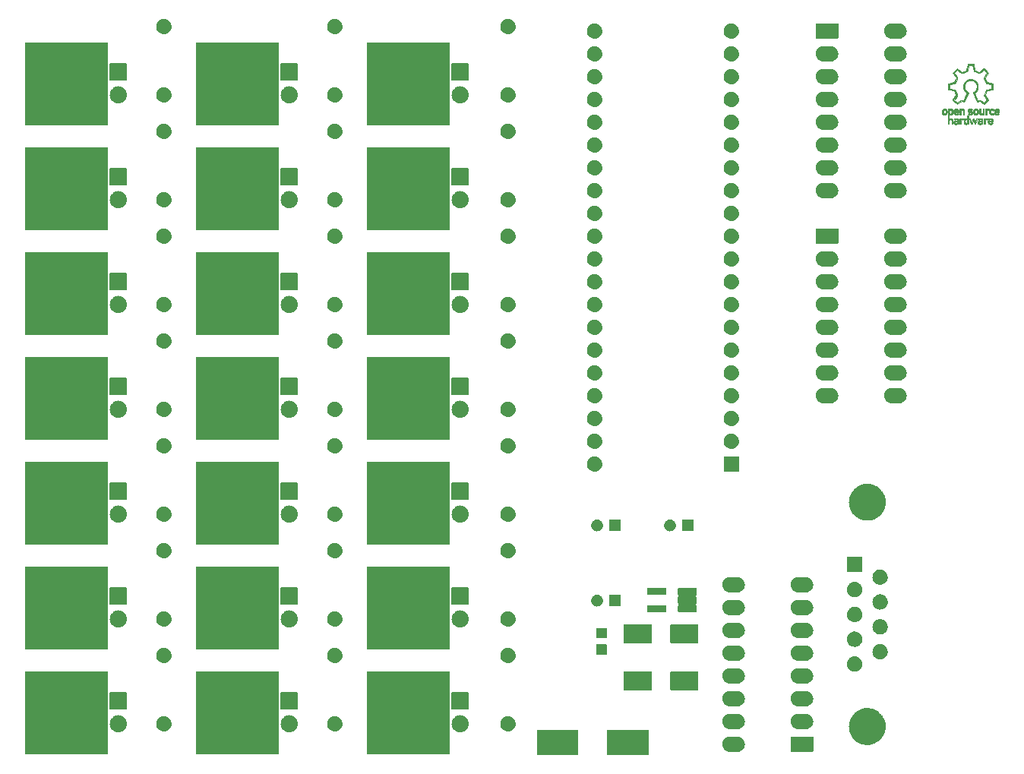
<source format=gbr>
G04 #@! TF.GenerationSoftware,KiCad,Pcbnew,5.99.0-unknown*
G04 #@! TF.CreationDate,2020-01-25T03:15:44+11:00*
G04 #@! TF.ProjectId,backup12,6261636b-7570-4313-922e-6b696361645f,1.0*
G04 #@! TF.SameCoordinates,Original*
G04 #@! TF.FileFunction,Soldermask,Top*
G04 #@! TF.FilePolarity,Negative*
%FSLAX46Y46*%
G04 Gerber Fmt 4.6, Leading zero omitted, Abs format (unit mm)*
G04 Created by KiCad (PCBNEW 5.99.0-unknown) date 2020-01-25 03:15:44*
%MOMM*%
%LPD*%
G04 APERTURE LIST*
%ADD10C,0.037041*%
%ADD11C,0.100000*%
G04 APERTURE END LIST*
D10*
G36*
X154384802Y-28732651D02*
G01*
X154394575Y-28733329D01*
X154404146Y-28734445D01*
X154413522Y-28735987D01*
X154422713Y-28737945D01*
X154431725Y-28740306D01*
X154440568Y-28743059D01*
X154449249Y-28746192D01*
X154457778Y-28749695D01*
X154466161Y-28753555D01*
X154474407Y-28757761D01*
X154482525Y-28762301D01*
X154490522Y-28767164D01*
X154498407Y-28772339D01*
X154506188Y-28777814D01*
X154513873Y-28783577D01*
X154416787Y-28899036D01*
X154410986Y-28894779D01*
X154405371Y-28890853D01*
X154399910Y-28887249D01*
X154394572Y-28883959D01*
X154389327Y-28880977D01*
X154384143Y-28878294D01*
X154378990Y-28875903D01*
X154373837Y-28873797D01*
X154368652Y-28871966D01*
X154363405Y-28870405D01*
X154358065Y-28869105D01*
X154352601Y-28868058D01*
X154346983Y-28867257D01*
X154341178Y-28866695D01*
X154335156Y-28866363D01*
X154328887Y-28866254D01*
X154316611Y-28866749D01*
X154304461Y-28868247D01*
X154292528Y-28870767D01*
X154280904Y-28874328D01*
X154275236Y-28876506D01*
X154269681Y-28878951D01*
X154264248Y-28881665D01*
X154258951Y-28884653D01*
X154253800Y-28887915D01*
X154248806Y-28891454D01*
X154243982Y-28895273D01*
X154239339Y-28899374D01*
X154234887Y-28903759D01*
X154230640Y-28908431D01*
X154226608Y-28913393D01*
X154222803Y-28918646D01*
X154219236Y-28924193D01*
X154215919Y-28930037D01*
X154212863Y-28936179D01*
X154210080Y-28942623D01*
X154207582Y-28949370D01*
X154205379Y-28956424D01*
X154203483Y-28963786D01*
X154201907Y-28971459D01*
X154200661Y-28979445D01*
X154199756Y-28987748D01*
X154199205Y-28996368D01*
X154199019Y-29005309D01*
X154199019Y-29405395D01*
X154065187Y-29405395D01*
X154065187Y-28740312D01*
X154199019Y-28740312D01*
X154199019Y-28811136D01*
X154201612Y-28811136D01*
X154209695Y-28801608D01*
X154218199Y-28792695D01*
X154227112Y-28784395D01*
X154236421Y-28776709D01*
X154246116Y-28769638D01*
X154256184Y-28763181D01*
X154266614Y-28757338D01*
X154277394Y-28752110D01*
X154288513Y-28747497D01*
X154299957Y-28743498D01*
X154311716Y-28740114D01*
X154323778Y-28737345D01*
X154336131Y-28735192D01*
X154348763Y-28733653D01*
X154361663Y-28732730D01*
X154374819Y-28732422D01*
X154384802Y-28732651D01*
G37*
X154384802Y-28732651D02*
X154394575Y-28733329D01*
X154404146Y-28734445D01*
X154413522Y-28735987D01*
X154422713Y-28737945D01*
X154431725Y-28740306D01*
X154440568Y-28743059D01*
X154449249Y-28746192D01*
X154457778Y-28749695D01*
X154466161Y-28753555D01*
X154474407Y-28757761D01*
X154482525Y-28762301D01*
X154490522Y-28767164D01*
X154498407Y-28772339D01*
X154506188Y-28777814D01*
X154513873Y-28783577D01*
X154416787Y-28899036D01*
X154410986Y-28894779D01*
X154405371Y-28890853D01*
X154399910Y-28887249D01*
X154394572Y-28883959D01*
X154389327Y-28880977D01*
X154384143Y-28878294D01*
X154378990Y-28875903D01*
X154373837Y-28873797D01*
X154368652Y-28871966D01*
X154363405Y-28870405D01*
X154358065Y-28869105D01*
X154352601Y-28868058D01*
X154346983Y-28867257D01*
X154341178Y-28866695D01*
X154335156Y-28866363D01*
X154328887Y-28866254D01*
X154316611Y-28866749D01*
X154304461Y-28868247D01*
X154292528Y-28870767D01*
X154280904Y-28874328D01*
X154275236Y-28876506D01*
X154269681Y-28878951D01*
X154264248Y-28881665D01*
X154258951Y-28884653D01*
X154253800Y-28887915D01*
X154248806Y-28891454D01*
X154243982Y-28895273D01*
X154239339Y-28899374D01*
X154234887Y-28903759D01*
X154230640Y-28908431D01*
X154226608Y-28913393D01*
X154222803Y-28918646D01*
X154219236Y-28924193D01*
X154215919Y-28930037D01*
X154212863Y-28936179D01*
X154210080Y-28942623D01*
X154207582Y-28949370D01*
X154205379Y-28956424D01*
X154203483Y-28963786D01*
X154201907Y-28971459D01*
X154200661Y-28979445D01*
X154199756Y-28987748D01*
X154199205Y-28996368D01*
X154199019Y-29005309D01*
X154199019Y-29405395D01*
X154065187Y-29405395D01*
X154065187Y-28740312D01*
X154199019Y-28740312D01*
X154199019Y-28811136D01*
X154201612Y-28811136D01*
X154209695Y-28801608D01*
X154218199Y-28792695D01*
X154227112Y-28784395D01*
X154236421Y-28776709D01*
X154246116Y-28769638D01*
X154256184Y-28763181D01*
X154266614Y-28757338D01*
X154277394Y-28752110D01*
X154288513Y-28747497D01*
X154299957Y-28743498D01*
X154311716Y-28740114D01*
X154323778Y-28737345D01*
X154336131Y-28735192D01*
X154348763Y-28733653D01*
X154361663Y-28732730D01*
X154374819Y-28732422D01*
X154384802Y-28732651D01*
G36*
X153520971Y-29136473D02*
G01*
X153521135Y-29144845D01*
X153521623Y-29152991D01*
X153522428Y-29160910D01*
X153523544Y-29168599D01*
X153524963Y-29176055D01*
X153526679Y-29183274D01*
X153528685Y-29190255D01*
X153530974Y-29196995D01*
X153533540Y-29203492D01*
X153536376Y-29209742D01*
X153539476Y-29215742D01*
X153542831Y-29221491D01*
X153546437Y-29226986D01*
X153550285Y-29232223D01*
X153554370Y-29237201D01*
X153558684Y-29241916D01*
X153563221Y-29246366D01*
X153567974Y-29250548D01*
X153572937Y-29254460D01*
X153578102Y-29258099D01*
X153583463Y-29261462D01*
X153589013Y-29264546D01*
X153594745Y-29267349D01*
X153600653Y-29269869D01*
X153606730Y-29272102D01*
X153612969Y-29274046D01*
X153619364Y-29275698D01*
X153625907Y-29277056D01*
X153632592Y-29278117D01*
X153639413Y-29278878D01*
X153646361Y-29279337D01*
X153653432Y-29279490D01*
X153660392Y-29279337D01*
X153667237Y-29278878D01*
X153673960Y-29278117D01*
X153680554Y-29277056D01*
X153687013Y-29275698D01*
X153693329Y-29274046D01*
X153699495Y-29272102D01*
X153705505Y-29269869D01*
X153711351Y-29267349D01*
X153717026Y-29264546D01*
X153722525Y-29261462D01*
X153727838Y-29258099D01*
X153732961Y-29254460D01*
X153737885Y-29250548D01*
X153742604Y-29246366D01*
X153747110Y-29241916D01*
X153751398Y-29237201D01*
X153755459Y-29232223D01*
X153759287Y-29226986D01*
X153762875Y-29221491D01*
X153766216Y-29215742D01*
X153769303Y-29209742D01*
X153772129Y-29203492D01*
X153774687Y-29196995D01*
X153776970Y-29190255D01*
X153778971Y-29183274D01*
X153780684Y-29176055D01*
X153782101Y-29168599D01*
X153783215Y-29160910D01*
X153784019Y-29152991D01*
X153784507Y-29144845D01*
X153784671Y-29136473D01*
X153784671Y-28740311D01*
X153918428Y-28740311D01*
X153918428Y-29405469D01*
X153784671Y-29405469D01*
X153784671Y-29334571D01*
X153782078Y-29334571D01*
X153773995Y-29344099D01*
X153765493Y-29353012D01*
X153756587Y-29361312D01*
X153747290Y-29368998D01*
X153737615Y-29376069D01*
X153727577Y-29382526D01*
X153717190Y-29388369D01*
X153706467Y-29393597D01*
X153695421Y-29398210D01*
X153684067Y-29402209D01*
X153672419Y-29405592D01*
X153660490Y-29408361D01*
X153648294Y-29410515D01*
X153635844Y-29412053D01*
X153623156Y-29412977D01*
X153610242Y-29413284D01*
X153600369Y-29413050D01*
X153590443Y-29412349D01*
X153570529Y-29409552D01*
X153550692Y-29404906D01*
X153540861Y-29401895D01*
X153531122Y-29398426D01*
X153521498Y-29394502D01*
X153512014Y-29390124D01*
X153502692Y-29385295D01*
X153493558Y-29380015D01*
X153484636Y-29374286D01*
X153475948Y-29368111D01*
X153467520Y-29361490D01*
X153459375Y-29354425D01*
X153451538Y-29346919D01*
X153444032Y-29338973D01*
X153436882Y-29330588D01*
X153430112Y-29321766D01*
X153423744Y-29312509D01*
X153417805Y-29302818D01*
X153412317Y-29292696D01*
X153407305Y-29282143D01*
X153402792Y-29271162D01*
X153398803Y-29259755D01*
X153395362Y-29247922D01*
X153392493Y-29235666D01*
X153390219Y-29222988D01*
X153388565Y-29209890D01*
X153387556Y-29196374D01*
X153387214Y-29182441D01*
X153387214Y-28740311D01*
X153520971Y-28740311D01*
X153520971Y-29136473D01*
G37*
X153520971Y-29136473D02*
X153521135Y-29144845D01*
X153521623Y-29152991D01*
X153522428Y-29160910D01*
X153523544Y-29168599D01*
X153524963Y-29176055D01*
X153526679Y-29183274D01*
X153528685Y-29190255D01*
X153530974Y-29196995D01*
X153533540Y-29203492D01*
X153536376Y-29209742D01*
X153539476Y-29215742D01*
X153542831Y-29221491D01*
X153546437Y-29226986D01*
X153550285Y-29232223D01*
X153554370Y-29237201D01*
X153558684Y-29241916D01*
X153563221Y-29246366D01*
X153567974Y-29250548D01*
X153572937Y-29254460D01*
X153578102Y-29258099D01*
X153583463Y-29261462D01*
X153589013Y-29264546D01*
X153594745Y-29267349D01*
X153600653Y-29269869D01*
X153606730Y-29272102D01*
X153612969Y-29274046D01*
X153619364Y-29275698D01*
X153625907Y-29277056D01*
X153632592Y-29278117D01*
X153639413Y-29278878D01*
X153646361Y-29279337D01*
X153653432Y-29279490D01*
X153660392Y-29279337D01*
X153667237Y-29278878D01*
X153673960Y-29278117D01*
X153680554Y-29277056D01*
X153687013Y-29275698D01*
X153693329Y-29274046D01*
X153699495Y-29272102D01*
X153705505Y-29269869D01*
X153711351Y-29267349D01*
X153717026Y-29264546D01*
X153722525Y-29261462D01*
X153727838Y-29258099D01*
X153732961Y-29254460D01*
X153737885Y-29250548D01*
X153742604Y-29246366D01*
X153747110Y-29241916D01*
X153751398Y-29237201D01*
X153755459Y-29232223D01*
X153759287Y-29226986D01*
X153762875Y-29221491D01*
X153766216Y-29215742D01*
X153769303Y-29209742D01*
X153772129Y-29203492D01*
X153774687Y-29196995D01*
X153776970Y-29190255D01*
X153778971Y-29183274D01*
X153780684Y-29176055D01*
X153782101Y-29168599D01*
X153783215Y-29160910D01*
X153784019Y-29152991D01*
X153784507Y-29144845D01*
X153784671Y-29136473D01*
X153784671Y-28740311D01*
X153918428Y-28740311D01*
X153918428Y-29405469D01*
X153784671Y-29405469D01*
X153784671Y-29334571D01*
X153782078Y-29334571D01*
X153773995Y-29344099D01*
X153765493Y-29353012D01*
X153756587Y-29361312D01*
X153747290Y-29368998D01*
X153737615Y-29376069D01*
X153727577Y-29382526D01*
X153717190Y-29388369D01*
X153706467Y-29393597D01*
X153695421Y-29398210D01*
X153684067Y-29402209D01*
X153672419Y-29405592D01*
X153660490Y-29408361D01*
X153648294Y-29410515D01*
X153635844Y-29412053D01*
X153623156Y-29412977D01*
X153610242Y-29413284D01*
X153600369Y-29413050D01*
X153590443Y-29412349D01*
X153570529Y-29409552D01*
X153550692Y-29404906D01*
X153540861Y-29401895D01*
X153531122Y-29398426D01*
X153521498Y-29394502D01*
X153512014Y-29390124D01*
X153502692Y-29385295D01*
X153493558Y-29380015D01*
X153484636Y-29374286D01*
X153475948Y-29368111D01*
X153467520Y-29361490D01*
X153459375Y-29354425D01*
X153451538Y-29346919D01*
X153444032Y-29338973D01*
X153436882Y-29330588D01*
X153430112Y-29321766D01*
X153423744Y-29312509D01*
X153417805Y-29302818D01*
X153412317Y-29292696D01*
X153407305Y-29282143D01*
X153402792Y-29271162D01*
X153398803Y-29259755D01*
X153395362Y-29247922D01*
X153392493Y-29235666D01*
X153390219Y-29222988D01*
X153388565Y-29209890D01*
X153387556Y-29196374D01*
X153387214Y-29182441D01*
X153387214Y-28740311D01*
X153520971Y-28740311D01*
X153520971Y-29136473D01*
G36*
X153008400Y-28732581D02*
G01*
X153017755Y-28732963D01*
X153026869Y-28733588D01*
X153035746Y-28734449D01*
X153044389Y-28735535D01*
X153052802Y-28736838D01*
X153060988Y-28738349D01*
X153068948Y-28740060D01*
X153076688Y-28741961D01*
X153084210Y-28744043D01*
X153091517Y-28746298D01*
X153098612Y-28748716D01*
X153105498Y-28751289D01*
X153112179Y-28754008D01*
X153118657Y-28756864D01*
X153124936Y-28759848D01*
X153136909Y-28766165D01*
X153148123Y-28772887D01*
X153158603Y-28779943D01*
X153168374Y-28787263D01*
X153177460Y-28794774D01*
X153185888Y-28802406D01*
X153193683Y-28810088D01*
X153200868Y-28817749D01*
X153210108Y-28828333D01*
X153218655Y-28839016D01*
X153226521Y-28849930D01*
X153233720Y-28861205D01*
X153240265Y-28872972D01*
X153246171Y-28885361D01*
X153251450Y-28898504D01*
X153256116Y-28912531D01*
X153260183Y-28927573D01*
X153263664Y-28943760D01*
X153266572Y-28961224D01*
X153268922Y-28980095D01*
X153270725Y-29000504D01*
X153271997Y-29022581D01*
X153272750Y-29046458D01*
X153272998Y-29072265D01*
X153272750Y-29098288D01*
X153271997Y-29122354D01*
X153270725Y-29144595D01*
X153268922Y-29165144D01*
X153266572Y-29184134D01*
X153263664Y-29201697D01*
X153260183Y-29217966D01*
X153256116Y-29233074D01*
X153251450Y-29247152D01*
X153246171Y-29260333D01*
X153240265Y-29272750D01*
X153233719Y-29284536D01*
X153226520Y-29295822D01*
X153218655Y-29306742D01*
X153210108Y-29317428D01*
X153200868Y-29328012D01*
X153194056Y-29335279D01*
X153186687Y-29342558D01*
X153178741Y-29349791D01*
X153170198Y-29356919D01*
X153161038Y-29363880D01*
X153151240Y-29370617D01*
X153140786Y-29377070D01*
X153129653Y-29383178D01*
X153117823Y-29388883D01*
X153105275Y-29394124D01*
X153091988Y-29398843D01*
X153077944Y-29402980D01*
X153063121Y-29406475D01*
X153047499Y-29409269D01*
X153031058Y-29411301D01*
X153013779Y-29412514D01*
X153013818Y-29410482D01*
X153013825Y-29409555D01*
X153013813Y-29408671D01*
X153013774Y-29407821D01*
X153013702Y-29406992D01*
X153013589Y-29406174D01*
X153013428Y-29405355D01*
X153013211Y-29404525D01*
X153012931Y-29403673D01*
X153012580Y-29402787D01*
X153012152Y-29401856D01*
X153011638Y-29400870D01*
X153011031Y-29399817D01*
X153010325Y-29398686D01*
X153009511Y-29397465D01*
X153009347Y-29397236D01*
X153009175Y-29397010D01*
X153008993Y-29396788D01*
X153008803Y-29396572D01*
X153008604Y-29396362D01*
X153008397Y-29396160D01*
X153008182Y-29395965D01*
X153007960Y-29395780D01*
X153007732Y-29395604D01*
X153007496Y-29395438D01*
X153007255Y-29395285D01*
X153007007Y-29395143D01*
X153006754Y-29395015D01*
X153006496Y-29394900D01*
X153006233Y-29394801D01*
X153005966Y-29394717D01*
X153005902Y-29394706D01*
X153005837Y-29394707D01*
X153005773Y-29394719D01*
X153005708Y-29394743D01*
X153005643Y-29394776D01*
X153005578Y-29394817D01*
X153005514Y-29394867D01*
X153005450Y-29394923D01*
X153005323Y-29395053D01*
X153005199Y-29395199D01*
X153005078Y-29395354D01*
X153004962Y-29395511D01*
X153004747Y-29395801D01*
X153004649Y-29395919D01*
X153004560Y-29396009D01*
X153004519Y-29396042D01*
X153004480Y-29396065D01*
X153004444Y-29396077D01*
X153004410Y-29396078D01*
X153004379Y-29396066D01*
X153004350Y-29396041D01*
X153004325Y-29396001D01*
X153004303Y-29395947D01*
X153002421Y-29376992D01*
X153002435Y-29376407D01*
X153002484Y-29375809D01*
X153002560Y-29375199D01*
X153002656Y-29374583D01*
X153002871Y-29373338D01*
X153002973Y-29372718D01*
X153003062Y-29372102D01*
X153003129Y-29371494D01*
X153003165Y-29370897D01*
X153003161Y-29370315D01*
X153003143Y-29370031D01*
X153003111Y-29369751D01*
X153003066Y-29369476D01*
X153003005Y-29369207D01*
X153002929Y-29368944D01*
X153002836Y-29368687D01*
X153002725Y-29368437D01*
X153002595Y-29368194D01*
X153002444Y-29367959D01*
X153002273Y-29367731D01*
X153002181Y-29367627D01*
X153002081Y-29367527D01*
X153001856Y-29367339D01*
X153001600Y-29367168D01*
X153001316Y-29367010D01*
X153001007Y-29366866D01*
X153000675Y-29366733D01*
X153000324Y-29366611D01*
X152999955Y-29366498D01*
X152999571Y-29366394D01*
X152999175Y-29366296D01*
X152998359Y-29366115D01*
X152996702Y-29365779D01*
X152996702Y-29361945D01*
X152997443Y-29362099D01*
X152998191Y-29362272D01*
X152999699Y-29362647D01*
X153001209Y-29363012D01*
X153001959Y-29363172D01*
X153002702Y-29363309D01*
X153003436Y-29363414D01*
X153004159Y-29363480D01*
X153004868Y-29363501D01*
X153005562Y-29363469D01*
X153005902Y-29363431D01*
X153006237Y-29363376D01*
X153006568Y-29363305D01*
X153006893Y-29363217D01*
X153007212Y-29363109D01*
X153007525Y-29362983D01*
X153007832Y-29362835D01*
X153008133Y-29362667D01*
X153008396Y-29362487D01*
X153008627Y-29362289D01*
X153008827Y-29362073D01*
X153008999Y-29361840D01*
X153009143Y-29361590D01*
X153009261Y-29361326D01*
X153009354Y-29361047D01*
X153009425Y-29360754D01*
X153009474Y-29360450D01*
X153009503Y-29360134D01*
X153009506Y-29359471D01*
X153009447Y-29358774D01*
X153009338Y-29358049D01*
X153009190Y-29357305D01*
X153009014Y-29356549D01*
X153008630Y-29355030D01*
X153008280Y-29353553D01*
X153008148Y-29352849D01*
X153008059Y-29352177D01*
X153007184Y-29343939D01*
X153006074Y-29334995D01*
X153003383Y-29315916D01*
X152997714Y-29279468D01*
X152997983Y-29279497D01*
X152998117Y-29279509D01*
X152998252Y-29279520D01*
X152998387Y-29279529D01*
X152998523Y-29279536D01*
X152998661Y-29279540D01*
X152998799Y-29279542D01*
X153007360Y-29279299D01*
X153015802Y-29278586D01*
X153024098Y-29277423D01*
X153032220Y-29275832D01*
X153040142Y-29273833D01*
X153047837Y-29271448D01*
X153055277Y-29268698D01*
X153062437Y-29265604D01*
X153069290Y-29262187D01*
X153075807Y-29258468D01*
X153081963Y-29254468D01*
X153087731Y-29250209D01*
X153093083Y-29245711D01*
X153097993Y-29240995D01*
X153102434Y-29236084D01*
X153104470Y-29233561D01*
X153106379Y-29230997D01*
X153110861Y-29224440D01*
X153114955Y-29217984D01*
X153118674Y-29211514D01*
X153122032Y-29204915D01*
X153125043Y-29198070D01*
X153127720Y-29190865D01*
X153130077Y-29183184D01*
X153132128Y-29174912D01*
X153133886Y-29165932D01*
X153135365Y-29156129D01*
X153136580Y-29145389D01*
X153137542Y-29133594D01*
X153138267Y-29120631D01*
X153138768Y-29106383D01*
X153139152Y-29073570D01*
X153139059Y-29056177D01*
X153138768Y-29040326D01*
X153138267Y-29025901D01*
X153137542Y-29012785D01*
X153136580Y-29000860D01*
X153135365Y-28990010D01*
X153133886Y-28980117D01*
X153132128Y-28971064D01*
X153130077Y-28962734D01*
X153127720Y-28955010D01*
X153125043Y-28947776D01*
X153122032Y-28940913D01*
X153118674Y-28934306D01*
X153114955Y-28927836D01*
X153110861Y-28921386D01*
X153106379Y-28914841D01*
X153102434Y-28909747D01*
X153097993Y-28904829D01*
X153093083Y-28900107D01*
X153087731Y-28895602D01*
X153081963Y-28891337D01*
X153075807Y-28887331D01*
X153069289Y-28883606D01*
X153062437Y-28880184D01*
X153055277Y-28877085D01*
X153047836Y-28874330D01*
X153040142Y-28871941D01*
X153032220Y-28869939D01*
X153024097Y-28868345D01*
X153015802Y-28867181D01*
X153007360Y-28866466D01*
X152998799Y-28866223D01*
X152990250Y-28866467D01*
X152981817Y-28867182D01*
X152973528Y-28868348D01*
X152965410Y-28869944D01*
X152957491Y-28871949D01*
X152949797Y-28874340D01*
X152942357Y-28877096D01*
X152935197Y-28880197D01*
X152928344Y-28883621D01*
X152921827Y-28887347D01*
X152915672Y-28891353D01*
X152909907Y-28895618D01*
X152904559Y-28900120D01*
X152899656Y-28904839D01*
X152895224Y-28909753D01*
X152893194Y-28912277D01*
X152891291Y-28914841D01*
X152886808Y-28921386D01*
X152882712Y-28927833D01*
X152878989Y-28934296D01*
X152875627Y-28940892D01*
X152872611Y-28947735D01*
X152869928Y-28954940D01*
X152867564Y-28962623D01*
X152865507Y-28970899D01*
X152863742Y-28979882D01*
X152862256Y-28989689D01*
X152861035Y-29000434D01*
X152860067Y-29012233D01*
X152859338Y-29025201D01*
X152858833Y-29039452D01*
X152858446Y-29072268D01*
X152858541Y-29089660D01*
X152858833Y-29105508D01*
X152859338Y-29119930D01*
X152860067Y-29133042D01*
X152861035Y-29144963D01*
X152862256Y-29155809D01*
X152863741Y-29165697D01*
X152865506Y-29174746D01*
X152867564Y-29183073D01*
X152869927Y-29190795D01*
X152872611Y-29198029D01*
X152875627Y-29204893D01*
X152878989Y-29211505D01*
X152882712Y-29217981D01*
X152886808Y-29224439D01*
X152891291Y-29230997D01*
X152894693Y-29235448D01*
X152898477Y-29239767D01*
X152902625Y-29243939D01*
X152907119Y-29247950D01*
X152911941Y-29251787D01*
X152917072Y-29255436D01*
X152922495Y-29258883D01*
X152928192Y-29262114D01*
X152934144Y-29265115D01*
X152940333Y-29267873D01*
X152946741Y-29270373D01*
X152953351Y-29272602D01*
X152960143Y-29274546D01*
X152967100Y-29276191D01*
X152974204Y-29277523D01*
X152981436Y-29278529D01*
X152981436Y-29316873D01*
X152981427Y-29317179D01*
X152981402Y-29317498D01*
X152981308Y-29318173D01*
X152981168Y-29318885D01*
X152980996Y-29319625D01*
X152980612Y-29321138D01*
X152980426Y-29321889D01*
X152980264Y-29322621D01*
X152980138Y-29323323D01*
X152980093Y-29323659D01*
X152980062Y-29323983D01*
X152980048Y-29324293D01*
X152980051Y-29324589D01*
X152980073Y-29324869D01*
X152980117Y-29325131D01*
X152980184Y-29325374D01*
X152980275Y-29325597D01*
X152980393Y-29325798D01*
X152980538Y-29325975D01*
X152980714Y-29326128D01*
X152980921Y-29326254D01*
X152981161Y-29326353D01*
X152981436Y-29326423D01*
X152981488Y-29326431D01*
X152981540Y-29326435D01*
X152981594Y-29326436D01*
X152981648Y-29326434D01*
X152981703Y-29326429D01*
X152981759Y-29326421D01*
X152981873Y-29326397D01*
X152981989Y-29326365D01*
X152982108Y-29326325D01*
X152982228Y-29326279D01*
X152982349Y-29326228D01*
X152982839Y-29326012D01*
X152982961Y-29325962D01*
X152983082Y-29325917D01*
X152983201Y-29325877D01*
X152983318Y-29325845D01*
X152983196Y-29325907D01*
X152983072Y-29325965D01*
X152982816Y-29326075D01*
X152982557Y-29326179D01*
X152982301Y-29326286D01*
X152982176Y-29326342D01*
X152982054Y-29326401D01*
X152981936Y-29326464D01*
X152981823Y-29326531D01*
X152981716Y-29326603D01*
X152981615Y-29326682D01*
X152981567Y-29326724D01*
X152981522Y-29326767D01*
X152981478Y-29326813D01*
X152981436Y-29326860D01*
X152981229Y-29327128D01*
X152981048Y-29327405D01*
X152980892Y-29327691D01*
X152980760Y-29327986D01*
X152980650Y-29328290D01*
X152980561Y-29328601D01*
X152980492Y-29328919D01*
X152980442Y-29329245D01*
X152980392Y-29329914D01*
X152980401Y-29330605D01*
X152980458Y-29331314D01*
X152980553Y-29332037D01*
X152980815Y-29333509D01*
X152981105Y-29334990D01*
X152981234Y-29335724D01*
X152981339Y-29336450D01*
X152981410Y-29337162D01*
X152981436Y-29337857D01*
X152981436Y-29412374D01*
X152972829Y-29411821D01*
X152964430Y-29411060D01*
X152956235Y-29410101D01*
X152948243Y-29408948D01*
X152940451Y-29407611D01*
X152932856Y-29406096D01*
X152925457Y-29404411D01*
X152918250Y-29402562D01*
X152911234Y-29400557D01*
X152904405Y-29398403D01*
X152897762Y-29396108D01*
X152891303Y-29393678D01*
X152878922Y-29388444D01*
X152867245Y-29382760D01*
X152856251Y-29376683D01*
X152845922Y-29370272D01*
X152836237Y-29363583D01*
X152827178Y-29356676D01*
X152818724Y-29349608D01*
X152810858Y-29342437D01*
X152803558Y-29335221D01*
X152796806Y-29328018D01*
X152787565Y-29317434D01*
X152779017Y-29306749D01*
X152771148Y-29295831D01*
X152763944Y-29284547D01*
X152757393Y-29272763D01*
X152751481Y-29260348D01*
X152746195Y-29247169D01*
X152741522Y-29233093D01*
X152737449Y-29217987D01*
X152733961Y-29201719D01*
X152731047Y-29184156D01*
X152728692Y-29165165D01*
X152726884Y-29144614D01*
X152725608Y-29122370D01*
X152724853Y-29098300D01*
X152724604Y-29072271D01*
X152724853Y-29046465D01*
X152725608Y-29022589D01*
X152726884Y-29000513D01*
X152728692Y-28980106D01*
X152731047Y-28961237D01*
X152733961Y-28943775D01*
X152737449Y-28927590D01*
X152741522Y-28912550D01*
X152746195Y-28898525D01*
X152751481Y-28885383D01*
X152757393Y-28872994D01*
X152763944Y-28861226D01*
X152771148Y-28849949D01*
X152779017Y-28839033D01*
X152787565Y-28828344D01*
X152796806Y-28817754D01*
X152803992Y-28810094D01*
X152811786Y-28802412D01*
X152820214Y-28794780D01*
X152829300Y-28787268D01*
X152839070Y-28779949D01*
X152849548Y-28772893D01*
X152860760Y-28766171D01*
X152872730Y-28759854D01*
X152885484Y-28754014D01*
X152899046Y-28748722D01*
X152913442Y-28744049D01*
X152928696Y-28740066D01*
X152944834Y-28736844D01*
X152961881Y-28734454D01*
X152979860Y-28732969D01*
X152998799Y-28732457D01*
X152998800Y-28732456D01*
X152998800Y-28732455D01*
X152998801Y-28732455D01*
X152998802Y-28732453D01*
X152998803Y-28732452D01*
X153008400Y-28732581D01*
G37*
X153008400Y-28732581D02*
X153017755Y-28732963D01*
X153026869Y-28733588D01*
X153035746Y-28734449D01*
X153044389Y-28735535D01*
X153052802Y-28736838D01*
X153060988Y-28738349D01*
X153068948Y-28740060D01*
X153076688Y-28741961D01*
X153084210Y-28744043D01*
X153091517Y-28746298D01*
X153098612Y-28748716D01*
X153105498Y-28751289D01*
X153112179Y-28754008D01*
X153118657Y-28756864D01*
X153124936Y-28759848D01*
X153136909Y-28766165D01*
X153148123Y-28772887D01*
X153158603Y-28779943D01*
X153168374Y-28787263D01*
X153177460Y-28794774D01*
X153185888Y-28802406D01*
X153193683Y-28810088D01*
X153200868Y-28817749D01*
X153210108Y-28828333D01*
X153218655Y-28839016D01*
X153226521Y-28849930D01*
X153233720Y-28861205D01*
X153240265Y-28872972D01*
X153246171Y-28885361D01*
X153251450Y-28898504D01*
X153256116Y-28912531D01*
X153260183Y-28927573D01*
X153263664Y-28943760D01*
X153266572Y-28961224D01*
X153268922Y-28980095D01*
X153270725Y-29000504D01*
X153271997Y-29022581D01*
X153272750Y-29046458D01*
X153272998Y-29072265D01*
X153272750Y-29098288D01*
X153271997Y-29122354D01*
X153270725Y-29144595D01*
X153268922Y-29165144D01*
X153266572Y-29184134D01*
X153263664Y-29201697D01*
X153260183Y-29217966D01*
X153256116Y-29233074D01*
X153251450Y-29247152D01*
X153246171Y-29260333D01*
X153240265Y-29272750D01*
X153233719Y-29284536D01*
X153226520Y-29295822D01*
X153218655Y-29306742D01*
X153210108Y-29317428D01*
X153200868Y-29328012D01*
X153194056Y-29335279D01*
X153186687Y-29342558D01*
X153178741Y-29349791D01*
X153170198Y-29356919D01*
X153161038Y-29363880D01*
X153151240Y-29370617D01*
X153140786Y-29377070D01*
X153129653Y-29383178D01*
X153117823Y-29388883D01*
X153105275Y-29394124D01*
X153091988Y-29398843D01*
X153077944Y-29402980D01*
X153063121Y-29406475D01*
X153047499Y-29409269D01*
X153031058Y-29411301D01*
X153013779Y-29412514D01*
X153013818Y-29410482D01*
X153013825Y-29409555D01*
X153013813Y-29408671D01*
X153013774Y-29407821D01*
X153013702Y-29406992D01*
X153013589Y-29406174D01*
X153013428Y-29405355D01*
X153013211Y-29404525D01*
X153012931Y-29403673D01*
X153012580Y-29402787D01*
X153012152Y-29401856D01*
X153011638Y-29400870D01*
X153011031Y-29399817D01*
X153010325Y-29398686D01*
X153009511Y-29397465D01*
X153009347Y-29397236D01*
X153009175Y-29397010D01*
X153008993Y-29396788D01*
X153008803Y-29396572D01*
X153008604Y-29396362D01*
X153008397Y-29396160D01*
X153008182Y-29395965D01*
X153007960Y-29395780D01*
X153007732Y-29395604D01*
X153007496Y-29395438D01*
X153007255Y-29395285D01*
X153007007Y-29395143D01*
X153006754Y-29395015D01*
X153006496Y-29394900D01*
X153006233Y-29394801D01*
X153005966Y-29394717D01*
X153005902Y-29394706D01*
X153005837Y-29394707D01*
X153005773Y-29394719D01*
X153005708Y-29394743D01*
X153005643Y-29394776D01*
X153005578Y-29394817D01*
X153005514Y-29394867D01*
X153005450Y-29394923D01*
X153005323Y-29395053D01*
X153005199Y-29395199D01*
X153005078Y-29395354D01*
X153004962Y-29395511D01*
X153004747Y-29395801D01*
X153004649Y-29395919D01*
X153004560Y-29396009D01*
X153004519Y-29396042D01*
X153004480Y-29396065D01*
X153004444Y-29396077D01*
X153004410Y-29396078D01*
X153004379Y-29396066D01*
X153004350Y-29396041D01*
X153004325Y-29396001D01*
X153004303Y-29395947D01*
X153002421Y-29376992D01*
X153002435Y-29376407D01*
X153002484Y-29375809D01*
X153002560Y-29375199D01*
X153002656Y-29374583D01*
X153002871Y-29373338D01*
X153002973Y-29372718D01*
X153003062Y-29372102D01*
X153003129Y-29371494D01*
X153003165Y-29370897D01*
X153003161Y-29370315D01*
X153003143Y-29370031D01*
X153003111Y-29369751D01*
X153003066Y-29369476D01*
X153003005Y-29369207D01*
X153002929Y-29368944D01*
X153002836Y-29368687D01*
X153002725Y-29368437D01*
X153002595Y-29368194D01*
X153002444Y-29367959D01*
X153002273Y-29367731D01*
X153002181Y-29367627D01*
X153002081Y-29367527D01*
X153001856Y-29367339D01*
X153001600Y-29367168D01*
X153001316Y-29367010D01*
X153001007Y-29366866D01*
X153000675Y-29366733D01*
X153000324Y-29366611D01*
X152999955Y-29366498D01*
X152999571Y-29366394D01*
X152999175Y-29366296D01*
X152998359Y-29366115D01*
X152996702Y-29365779D01*
X152996702Y-29361945D01*
X152997443Y-29362099D01*
X152998191Y-29362272D01*
X152999699Y-29362647D01*
X153001209Y-29363012D01*
X153001959Y-29363172D01*
X153002702Y-29363309D01*
X153003436Y-29363414D01*
X153004159Y-29363480D01*
X153004868Y-29363501D01*
X153005562Y-29363469D01*
X153005902Y-29363431D01*
X153006237Y-29363376D01*
X153006568Y-29363305D01*
X153006893Y-29363217D01*
X153007212Y-29363109D01*
X153007525Y-29362983D01*
X153007832Y-29362835D01*
X153008133Y-29362667D01*
X153008396Y-29362487D01*
X153008627Y-29362289D01*
X153008827Y-29362073D01*
X153008999Y-29361840D01*
X153009143Y-29361590D01*
X153009261Y-29361326D01*
X153009354Y-29361047D01*
X153009425Y-29360754D01*
X153009474Y-29360450D01*
X153009503Y-29360134D01*
X153009506Y-29359471D01*
X153009447Y-29358774D01*
X153009338Y-29358049D01*
X153009190Y-29357305D01*
X153009014Y-29356549D01*
X153008630Y-29355030D01*
X153008280Y-29353553D01*
X153008148Y-29352849D01*
X153008059Y-29352177D01*
X153007184Y-29343939D01*
X153006074Y-29334995D01*
X153003383Y-29315916D01*
X152997714Y-29279468D01*
X152997983Y-29279497D01*
X152998117Y-29279509D01*
X152998252Y-29279520D01*
X152998387Y-29279529D01*
X152998523Y-29279536D01*
X152998661Y-29279540D01*
X152998799Y-29279542D01*
X153007360Y-29279299D01*
X153015802Y-29278586D01*
X153024098Y-29277423D01*
X153032220Y-29275832D01*
X153040142Y-29273833D01*
X153047837Y-29271448D01*
X153055277Y-29268698D01*
X153062437Y-29265604D01*
X153069290Y-29262187D01*
X153075807Y-29258468D01*
X153081963Y-29254468D01*
X153087731Y-29250209D01*
X153093083Y-29245711D01*
X153097993Y-29240995D01*
X153102434Y-29236084D01*
X153104470Y-29233561D01*
X153106379Y-29230997D01*
X153110861Y-29224440D01*
X153114955Y-29217984D01*
X153118674Y-29211514D01*
X153122032Y-29204915D01*
X153125043Y-29198070D01*
X153127720Y-29190865D01*
X153130077Y-29183184D01*
X153132128Y-29174912D01*
X153133886Y-29165932D01*
X153135365Y-29156129D01*
X153136580Y-29145389D01*
X153137542Y-29133594D01*
X153138267Y-29120631D01*
X153138768Y-29106383D01*
X153139152Y-29073570D01*
X153139059Y-29056177D01*
X153138768Y-29040326D01*
X153138267Y-29025901D01*
X153137542Y-29012785D01*
X153136580Y-29000860D01*
X153135365Y-28990010D01*
X153133886Y-28980117D01*
X153132128Y-28971064D01*
X153130077Y-28962734D01*
X153127720Y-28955010D01*
X153125043Y-28947776D01*
X153122032Y-28940913D01*
X153118674Y-28934306D01*
X153114955Y-28927836D01*
X153110861Y-28921386D01*
X153106379Y-28914841D01*
X153102434Y-28909747D01*
X153097993Y-28904829D01*
X153093083Y-28900107D01*
X153087731Y-28895602D01*
X153081963Y-28891337D01*
X153075807Y-28887331D01*
X153069289Y-28883606D01*
X153062437Y-28880184D01*
X153055277Y-28877085D01*
X153047836Y-28874330D01*
X153040142Y-28871941D01*
X153032220Y-28869939D01*
X153024097Y-28868345D01*
X153015802Y-28867181D01*
X153007360Y-28866466D01*
X152998799Y-28866223D01*
X152990250Y-28866467D01*
X152981817Y-28867182D01*
X152973528Y-28868348D01*
X152965410Y-28869944D01*
X152957491Y-28871949D01*
X152949797Y-28874340D01*
X152942357Y-28877096D01*
X152935197Y-28880197D01*
X152928344Y-28883621D01*
X152921827Y-28887347D01*
X152915672Y-28891353D01*
X152909907Y-28895618D01*
X152904559Y-28900120D01*
X152899656Y-28904839D01*
X152895224Y-28909753D01*
X152893194Y-28912277D01*
X152891291Y-28914841D01*
X152886808Y-28921386D01*
X152882712Y-28927833D01*
X152878989Y-28934296D01*
X152875627Y-28940892D01*
X152872611Y-28947735D01*
X152869928Y-28954940D01*
X152867564Y-28962623D01*
X152865507Y-28970899D01*
X152863742Y-28979882D01*
X152862256Y-28989689D01*
X152861035Y-29000434D01*
X152860067Y-29012233D01*
X152859338Y-29025201D01*
X152858833Y-29039452D01*
X152858446Y-29072268D01*
X152858541Y-29089660D01*
X152858833Y-29105508D01*
X152859338Y-29119930D01*
X152860067Y-29133042D01*
X152861035Y-29144963D01*
X152862256Y-29155809D01*
X152863741Y-29165697D01*
X152865506Y-29174746D01*
X152867564Y-29183073D01*
X152869927Y-29190795D01*
X152872611Y-29198029D01*
X152875627Y-29204893D01*
X152878989Y-29211505D01*
X152882712Y-29217981D01*
X152886808Y-29224439D01*
X152891291Y-29230997D01*
X152894693Y-29235448D01*
X152898477Y-29239767D01*
X152902625Y-29243939D01*
X152907119Y-29247950D01*
X152911941Y-29251787D01*
X152917072Y-29255436D01*
X152922495Y-29258883D01*
X152928192Y-29262114D01*
X152934144Y-29265115D01*
X152940333Y-29267873D01*
X152946741Y-29270373D01*
X152953351Y-29272602D01*
X152960143Y-29274546D01*
X152967100Y-29276191D01*
X152974204Y-29277523D01*
X152981436Y-29278529D01*
X152981436Y-29316873D01*
X152981427Y-29317179D01*
X152981402Y-29317498D01*
X152981308Y-29318173D01*
X152981168Y-29318885D01*
X152980996Y-29319625D01*
X152980612Y-29321138D01*
X152980426Y-29321889D01*
X152980264Y-29322621D01*
X152980138Y-29323323D01*
X152980093Y-29323659D01*
X152980062Y-29323983D01*
X152980048Y-29324293D01*
X152980051Y-29324589D01*
X152980073Y-29324869D01*
X152980117Y-29325131D01*
X152980184Y-29325374D01*
X152980275Y-29325597D01*
X152980393Y-29325798D01*
X152980538Y-29325975D01*
X152980714Y-29326128D01*
X152980921Y-29326254D01*
X152981161Y-29326353D01*
X152981436Y-29326423D01*
X152981488Y-29326431D01*
X152981540Y-29326435D01*
X152981594Y-29326436D01*
X152981648Y-29326434D01*
X152981703Y-29326429D01*
X152981759Y-29326421D01*
X152981873Y-29326397D01*
X152981989Y-29326365D01*
X152982108Y-29326325D01*
X152982228Y-29326279D01*
X152982349Y-29326228D01*
X152982839Y-29326012D01*
X152982961Y-29325962D01*
X152983082Y-29325917D01*
X152983201Y-29325877D01*
X152983318Y-29325845D01*
X152983196Y-29325907D01*
X152983072Y-29325965D01*
X152982816Y-29326075D01*
X152982557Y-29326179D01*
X152982301Y-29326286D01*
X152982176Y-29326342D01*
X152982054Y-29326401D01*
X152981936Y-29326464D01*
X152981823Y-29326531D01*
X152981716Y-29326603D01*
X152981615Y-29326682D01*
X152981567Y-29326724D01*
X152981522Y-29326767D01*
X152981478Y-29326813D01*
X152981436Y-29326860D01*
X152981229Y-29327128D01*
X152981048Y-29327405D01*
X152980892Y-29327691D01*
X152980760Y-29327986D01*
X152980650Y-29328290D01*
X152980561Y-29328601D01*
X152980492Y-29328919D01*
X152980442Y-29329245D01*
X152980392Y-29329914D01*
X152980401Y-29330605D01*
X152980458Y-29331314D01*
X152980553Y-29332037D01*
X152980815Y-29333509D01*
X152981105Y-29334990D01*
X152981234Y-29335724D01*
X152981339Y-29336450D01*
X152981410Y-29337162D01*
X152981436Y-29337857D01*
X152981436Y-29412374D01*
X152972829Y-29411821D01*
X152964430Y-29411060D01*
X152956235Y-29410101D01*
X152948243Y-29408948D01*
X152940451Y-29407611D01*
X152932856Y-29406096D01*
X152925457Y-29404411D01*
X152918250Y-29402562D01*
X152911234Y-29400557D01*
X152904405Y-29398403D01*
X152897762Y-29396108D01*
X152891303Y-29393678D01*
X152878922Y-29388444D01*
X152867245Y-29382760D01*
X152856251Y-29376683D01*
X152845922Y-29370272D01*
X152836237Y-29363583D01*
X152827178Y-29356676D01*
X152818724Y-29349608D01*
X152810858Y-29342437D01*
X152803558Y-29335221D01*
X152796806Y-29328018D01*
X152787565Y-29317434D01*
X152779017Y-29306749D01*
X152771148Y-29295831D01*
X152763944Y-29284547D01*
X152757393Y-29272763D01*
X152751481Y-29260348D01*
X152746195Y-29247169D01*
X152741522Y-29233093D01*
X152737449Y-29217987D01*
X152733961Y-29201719D01*
X152731047Y-29184156D01*
X152728692Y-29165165D01*
X152726884Y-29144614D01*
X152725608Y-29122370D01*
X152724853Y-29098300D01*
X152724604Y-29072271D01*
X152724853Y-29046465D01*
X152725608Y-29022589D01*
X152726884Y-29000513D01*
X152728692Y-28980106D01*
X152731047Y-28961237D01*
X152733961Y-28943775D01*
X152737449Y-28927590D01*
X152741522Y-28912550D01*
X152746195Y-28898525D01*
X152751481Y-28885383D01*
X152757393Y-28872994D01*
X152763944Y-28861226D01*
X152771148Y-28849949D01*
X152779017Y-28839033D01*
X152787565Y-28828344D01*
X152796806Y-28817754D01*
X152803992Y-28810094D01*
X152811786Y-28802412D01*
X152820214Y-28794780D01*
X152829300Y-28787268D01*
X152839070Y-28779949D01*
X152849548Y-28772893D01*
X152860760Y-28766171D01*
X152872730Y-28759854D01*
X152885484Y-28754014D01*
X152899046Y-28748722D01*
X152913442Y-28744049D01*
X152928696Y-28740066D01*
X152944834Y-28736844D01*
X152961881Y-28734454D01*
X152979860Y-28732969D01*
X152998799Y-28732457D01*
X152998800Y-28732456D01*
X152998800Y-28732455D01*
X152998801Y-28732455D01*
X152998802Y-28732453D01*
X152998803Y-28732452D01*
X153008400Y-28732581D01*
G36*
X152982355Y-29318340D02*
G01*
X152982430Y-29318349D01*
X152982508Y-29318364D01*
X152982588Y-29318383D01*
X152982671Y-29318406D01*
X152982844Y-29318465D01*
X152983027Y-29318540D01*
X152983025Y-29318541D01*
X152983272Y-29318659D01*
X152983537Y-29318801D01*
X152983818Y-29318966D01*
X152984115Y-29319151D01*
X152984750Y-29319577D01*
X152985432Y-29320065D01*
X152986152Y-29320603D01*
X152986902Y-29321176D01*
X152988451Y-29322375D01*
X152988466Y-29322489D01*
X152988477Y-29322599D01*
X152988485Y-29322707D01*
X152988492Y-29322813D01*
X152988504Y-29323025D01*
X152988513Y-29323133D01*
X152988525Y-29323242D01*
X152988424Y-29323310D01*
X152988323Y-29323381D01*
X152988223Y-29323454D01*
X152988123Y-29323528D01*
X152987924Y-29323677D01*
X152987826Y-29323749D01*
X152987729Y-29323820D01*
X152987104Y-29323714D01*
X152986492Y-29323600D01*
X152985898Y-29323476D01*
X152985326Y-29323339D01*
X152984778Y-29323186D01*
X152984259Y-29323015D01*
X152984011Y-29322922D01*
X152983771Y-29322823D01*
X152983541Y-29322718D01*
X152983320Y-29322606D01*
X152983108Y-29322488D01*
X152982908Y-29322364D01*
X152982717Y-29322231D01*
X152982539Y-29322092D01*
X152982371Y-29321944D01*
X152982216Y-29321788D01*
X152982074Y-29321623D01*
X152981944Y-29321449D01*
X152981829Y-29321266D01*
X152981727Y-29321074D01*
X152981639Y-29320871D01*
X152981567Y-29320658D01*
X152981509Y-29320434D01*
X152981468Y-29320200D01*
X152981443Y-29319954D01*
X152981434Y-29319696D01*
X152981436Y-29319570D01*
X152981441Y-29319451D01*
X152981450Y-29319339D01*
X152981462Y-29319233D01*
X152981477Y-29319133D01*
X152981495Y-29319040D01*
X152981517Y-29318953D01*
X152981542Y-29318872D01*
X152981570Y-29318797D01*
X152981602Y-29318728D01*
X152981636Y-29318665D01*
X152981674Y-29318608D01*
X152981714Y-29318556D01*
X152981758Y-29318510D01*
X152981805Y-29318470D01*
X152981854Y-29318435D01*
X152981907Y-29318405D01*
X152981963Y-29318381D01*
X152982021Y-29318362D01*
X152982082Y-29318347D01*
X152982146Y-29318338D01*
X152982213Y-29318334D01*
X152982283Y-29318334D01*
X152982355Y-29318340D01*
G37*
X152982355Y-29318340D02*
X152982430Y-29318349D01*
X152982508Y-29318364D01*
X152982588Y-29318383D01*
X152982671Y-29318406D01*
X152982844Y-29318465D01*
X152983027Y-29318540D01*
X152983025Y-29318541D01*
X152983272Y-29318659D01*
X152983537Y-29318801D01*
X152983818Y-29318966D01*
X152984115Y-29319151D01*
X152984750Y-29319577D01*
X152985432Y-29320065D01*
X152986152Y-29320603D01*
X152986902Y-29321176D01*
X152988451Y-29322375D01*
X152988466Y-29322489D01*
X152988477Y-29322599D01*
X152988485Y-29322707D01*
X152988492Y-29322813D01*
X152988504Y-29323025D01*
X152988513Y-29323133D01*
X152988525Y-29323242D01*
X152988424Y-29323310D01*
X152988323Y-29323381D01*
X152988223Y-29323454D01*
X152988123Y-29323528D01*
X152987924Y-29323677D01*
X152987826Y-29323749D01*
X152987729Y-29323820D01*
X152987104Y-29323714D01*
X152986492Y-29323600D01*
X152985898Y-29323476D01*
X152985326Y-29323339D01*
X152984778Y-29323186D01*
X152984259Y-29323015D01*
X152984011Y-29322922D01*
X152983771Y-29322823D01*
X152983541Y-29322718D01*
X152983320Y-29322606D01*
X152983108Y-29322488D01*
X152982908Y-29322364D01*
X152982717Y-29322231D01*
X152982539Y-29322092D01*
X152982371Y-29321944D01*
X152982216Y-29321788D01*
X152982074Y-29321623D01*
X152981944Y-29321449D01*
X152981829Y-29321266D01*
X152981727Y-29321074D01*
X152981639Y-29320871D01*
X152981567Y-29320658D01*
X152981509Y-29320434D01*
X152981468Y-29320200D01*
X152981443Y-29319954D01*
X152981434Y-29319696D01*
X152981436Y-29319570D01*
X152981441Y-29319451D01*
X152981450Y-29319339D01*
X152981462Y-29319233D01*
X152981477Y-29319133D01*
X152981495Y-29319040D01*
X152981517Y-29318953D01*
X152981542Y-29318872D01*
X152981570Y-29318797D01*
X152981602Y-29318728D01*
X152981636Y-29318665D01*
X152981674Y-29318608D01*
X152981714Y-29318556D01*
X152981758Y-29318510D01*
X152981805Y-29318470D01*
X152981854Y-29318435D01*
X152981907Y-29318405D01*
X152981963Y-29318381D01*
X152982021Y-29318362D01*
X152982082Y-29318347D01*
X152982146Y-29318338D01*
X152982213Y-29318334D01*
X152982283Y-29318334D01*
X152982355Y-29318340D01*
G36*
X152987848Y-29323823D02*
G01*
X152987967Y-29323841D01*
X152988206Y-29323881D01*
X152988443Y-29323921D01*
X152988558Y-29323940D01*
X152988671Y-29323955D01*
X152988672Y-29323962D01*
X152988673Y-29323971D01*
X152988673Y-29323989D01*
X152988672Y-29324008D01*
X152988671Y-29324029D01*
X152988669Y-29324050D01*
X152988669Y-29324087D01*
X152988670Y-29324096D01*
X152988671Y-29324103D01*
X152986789Y-29324474D01*
X152987730Y-29323822D01*
X152987730Y-29323807D01*
X152987848Y-29323823D01*
G37*
X152987848Y-29323823D02*
X152987967Y-29323841D01*
X152988206Y-29323881D01*
X152988443Y-29323921D01*
X152988558Y-29323940D01*
X152988671Y-29323955D01*
X152988672Y-29323962D01*
X152988673Y-29323971D01*
X152988673Y-29323989D01*
X152988672Y-29324008D01*
X152988671Y-29324029D01*
X152988669Y-29324050D01*
X152988669Y-29324087D01*
X152988670Y-29324096D01*
X152988671Y-29324103D01*
X152986789Y-29324474D01*
X152987730Y-29323822D01*
X152987730Y-29323807D01*
X152987848Y-29323823D01*
G36*
X152996702Y-29406877D02*
G01*
X152996703Y-29406877D01*
X152996705Y-29406879D01*
X152996706Y-29406879D01*
X152996707Y-29406880D01*
X152996707Y-29406881D01*
X152996708Y-29406881D01*
X152996927Y-29407040D01*
X152997151Y-29407193D01*
X152997609Y-29407488D01*
X152998072Y-29407777D01*
X152998531Y-29408069D01*
X152998755Y-29408220D01*
X152998974Y-29408376D01*
X152999187Y-29408538D01*
X152999392Y-29408707D01*
X152999588Y-29408886D01*
X152999774Y-29409074D01*
X152999948Y-29409273D01*
X153000030Y-29409377D01*
X153000109Y-29409485D01*
X153000134Y-29409526D01*
X153000152Y-29409567D01*
X153000163Y-29409608D01*
X153000167Y-29409649D01*
X153000165Y-29409690D01*
X153000157Y-29409730D01*
X153000144Y-29409771D01*
X153000125Y-29409812D01*
X153000103Y-29409852D01*
X153000075Y-29409893D01*
X153000045Y-29409934D01*
X153000010Y-29409975D01*
X152999933Y-29410057D01*
X152999848Y-29410140D01*
X152999663Y-29410309D01*
X152999571Y-29410396D01*
X152999484Y-29410484D01*
X152999404Y-29410575D01*
X152999368Y-29410621D01*
X152999335Y-29410667D01*
X152999305Y-29410714D01*
X152999280Y-29410762D01*
X152999258Y-29410810D01*
X152999242Y-29410859D01*
X152999165Y-29411163D01*
X152999101Y-29411468D01*
X152999047Y-29411775D01*
X152999001Y-29412083D01*
X152998963Y-29412392D01*
X152998929Y-29412701D01*
X152998871Y-29413319D01*
X152998797Y-29413319D01*
X152998660Y-29413317D01*
X152998526Y-29413313D01*
X152998262Y-29413296D01*
X152998003Y-29413273D01*
X152997748Y-29413247D01*
X152997492Y-29413220D01*
X152997234Y-29413196D01*
X152996971Y-29413179D01*
X152996837Y-29413173D01*
X152996701Y-29413171D01*
X152996701Y-29406876D01*
X152996702Y-29406877D01*
G37*
X152996702Y-29406877D02*
X152996703Y-29406877D01*
X152996705Y-29406879D01*
X152996706Y-29406879D01*
X152996707Y-29406880D01*
X152996707Y-29406881D01*
X152996708Y-29406881D01*
X152996927Y-29407040D01*
X152997151Y-29407193D01*
X152997609Y-29407488D01*
X152998072Y-29407777D01*
X152998531Y-29408069D01*
X152998755Y-29408220D01*
X152998974Y-29408376D01*
X152999187Y-29408538D01*
X152999392Y-29408707D01*
X152999588Y-29408886D01*
X152999774Y-29409074D01*
X152999948Y-29409273D01*
X153000030Y-29409377D01*
X153000109Y-29409485D01*
X153000134Y-29409526D01*
X153000152Y-29409567D01*
X153000163Y-29409608D01*
X153000167Y-29409649D01*
X153000165Y-29409690D01*
X153000157Y-29409730D01*
X153000144Y-29409771D01*
X153000125Y-29409812D01*
X153000103Y-29409852D01*
X153000075Y-29409893D01*
X153000045Y-29409934D01*
X153000010Y-29409975D01*
X152999933Y-29410057D01*
X152999848Y-29410140D01*
X152999663Y-29410309D01*
X152999571Y-29410396D01*
X152999484Y-29410484D01*
X152999404Y-29410575D01*
X152999368Y-29410621D01*
X152999335Y-29410667D01*
X152999305Y-29410714D01*
X152999280Y-29410762D01*
X152999258Y-29410810D01*
X152999242Y-29410859D01*
X152999165Y-29411163D01*
X152999101Y-29411468D01*
X152999047Y-29411775D01*
X152999001Y-29412083D01*
X152998963Y-29412392D01*
X152998929Y-29412701D01*
X152998871Y-29413319D01*
X152998797Y-29413319D01*
X152998660Y-29413317D01*
X152998526Y-29413313D01*
X152998262Y-29413296D01*
X152998003Y-29413273D01*
X152997748Y-29413247D01*
X152997492Y-29413220D01*
X152997234Y-29413196D01*
X152996971Y-29413179D01*
X152996837Y-29413173D01*
X152996701Y-29413171D01*
X152996701Y-29406876D01*
X152996702Y-29406877D01*
G36*
X152393144Y-28732908D02*
G01*
X152413751Y-28734127D01*
X152433537Y-28736131D01*
X152452540Y-28738897D01*
X152470795Y-28742400D01*
X152488339Y-28746619D01*
X152505210Y-28751530D01*
X152521443Y-28757111D01*
X152537077Y-28763337D01*
X152552146Y-28770186D01*
X152566689Y-28777634D01*
X152580742Y-28785659D01*
X152594341Y-28794238D01*
X152607524Y-28803347D01*
X152620327Y-28812963D01*
X152632786Y-28823064D01*
X152550183Y-28920076D01*
X152540328Y-28913340D01*
X152530416Y-28906898D01*
X152520423Y-28900770D01*
X152510322Y-28894974D01*
X152500090Y-28889530D01*
X152489701Y-28884458D01*
X152479130Y-28879776D01*
X152468353Y-28875505D01*
X152457345Y-28871664D01*
X152446080Y-28868272D01*
X152434535Y-28865348D01*
X152422683Y-28862912D01*
X152410500Y-28860984D01*
X152397961Y-28859583D01*
X152385042Y-28858728D01*
X152371716Y-28858438D01*
X152363890Y-28858538D01*
X152356389Y-28858833D01*
X152349208Y-28859320D01*
X152342343Y-28859995D01*
X152335788Y-28860854D01*
X152329537Y-28861892D01*
X152323587Y-28863106D01*
X152317932Y-28864491D01*
X152312567Y-28866044D01*
X152307487Y-28867759D01*
X152302687Y-28869633D01*
X152298162Y-28871663D01*
X152293907Y-28873843D01*
X152289916Y-28876170D01*
X152286186Y-28878639D01*
X152282710Y-28881247D01*
X152279483Y-28883989D01*
X152276502Y-28886861D01*
X152273760Y-28889860D01*
X152271252Y-28892980D01*
X152268975Y-28896219D01*
X152266921Y-28899571D01*
X152265088Y-28903033D01*
X152263468Y-28906601D01*
X152262058Y-28910270D01*
X152260853Y-28914036D01*
X152259846Y-28917896D01*
X152259034Y-28921844D01*
X152258411Y-28925878D01*
X152257973Y-28929993D01*
X152257713Y-28934184D01*
X152257628Y-28938448D01*
X152257880Y-28943853D01*
X152258659Y-28949223D01*
X152260004Y-28954524D01*
X152261949Y-28959722D01*
X152264532Y-28964781D01*
X152267789Y-28969668D01*
X152271757Y-28974348D01*
X152274019Y-28976600D01*
X152276473Y-28978787D01*
X152279122Y-28980905D01*
X152281972Y-28982949D01*
X152285027Y-28984916D01*
X152288292Y-28986801D01*
X152291771Y-28988599D01*
X152295469Y-28990307D01*
X152303540Y-28993434D01*
X152312541Y-28996147D01*
X152322508Y-28998412D01*
X152333480Y-29000193D01*
X152345491Y-29001456D01*
X152455690Y-29009272D01*
X152468366Y-29010351D01*
X152480563Y-29011859D01*
X152492285Y-29013786D01*
X152503538Y-29016122D01*
X152514326Y-29018858D01*
X152524654Y-29021984D01*
X152534528Y-29025491D01*
X152543953Y-29029369D01*
X152552933Y-29033608D01*
X152561475Y-29038199D01*
X152569582Y-29043132D01*
X152577260Y-29048398D01*
X152584513Y-29053986D01*
X152591349Y-29059887D01*
X152597770Y-29066092D01*
X152603782Y-29072590D01*
X152609391Y-29079373D01*
X152614601Y-29086430D01*
X152619418Y-29093753D01*
X152623846Y-29101330D01*
X152627890Y-29109154D01*
X152631557Y-29117213D01*
X152634850Y-29125499D01*
X152637775Y-29134001D01*
X152640337Y-29142711D01*
X152642540Y-29151618D01*
X152645894Y-29169986D01*
X152647877Y-29189028D01*
X152648529Y-29208668D01*
X152648178Y-29220684D01*
X152647135Y-29232374D01*
X152645418Y-29243733D01*
X152643041Y-29254758D01*
X152640020Y-29265446D01*
X152636371Y-29275793D01*
X152632110Y-29285795D01*
X152627253Y-29295448D01*
X152621816Y-29304750D01*
X152615814Y-29313697D01*
X152609264Y-29322284D01*
X152602181Y-29330509D01*
X152594581Y-29338367D01*
X152586480Y-29345856D01*
X152577894Y-29352971D01*
X152568838Y-29359709D01*
X152559329Y-29366067D01*
X152549382Y-29372040D01*
X152528239Y-29382820D01*
X152505536Y-29392021D01*
X152481398Y-29399613D01*
X152455955Y-29405568D01*
X152429331Y-29409857D01*
X152401653Y-29412451D01*
X152373050Y-29413322D01*
X152352974Y-29412860D01*
X152333092Y-29411474D01*
X152313414Y-29409161D01*
X152293949Y-29405920D01*
X152274706Y-29401748D01*
X152255695Y-29396644D01*
X152236927Y-29390607D01*
X152218410Y-29383633D01*
X152200155Y-29375722D01*
X152182170Y-29366872D01*
X152164466Y-29357080D01*
X152147053Y-29346345D01*
X152129939Y-29334665D01*
X152113135Y-29322038D01*
X152096651Y-29308463D01*
X152080495Y-29293937D01*
X152173618Y-29202148D01*
X152184505Y-29212408D01*
X152195547Y-29222018D01*
X152206773Y-29230976D01*
X152218215Y-29239281D01*
X152229903Y-29246931D01*
X152241867Y-29253924D01*
X152254139Y-29260258D01*
X152266750Y-29265933D01*
X152279729Y-29270947D01*
X152293108Y-29275297D01*
X152306918Y-29278982D01*
X152321188Y-29282001D01*
X152335951Y-29284352D01*
X152351236Y-29286033D01*
X152367074Y-29287043D01*
X152383496Y-29287380D01*
X152390563Y-29287296D01*
X152397501Y-29287043D01*
X152404305Y-29286621D01*
X152410967Y-29286032D01*
X152417482Y-29285274D01*
X152423843Y-29284349D01*
X152430044Y-29283256D01*
X152436078Y-29281996D01*
X152441940Y-29280569D01*
X152447623Y-29278975D01*
X152453121Y-29277214D01*
X152458428Y-29275287D01*
X152463537Y-29273194D01*
X152468441Y-29270935D01*
X152473136Y-29268510D01*
X152477614Y-29265919D01*
X152481869Y-29263164D01*
X152485896Y-29260243D01*
X152489687Y-29257157D01*
X152493236Y-29253907D01*
X152496537Y-29250493D01*
X152499584Y-29246914D01*
X152502371Y-29243171D01*
X152504891Y-29239265D01*
X152507138Y-29235195D01*
X152509106Y-29230962D01*
X152510788Y-29226566D01*
X152512179Y-29222007D01*
X152513271Y-29217286D01*
X152514059Y-29212402D01*
X152514537Y-29207356D01*
X152514697Y-29202148D01*
X152514595Y-29197815D01*
X152514289Y-29193671D01*
X152513785Y-29189710D01*
X152513088Y-29185929D01*
X152512201Y-29182324D01*
X152511130Y-29178890D01*
X152509879Y-29175623D01*
X152508452Y-29172520D01*
X152506854Y-29169577D01*
X152505090Y-29166789D01*
X152503164Y-29164152D01*
X152501080Y-29161662D01*
X152498844Y-29159316D01*
X152496460Y-29157109D01*
X152493931Y-29155037D01*
X152491264Y-29153095D01*
X152488462Y-29151281D01*
X152485529Y-29149590D01*
X152479293Y-29146560D01*
X152472590Y-29143973D01*
X152465457Y-29141796D01*
X152457931Y-29139998D01*
X152450047Y-29138545D01*
X152441843Y-29137406D01*
X152433354Y-29136547D01*
X152315265Y-29126064D01*
X152294960Y-29123682D01*
X152275408Y-29119988D01*
X152265938Y-29117654D01*
X152256685Y-29114995D01*
X152247658Y-29112015D01*
X152238868Y-29108714D01*
X152230323Y-29105095D01*
X152222034Y-29101157D01*
X152214010Y-29096904D01*
X152206260Y-29092336D01*
X152198795Y-29087454D01*
X152191624Y-29082261D01*
X152184756Y-29076758D01*
X152178202Y-29070946D01*
X152171970Y-29064826D01*
X152166070Y-29058401D01*
X152160512Y-29051671D01*
X152155306Y-29044639D01*
X152150462Y-29037305D01*
X152145988Y-29029670D01*
X152141894Y-29021738D01*
X152138191Y-29013508D01*
X152134887Y-29004983D01*
X152131993Y-28996163D01*
X152129517Y-28987051D01*
X152127470Y-28977648D01*
X152125861Y-28967954D01*
X152124700Y-28957973D01*
X152123996Y-28947705D01*
X152123760Y-28937151D01*
X152124072Y-28924675D01*
X152125002Y-28912584D01*
X152126534Y-28900879D01*
X152128656Y-28889561D01*
X152131353Y-28878630D01*
X152134612Y-28868086D01*
X152138419Y-28857932D01*
X152142760Y-28848167D01*
X152147622Y-28838792D01*
X152152992Y-28829808D01*
X152158854Y-28821215D01*
X152165196Y-28813015D01*
X152172005Y-28805207D01*
X152179265Y-28797794D01*
X152186964Y-28790775D01*
X152195088Y-28784151D01*
X152203623Y-28777923D01*
X152212556Y-28772091D01*
X152221872Y-28766657D01*
X152231558Y-28761621D01*
X152241601Y-28756984D01*
X152251987Y-28752746D01*
X152273731Y-28745471D01*
X152296683Y-28739803D01*
X152320731Y-28735748D01*
X152345766Y-28733310D01*
X152371679Y-28732496D01*
X152393144Y-28732908D01*
G37*
X152393144Y-28732908D02*
X152413751Y-28734127D01*
X152433537Y-28736131D01*
X152452540Y-28738897D01*
X152470795Y-28742400D01*
X152488339Y-28746619D01*
X152505210Y-28751530D01*
X152521443Y-28757111D01*
X152537077Y-28763337D01*
X152552146Y-28770186D01*
X152566689Y-28777634D01*
X152580742Y-28785659D01*
X152594341Y-28794238D01*
X152607524Y-28803347D01*
X152620327Y-28812963D01*
X152632786Y-28823064D01*
X152550183Y-28920076D01*
X152540328Y-28913340D01*
X152530416Y-28906898D01*
X152520423Y-28900770D01*
X152510322Y-28894974D01*
X152500090Y-28889530D01*
X152489701Y-28884458D01*
X152479130Y-28879776D01*
X152468353Y-28875505D01*
X152457345Y-28871664D01*
X152446080Y-28868272D01*
X152434535Y-28865348D01*
X152422683Y-28862912D01*
X152410500Y-28860984D01*
X152397961Y-28859583D01*
X152385042Y-28858728D01*
X152371716Y-28858438D01*
X152363890Y-28858538D01*
X152356389Y-28858833D01*
X152349208Y-28859320D01*
X152342343Y-28859995D01*
X152335788Y-28860854D01*
X152329537Y-28861892D01*
X152323587Y-28863106D01*
X152317932Y-28864491D01*
X152312567Y-28866044D01*
X152307487Y-28867759D01*
X152302687Y-28869633D01*
X152298162Y-28871663D01*
X152293907Y-28873843D01*
X152289916Y-28876170D01*
X152286186Y-28878639D01*
X152282710Y-28881247D01*
X152279483Y-28883989D01*
X152276502Y-28886861D01*
X152273760Y-28889860D01*
X152271252Y-28892980D01*
X152268975Y-28896219D01*
X152266921Y-28899571D01*
X152265088Y-28903033D01*
X152263468Y-28906601D01*
X152262058Y-28910270D01*
X152260853Y-28914036D01*
X152259846Y-28917896D01*
X152259034Y-28921844D01*
X152258411Y-28925878D01*
X152257973Y-28929993D01*
X152257713Y-28934184D01*
X152257628Y-28938448D01*
X152257880Y-28943853D01*
X152258659Y-28949223D01*
X152260004Y-28954524D01*
X152261949Y-28959722D01*
X152264532Y-28964781D01*
X152267789Y-28969668D01*
X152271757Y-28974348D01*
X152274019Y-28976600D01*
X152276473Y-28978787D01*
X152279122Y-28980905D01*
X152281972Y-28982949D01*
X152285027Y-28984916D01*
X152288292Y-28986801D01*
X152291771Y-28988599D01*
X152295469Y-28990307D01*
X152303540Y-28993434D01*
X152312541Y-28996147D01*
X152322508Y-28998412D01*
X152333480Y-29000193D01*
X152345491Y-29001456D01*
X152455690Y-29009272D01*
X152468366Y-29010351D01*
X152480563Y-29011859D01*
X152492285Y-29013786D01*
X152503538Y-29016122D01*
X152514326Y-29018858D01*
X152524654Y-29021984D01*
X152534528Y-29025491D01*
X152543953Y-29029369D01*
X152552933Y-29033608D01*
X152561475Y-29038199D01*
X152569582Y-29043132D01*
X152577260Y-29048398D01*
X152584513Y-29053986D01*
X152591349Y-29059887D01*
X152597770Y-29066092D01*
X152603782Y-29072590D01*
X152609391Y-29079373D01*
X152614601Y-29086430D01*
X152619418Y-29093753D01*
X152623846Y-29101330D01*
X152627890Y-29109154D01*
X152631557Y-29117213D01*
X152634850Y-29125499D01*
X152637775Y-29134001D01*
X152640337Y-29142711D01*
X152642540Y-29151618D01*
X152645894Y-29169986D01*
X152647877Y-29189028D01*
X152648529Y-29208668D01*
X152648178Y-29220684D01*
X152647135Y-29232374D01*
X152645418Y-29243733D01*
X152643041Y-29254758D01*
X152640020Y-29265446D01*
X152636371Y-29275793D01*
X152632110Y-29285795D01*
X152627253Y-29295448D01*
X152621816Y-29304750D01*
X152615814Y-29313697D01*
X152609264Y-29322284D01*
X152602181Y-29330509D01*
X152594581Y-29338367D01*
X152586480Y-29345856D01*
X152577894Y-29352971D01*
X152568838Y-29359709D01*
X152559329Y-29366067D01*
X152549382Y-29372040D01*
X152528239Y-29382820D01*
X152505536Y-29392021D01*
X152481398Y-29399613D01*
X152455955Y-29405568D01*
X152429331Y-29409857D01*
X152401653Y-29412451D01*
X152373050Y-29413322D01*
X152352974Y-29412860D01*
X152333092Y-29411474D01*
X152313414Y-29409161D01*
X152293949Y-29405920D01*
X152274706Y-29401748D01*
X152255695Y-29396644D01*
X152236927Y-29390607D01*
X152218410Y-29383633D01*
X152200155Y-29375722D01*
X152182170Y-29366872D01*
X152164466Y-29357080D01*
X152147053Y-29346345D01*
X152129939Y-29334665D01*
X152113135Y-29322038D01*
X152096651Y-29308463D01*
X152080495Y-29293937D01*
X152173618Y-29202148D01*
X152184505Y-29212408D01*
X152195547Y-29222018D01*
X152206773Y-29230976D01*
X152218215Y-29239281D01*
X152229903Y-29246931D01*
X152241867Y-29253924D01*
X152254139Y-29260258D01*
X152266750Y-29265933D01*
X152279729Y-29270947D01*
X152293108Y-29275297D01*
X152306918Y-29278982D01*
X152321188Y-29282001D01*
X152335951Y-29284352D01*
X152351236Y-29286033D01*
X152367074Y-29287043D01*
X152383496Y-29287380D01*
X152390563Y-29287296D01*
X152397501Y-29287043D01*
X152404305Y-29286621D01*
X152410967Y-29286032D01*
X152417482Y-29285274D01*
X152423843Y-29284349D01*
X152430044Y-29283256D01*
X152436078Y-29281996D01*
X152441940Y-29280569D01*
X152447623Y-29278975D01*
X152453121Y-29277214D01*
X152458428Y-29275287D01*
X152463537Y-29273194D01*
X152468441Y-29270935D01*
X152473136Y-29268510D01*
X152477614Y-29265919D01*
X152481869Y-29263164D01*
X152485896Y-29260243D01*
X152489687Y-29257157D01*
X152493236Y-29253907D01*
X152496537Y-29250493D01*
X152499584Y-29246914D01*
X152502371Y-29243171D01*
X152504891Y-29239265D01*
X152507138Y-29235195D01*
X152509106Y-29230962D01*
X152510788Y-29226566D01*
X152512179Y-29222007D01*
X152513271Y-29217286D01*
X152514059Y-29212402D01*
X152514537Y-29207356D01*
X152514697Y-29202148D01*
X152514595Y-29197815D01*
X152514289Y-29193671D01*
X152513785Y-29189710D01*
X152513088Y-29185929D01*
X152512201Y-29182324D01*
X152511130Y-29178890D01*
X152509879Y-29175623D01*
X152508452Y-29172520D01*
X152506854Y-29169577D01*
X152505090Y-29166789D01*
X152503164Y-29164152D01*
X152501080Y-29161662D01*
X152498844Y-29159316D01*
X152496460Y-29157109D01*
X152493931Y-29155037D01*
X152491264Y-29153095D01*
X152488462Y-29151281D01*
X152485529Y-29149590D01*
X152479293Y-29146560D01*
X152472590Y-29143973D01*
X152465457Y-29141796D01*
X152457931Y-29139998D01*
X152450047Y-29138545D01*
X152441843Y-29137406D01*
X152433354Y-29136547D01*
X152315265Y-29126064D01*
X152294960Y-29123682D01*
X152275408Y-29119988D01*
X152265938Y-29117654D01*
X152256685Y-29114995D01*
X152247658Y-29112015D01*
X152238868Y-29108714D01*
X152230323Y-29105095D01*
X152222034Y-29101157D01*
X152214010Y-29096904D01*
X152206260Y-29092336D01*
X152198795Y-29087454D01*
X152191624Y-29082261D01*
X152184756Y-29076758D01*
X152178202Y-29070946D01*
X152171970Y-29064826D01*
X152166070Y-29058401D01*
X152160512Y-29051671D01*
X152155306Y-29044639D01*
X152150462Y-29037305D01*
X152145988Y-29029670D01*
X152141894Y-29021738D01*
X152138191Y-29013508D01*
X152134887Y-29004983D01*
X152131993Y-28996163D01*
X152129517Y-28987051D01*
X152127470Y-28977648D01*
X152125861Y-28967954D01*
X152124700Y-28957973D01*
X152123996Y-28947705D01*
X152123760Y-28937151D01*
X152124072Y-28924675D01*
X152125002Y-28912584D01*
X152126534Y-28900879D01*
X152128656Y-28889561D01*
X152131353Y-28878630D01*
X152134612Y-28868086D01*
X152138419Y-28857932D01*
X152142760Y-28848167D01*
X152147622Y-28838792D01*
X152152992Y-28829808D01*
X152158854Y-28821215D01*
X152165196Y-28813015D01*
X152172005Y-28805207D01*
X152179265Y-28797794D01*
X152186964Y-28790775D01*
X152195088Y-28784151D01*
X152203623Y-28777923D01*
X152212556Y-28772091D01*
X152221872Y-28766657D01*
X152231558Y-28761621D01*
X152241601Y-28756984D01*
X152251987Y-28752746D01*
X152273731Y-28745471D01*
X152296683Y-28739803D01*
X152320731Y-28735748D01*
X152345766Y-28733310D01*
X152371679Y-28732496D01*
X152393144Y-28732908D01*
G36*
X151506769Y-28732656D02*
G01*
X151516584Y-28733358D01*
X151536297Y-28736155D01*
X151555960Y-28740801D01*
X151575378Y-28747282D01*
X151584935Y-28751206D01*
X151594358Y-28755585D01*
X151603623Y-28760415D01*
X151612706Y-28765696D01*
X151621582Y-28771426D01*
X151630227Y-28777602D01*
X151638617Y-28784225D01*
X151646727Y-28791291D01*
X151654534Y-28798799D01*
X151662013Y-28806747D01*
X151669140Y-28815135D01*
X151675891Y-28823959D01*
X151682241Y-28833219D01*
X151688165Y-28842913D01*
X151693641Y-28853038D01*
X151698644Y-28863595D01*
X151703148Y-28874580D01*
X151707131Y-28885992D01*
X151710568Y-28897829D01*
X151713434Y-28910090D01*
X151715705Y-28922774D01*
X151717358Y-28935878D01*
X151718367Y-28949400D01*
X151718709Y-28963340D01*
X151718709Y-29405395D01*
X151584914Y-29405395D01*
X151584914Y-29009309D01*
X151584750Y-29000931D01*
X151584262Y-28992778D01*
X151583458Y-28984854D01*
X151582344Y-28977161D01*
X151580927Y-28969702D01*
X151579215Y-28962480D01*
X151577214Y-28955497D01*
X151574931Y-28948755D01*
X151572373Y-28942257D01*
X151569547Y-28936007D01*
X151566461Y-28930006D01*
X151563120Y-28924258D01*
X151559533Y-28918764D01*
X151555706Y-28913528D01*
X151551645Y-28908551D01*
X151547359Y-28903838D01*
X151542853Y-28899390D01*
X151538135Y-28895209D01*
X151533212Y-28891300D01*
X151528091Y-28887663D01*
X151522779Y-28884303D01*
X151517282Y-28881220D01*
X151511608Y-28878419D01*
X151505764Y-28875902D01*
X151499756Y-28873671D01*
X151493592Y-28871729D01*
X151487278Y-28870078D01*
X151480822Y-28868722D01*
X151474231Y-28867662D01*
X151467511Y-28866902D01*
X151460669Y-28866444D01*
X151453713Y-28866291D01*
X151446638Y-28866444D01*
X151439686Y-28866902D01*
X151432863Y-28867662D01*
X151426175Y-28868722D01*
X151419629Y-28870078D01*
X151413232Y-28871729D01*
X151406991Y-28873671D01*
X151400912Y-28875902D01*
X151395002Y-28878419D01*
X151389268Y-28881220D01*
X151383716Y-28884302D01*
X151378354Y-28887663D01*
X151373188Y-28891299D01*
X151368224Y-28895209D01*
X151363470Y-28899389D01*
X151358932Y-28903837D01*
X151354617Y-28908551D01*
X151350532Y-28913527D01*
X151346683Y-28918763D01*
X151343077Y-28924257D01*
X151339720Y-28930006D01*
X151336621Y-28936007D01*
X151333784Y-28942257D01*
X151331218Y-28948754D01*
X151328928Y-28955496D01*
X151326922Y-28962480D01*
X151325206Y-28969702D01*
X151323787Y-28977161D01*
X151322672Y-28984854D01*
X151321867Y-28992778D01*
X151321379Y-29000931D01*
X151321214Y-29009309D01*
X151321214Y-29405395D01*
X151187420Y-29405395D01*
X151187420Y-28740312D01*
X151321214Y-28740312D01*
X151321214Y-28811136D01*
X151323881Y-28811136D01*
X151331958Y-28801608D01*
X151340455Y-28792695D01*
X151349361Y-28784395D01*
X151358664Y-28776709D01*
X151368352Y-28769638D01*
X151378414Y-28763181D01*
X151388839Y-28757338D01*
X151399613Y-28752110D01*
X151410726Y-28747497D01*
X151422166Y-28743498D01*
X151433921Y-28740114D01*
X151445980Y-28737345D01*
X151458330Y-28735192D01*
X151470961Y-28733653D01*
X151483859Y-28732730D01*
X151497014Y-28732422D01*
X151506769Y-28732656D01*
G37*
X151506769Y-28732656D02*
X151516584Y-28733358D01*
X151536297Y-28736155D01*
X151555960Y-28740801D01*
X151575378Y-28747282D01*
X151584935Y-28751206D01*
X151594358Y-28755585D01*
X151603623Y-28760415D01*
X151612706Y-28765696D01*
X151621582Y-28771426D01*
X151630227Y-28777602D01*
X151638617Y-28784225D01*
X151646727Y-28791291D01*
X151654534Y-28798799D01*
X151662013Y-28806747D01*
X151669140Y-28815135D01*
X151675891Y-28823959D01*
X151682241Y-28833219D01*
X151688165Y-28842913D01*
X151693641Y-28853038D01*
X151698644Y-28863595D01*
X151703148Y-28874580D01*
X151707131Y-28885992D01*
X151710568Y-28897829D01*
X151713434Y-28910090D01*
X151715705Y-28922774D01*
X151717358Y-28935878D01*
X151718367Y-28949400D01*
X151718709Y-28963340D01*
X151718709Y-29405395D01*
X151584914Y-29405395D01*
X151584914Y-29009309D01*
X151584750Y-29000931D01*
X151584262Y-28992778D01*
X151583458Y-28984854D01*
X151582344Y-28977161D01*
X151580927Y-28969702D01*
X151579215Y-28962480D01*
X151577214Y-28955497D01*
X151574931Y-28948755D01*
X151572373Y-28942257D01*
X151569547Y-28936007D01*
X151566461Y-28930006D01*
X151563120Y-28924258D01*
X151559533Y-28918764D01*
X151555706Y-28913528D01*
X151551645Y-28908551D01*
X151547359Y-28903838D01*
X151542853Y-28899390D01*
X151538135Y-28895209D01*
X151533212Y-28891300D01*
X151528091Y-28887663D01*
X151522779Y-28884303D01*
X151517282Y-28881220D01*
X151511608Y-28878419D01*
X151505764Y-28875902D01*
X151499756Y-28873671D01*
X151493592Y-28871729D01*
X151487278Y-28870078D01*
X151480822Y-28868722D01*
X151474231Y-28867662D01*
X151467511Y-28866902D01*
X151460669Y-28866444D01*
X151453713Y-28866291D01*
X151446638Y-28866444D01*
X151439686Y-28866902D01*
X151432863Y-28867662D01*
X151426175Y-28868722D01*
X151419629Y-28870078D01*
X151413232Y-28871729D01*
X151406991Y-28873671D01*
X151400912Y-28875902D01*
X151395002Y-28878419D01*
X151389268Y-28881220D01*
X151383716Y-28884302D01*
X151378354Y-28887663D01*
X151373188Y-28891299D01*
X151368224Y-28895209D01*
X151363470Y-28899389D01*
X151358932Y-28903837D01*
X151354617Y-28908551D01*
X151350532Y-28913527D01*
X151346683Y-28918763D01*
X151343077Y-28924257D01*
X151339720Y-28930006D01*
X151336621Y-28936007D01*
X151333784Y-28942257D01*
X151331218Y-28948754D01*
X151328928Y-28955496D01*
X151326922Y-28962480D01*
X151325206Y-28969702D01*
X151323787Y-28977161D01*
X151322672Y-28984854D01*
X151321867Y-28992778D01*
X151321379Y-29000931D01*
X151321214Y-29009309D01*
X151321214Y-29405395D01*
X151187420Y-29405395D01*
X151187420Y-28740312D01*
X151321214Y-28740312D01*
X151321214Y-28811136D01*
X151323881Y-28811136D01*
X151331958Y-28801608D01*
X151340455Y-28792695D01*
X151349361Y-28784395D01*
X151358664Y-28776709D01*
X151368352Y-28769638D01*
X151378414Y-28763181D01*
X151388839Y-28757338D01*
X151399613Y-28752110D01*
X151410726Y-28747497D01*
X151422166Y-28743498D01*
X151433921Y-28740114D01*
X151445980Y-28737345D01*
X151458330Y-28735192D01*
X151470961Y-28733653D01*
X151483859Y-28732730D01*
X151497014Y-28732422D01*
X151506769Y-28732656D01*
G36*
X150799090Y-28732459D02*
G01*
X150812801Y-28732776D01*
X150826378Y-28733723D01*
X150839799Y-28735290D01*
X150853047Y-28737470D01*
X150866100Y-28740253D01*
X150878939Y-28743632D01*
X150891545Y-28747599D01*
X150903898Y-28752144D01*
X150915978Y-28757260D01*
X150927765Y-28762939D01*
X150939240Y-28769171D01*
X150950383Y-28775948D01*
X150961174Y-28783263D01*
X150971594Y-28791106D01*
X150981623Y-28799470D01*
X150991241Y-28808346D01*
X151000429Y-28817725D01*
X151009167Y-28827600D01*
X151017435Y-28837961D01*
X151025214Y-28848801D01*
X151032483Y-28860112D01*
X151039224Y-28871884D01*
X151045416Y-28884110D01*
X151051040Y-28896780D01*
X151056076Y-28909888D01*
X151060504Y-28923423D01*
X151064305Y-28937379D01*
X151067459Y-28951747D01*
X151069947Y-28966517D01*
X151071748Y-28981683D01*
X151072843Y-28997235D01*
X151073212Y-29013166D01*
X151073212Y-29123422D01*
X150812112Y-29123422D01*
X150812279Y-29123011D01*
X150812428Y-29122669D01*
X150812706Y-29122066D01*
X150812851Y-29121743D01*
X150813013Y-29121364D01*
X150813197Y-29120897D01*
X150813414Y-29120311D01*
X150813556Y-29119858D01*
X150813662Y-29119398D01*
X150813734Y-29118931D01*
X150813777Y-29118459D01*
X150813796Y-29117983D01*
X150813793Y-29117502D01*
X150813772Y-29117018D01*
X150813737Y-29116532D01*
X150813535Y-29114576D01*
X150813450Y-29113603D01*
X150813424Y-29113120D01*
X150813414Y-29112641D01*
X150813414Y-29110615D01*
X150813843Y-29110270D01*
X150814257Y-29109896D01*
X150814655Y-29109491D01*
X150815033Y-29109053D01*
X150815390Y-29108582D01*
X150815723Y-29108074D01*
X150816029Y-29107528D01*
X150816306Y-29106943D01*
X150816552Y-29106317D01*
X150816763Y-29105648D01*
X150816938Y-29104934D01*
X150817074Y-29104173D01*
X150817168Y-29103364D01*
X150817218Y-29102506D01*
X150817222Y-29101595D01*
X150817176Y-29100631D01*
X150813414Y-29044201D01*
X150813414Y-29013236D01*
X150939443Y-29013236D01*
X150938918Y-29003898D01*
X150938084Y-28994839D01*
X150936947Y-28986059D01*
X150935513Y-28977561D01*
X150933788Y-28969344D01*
X150931778Y-28961411D01*
X150929488Y-28953762D01*
X150926925Y-28946399D01*
X150924095Y-28939323D01*
X150921005Y-28932534D01*
X150917658Y-28926035D01*
X150914063Y-28919826D01*
X150910225Y-28913909D01*
X150906150Y-28908284D01*
X150901843Y-28902953D01*
X150897311Y-28897917D01*
X150892561Y-28893177D01*
X150887597Y-28888735D01*
X150882426Y-28884591D01*
X150877054Y-28880746D01*
X150871487Y-28877203D01*
X150865731Y-28873961D01*
X150859791Y-28871023D01*
X150853675Y-28868389D01*
X150847388Y-28866061D01*
X150840935Y-28864039D01*
X150834323Y-28862325D01*
X150827559Y-28860920D01*
X150820647Y-28859825D01*
X150813594Y-28859041D01*
X150806407Y-28858571D01*
X150799090Y-28858413D01*
X150791769Y-28858571D01*
X150784570Y-28859041D01*
X150777499Y-28859825D01*
X150770564Y-28860920D01*
X150763771Y-28862325D01*
X150757127Y-28864039D01*
X150750638Y-28866061D01*
X150744311Y-28868389D01*
X150738153Y-28871023D01*
X150732171Y-28873961D01*
X150726371Y-28877203D01*
X150720761Y-28880746D01*
X150715346Y-28884591D01*
X150710134Y-28888735D01*
X150705132Y-28893177D01*
X150700346Y-28897917D01*
X150695782Y-28902953D01*
X150691448Y-28908284D01*
X150687351Y-28913909D01*
X150683497Y-28919826D01*
X150679893Y-28926035D01*
X150676545Y-28932534D01*
X150673460Y-28939323D01*
X150670646Y-28946399D01*
X150668109Y-28953762D01*
X150665855Y-28961411D01*
X150663891Y-28969344D01*
X150662225Y-28977561D01*
X150660862Y-28986059D01*
X150659810Y-28994839D01*
X150659075Y-29003898D01*
X150658664Y-29013236D01*
X150795689Y-29013236D01*
X150795775Y-29013564D01*
X150795866Y-29013897D01*
X150796047Y-29014559D01*
X150796128Y-29014881D01*
X150796194Y-29015193D01*
X150796221Y-29015343D01*
X150796243Y-29015490D01*
X150796259Y-29015632D01*
X150796268Y-29015770D01*
X150796621Y-29022125D01*
X150797094Y-29029081D01*
X150798149Y-29044058D01*
X150798149Y-29112642D01*
X150798156Y-29113121D01*
X150798176Y-29113602D01*
X150798240Y-29114569D01*
X150798390Y-29116508D01*
X150798416Y-29116992D01*
X150798432Y-29117474D01*
X150798434Y-29117955D01*
X150798421Y-29118433D01*
X150798388Y-29118908D01*
X150798334Y-29119380D01*
X150798255Y-29119848D01*
X150798149Y-29120312D01*
X150798130Y-29120370D01*
X150798108Y-29120409D01*
X150798083Y-29120431D01*
X150798055Y-29120438D01*
X150798025Y-29120429D01*
X150797992Y-29120406D01*
X150797956Y-29120371D01*
X150797918Y-29120325D01*
X150797836Y-29120201D01*
X150797745Y-29120046D01*
X150797541Y-29119674D01*
X150797430Y-29119476D01*
X150797315Y-29119282D01*
X150797194Y-29119102D01*
X150797071Y-29118944D01*
X150797008Y-29118876D01*
X150796944Y-29118818D01*
X150796881Y-29118769D01*
X150796816Y-29118732D01*
X150796752Y-29118707D01*
X150796687Y-29118696D01*
X150796622Y-29118699D01*
X150796558Y-29118719D01*
X150796251Y-29118858D01*
X150795954Y-29119017D01*
X150795667Y-29119196D01*
X150795388Y-29119391D01*
X150795119Y-29119602D01*
X150794860Y-29119828D01*
X150794609Y-29120067D01*
X150794366Y-29120317D01*
X150794132Y-29120577D01*
X150793907Y-29120845D01*
X150793690Y-29121121D01*
X150793481Y-29121402D01*
X150793280Y-29121687D01*
X150793087Y-29121975D01*
X150792723Y-29122553D01*
X150792692Y-29122608D01*
X150792663Y-29122662D01*
X150792638Y-29122716D01*
X150792614Y-29122769D01*
X150792593Y-29122823D01*
X150792573Y-29122877D01*
X150792536Y-29122984D01*
X150792500Y-29123092D01*
X150792461Y-29123201D01*
X150792439Y-29123255D01*
X150792415Y-29123310D01*
X150792389Y-29123365D01*
X150792360Y-29123421D01*
X150658663Y-29123421D01*
X150658858Y-29133473D01*
X150659437Y-29143209D01*
X150660393Y-29152630D01*
X150661719Y-29161735D01*
X150663405Y-29170524D01*
X150665446Y-29178996D01*
X150667833Y-29187152D01*
X150670557Y-29194990D01*
X150673613Y-29202512D01*
X150676992Y-29209716D01*
X150680686Y-29216603D01*
X150684687Y-29223172D01*
X150688988Y-29229423D01*
X150693582Y-29235355D01*
X150698460Y-29240969D01*
X150703615Y-29246264D01*
X150709039Y-29251240D01*
X150714725Y-29255897D01*
X150720664Y-29260234D01*
X150726849Y-29264252D01*
X150733273Y-29267949D01*
X150739927Y-29271326D01*
X150746805Y-29274383D01*
X150753897Y-29277119D01*
X150761197Y-29279534D01*
X150768697Y-29281628D01*
X150776390Y-29283400D01*
X150784266Y-29284851D01*
X150792320Y-29285979D01*
X150800543Y-29286786D01*
X150808927Y-29287270D01*
X150817465Y-29287431D01*
X150827097Y-29287156D01*
X150836793Y-29286336D01*
X150846523Y-29284981D01*
X150856258Y-29283101D01*
X150865970Y-29280706D01*
X150875629Y-29277805D01*
X150885208Y-29274408D01*
X150894677Y-29270525D01*
X150904008Y-29266165D01*
X150913171Y-29261338D01*
X150922138Y-29256054D01*
X150930881Y-29250323D01*
X150939369Y-29244153D01*
X150947576Y-29237556D01*
X150955471Y-29230540D01*
X150963027Y-29223115D01*
X151060116Y-29305735D01*
X151047590Y-29319482D01*
X151034627Y-29332202D01*
X151021250Y-29343916D01*
X151007482Y-29354642D01*
X150993346Y-29364400D01*
X150978864Y-29373209D01*
X150964059Y-29381088D01*
X150948955Y-29388057D01*
X150933574Y-29394133D01*
X150917939Y-29399337D01*
X150902072Y-29403688D01*
X150885997Y-29407205D01*
X150869736Y-29409907D01*
X150853313Y-29411813D01*
X150836750Y-29412943D01*
X150820069Y-29413315D01*
X150794272Y-29412511D01*
X150768217Y-29409959D01*
X150742169Y-29405454D01*
X150716394Y-29398787D01*
X150691156Y-29389752D01*
X150678822Y-29384281D01*
X150666722Y-29378141D01*
X150654888Y-29371305D01*
X150643355Y-29363747D01*
X150632155Y-29355442D01*
X150621322Y-29346364D01*
X150610889Y-29336486D01*
X150600888Y-29325783D01*
X150591353Y-29314230D01*
X150582318Y-29301799D01*
X150573814Y-29288465D01*
X150565877Y-29274203D01*
X150558537Y-29258986D01*
X150551830Y-29242788D01*
X150545787Y-29225585D01*
X150540443Y-29207348D01*
X150535830Y-29188054D01*
X150531981Y-29167676D01*
X150528930Y-29146187D01*
X150526710Y-29123563D01*
X150525353Y-29099777D01*
X150524893Y-29074803D01*
X150525315Y-29051086D01*
X150526560Y-29028375D01*
X150528598Y-29006653D01*
X150531400Y-28985903D01*
X150534936Y-28966110D01*
X150539177Y-28947255D01*
X150544091Y-28929324D01*
X150549651Y-28912298D01*
X150555825Y-28896162D01*
X150562585Y-28880900D01*
X150569900Y-28866493D01*
X150577740Y-28852927D01*
X150586076Y-28840184D01*
X150594879Y-28828248D01*
X150604117Y-28817102D01*
X150613763Y-28806729D01*
X150623785Y-28797114D01*
X150634154Y-28788239D01*
X150644840Y-28780088D01*
X150655814Y-28772644D01*
X150667046Y-28765891D01*
X150678505Y-28759813D01*
X150690163Y-28754391D01*
X150701989Y-28749611D01*
X150713954Y-28745455D01*
X150726027Y-28741908D01*
X150738180Y-28738951D01*
X150750382Y-28736569D01*
X150774815Y-28733463D01*
X150799089Y-28732457D01*
X150799090Y-28732459D01*
G37*
X150799090Y-28732459D02*
X150812801Y-28732776D01*
X150826378Y-28733723D01*
X150839799Y-28735290D01*
X150853047Y-28737470D01*
X150866100Y-28740253D01*
X150878939Y-28743632D01*
X150891545Y-28747599D01*
X150903898Y-28752144D01*
X150915978Y-28757260D01*
X150927765Y-28762939D01*
X150939240Y-28769171D01*
X150950383Y-28775948D01*
X150961174Y-28783263D01*
X150971594Y-28791106D01*
X150981623Y-28799470D01*
X150991241Y-28808346D01*
X151000429Y-28817725D01*
X151009167Y-28827600D01*
X151017435Y-28837961D01*
X151025214Y-28848801D01*
X151032483Y-28860112D01*
X151039224Y-28871884D01*
X151045416Y-28884110D01*
X151051040Y-28896780D01*
X151056076Y-28909888D01*
X151060504Y-28923423D01*
X151064305Y-28937379D01*
X151067459Y-28951747D01*
X151069947Y-28966517D01*
X151071748Y-28981683D01*
X151072843Y-28997235D01*
X151073212Y-29013166D01*
X151073212Y-29123422D01*
X150812112Y-29123422D01*
X150812279Y-29123011D01*
X150812428Y-29122669D01*
X150812706Y-29122066D01*
X150812851Y-29121743D01*
X150813013Y-29121364D01*
X150813197Y-29120897D01*
X150813414Y-29120311D01*
X150813556Y-29119858D01*
X150813662Y-29119398D01*
X150813734Y-29118931D01*
X150813777Y-29118459D01*
X150813796Y-29117983D01*
X150813793Y-29117502D01*
X150813772Y-29117018D01*
X150813737Y-29116532D01*
X150813535Y-29114576D01*
X150813450Y-29113603D01*
X150813424Y-29113120D01*
X150813414Y-29112641D01*
X150813414Y-29110615D01*
X150813843Y-29110270D01*
X150814257Y-29109896D01*
X150814655Y-29109491D01*
X150815033Y-29109053D01*
X150815390Y-29108582D01*
X150815723Y-29108074D01*
X150816029Y-29107528D01*
X150816306Y-29106943D01*
X150816552Y-29106317D01*
X150816763Y-29105648D01*
X150816938Y-29104934D01*
X150817074Y-29104173D01*
X150817168Y-29103364D01*
X150817218Y-29102506D01*
X150817222Y-29101595D01*
X150817176Y-29100631D01*
X150813414Y-29044201D01*
X150813414Y-29013236D01*
X150939443Y-29013236D01*
X150938918Y-29003898D01*
X150938084Y-28994839D01*
X150936947Y-28986059D01*
X150935513Y-28977561D01*
X150933788Y-28969344D01*
X150931778Y-28961411D01*
X150929488Y-28953762D01*
X150926925Y-28946399D01*
X150924095Y-28939323D01*
X150921005Y-28932534D01*
X150917658Y-28926035D01*
X150914063Y-28919826D01*
X150910225Y-28913909D01*
X150906150Y-28908284D01*
X150901843Y-28902953D01*
X150897311Y-28897917D01*
X150892561Y-28893177D01*
X150887597Y-28888735D01*
X150882426Y-28884591D01*
X150877054Y-28880746D01*
X150871487Y-28877203D01*
X150865731Y-28873961D01*
X150859791Y-28871023D01*
X150853675Y-28868389D01*
X150847388Y-28866061D01*
X150840935Y-28864039D01*
X150834323Y-28862325D01*
X150827559Y-28860920D01*
X150820647Y-28859825D01*
X150813594Y-28859041D01*
X150806407Y-28858571D01*
X150799090Y-28858413D01*
X150791769Y-28858571D01*
X150784570Y-28859041D01*
X150777499Y-28859825D01*
X150770564Y-28860920D01*
X150763771Y-28862325D01*
X150757127Y-28864039D01*
X150750638Y-28866061D01*
X150744311Y-28868389D01*
X150738153Y-28871023D01*
X150732171Y-28873961D01*
X150726371Y-28877203D01*
X150720761Y-28880746D01*
X150715346Y-28884591D01*
X150710134Y-28888735D01*
X150705132Y-28893177D01*
X150700346Y-28897917D01*
X150695782Y-28902953D01*
X150691448Y-28908284D01*
X150687351Y-28913909D01*
X150683497Y-28919826D01*
X150679893Y-28926035D01*
X150676545Y-28932534D01*
X150673460Y-28939323D01*
X150670646Y-28946399D01*
X150668109Y-28953762D01*
X150665855Y-28961411D01*
X150663891Y-28969344D01*
X150662225Y-28977561D01*
X150660862Y-28986059D01*
X150659810Y-28994839D01*
X150659075Y-29003898D01*
X150658664Y-29013236D01*
X150795689Y-29013236D01*
X150795775Y-29013564D01*
X150795866Y-29013897D01*
X150796047Y-29014559D01*
X150796128Y-29014881D01*
X150796194Y-29015193D01*
X150796221Y-29015343D01*
X150796243Y-29015490D01*
X150796259Y-29015632D01*
X150796268Y-29015770D01*
X150796621Y-29022125D01*
X150797094Y-29029081D01*
X150798149Y-29044058D01*
X150798149Y-29112642D01*
X150798156Y-29113121D01*
X150798176Y-29113602D01*
X150798240Y-29114569D01*
X150798390Y-29116508D01*
X150798416Y-29116992D01*
X150798432Y-29117474D01*
X150798434Y-29117955D01*
X150798421Y-29118433D01*
X150798388Y-29118908D01*
X150798334Y-29119380D01*
X150798255Y-29119848D01*
X150798149Y-29120312D01*
X150798130Y-29120370D01*
X150798108Y-29120409D01*
X150798083Y-29120431D01*
X150798055Y-29120438D01*
X150798025Y-29120429D01*
X150797992Y-29120406D01*
X150797956Y-29120371D01*
X150797918Y-29120325D01*
X150797836Y-29120201D01*
X150797745Y-29120046D01*
X150797541Y-29119674D01*
X150797430Y-29119476D01*
X150797315Y-29119282D01*
X150797194Y-29119102D01*
X150797071Y-29118944D01*
X150797008Y-29118876D01*
X150796944Y-29118818D01*
X150796881Y-29118769D01*
X150796816Y-29118732D01*
X150796752Y-29118707D01*
X150796687Y-29118696D01*
X150796622Y-29118699D01*
X150796558Y-29118719D01*
X150796251Y-29118858D01*
X150795954Y-29119017D01*
X150795667Y-29119196D01*
X150795388Y-29119391D01*
X150795119Y-29119602D01*
X150794860Y-29119828D01*
X150794609Y-29120067D01*
X150794366Y-29120317D01*
X150794132Y-29120577D01*
X150793907Y-29120845D01*
X150793690Y-29121121D01*
X150793481Y-29121402D01*
X150793280Y-29121687D01*
X150793087Y-29121975D01*
X150792723Y-29122553D01*
X150792692Y-29122608D01*
X150792663Y-29122662D01*
X150792638Y-29122716D01*
X150792614Y-29122769D01*
X150792593Y-29122823D01*
X150792573Y-29122877D01*
X150792536Y-29122984D01*
X150792500Y-29123092D01*
X150792461Y-29123201D01*
X150792439Y-29123255D01*
X150792415Y-29123310D01*
X150792389Y-29123365D01*
X150792360Y-29123421D01*
X150658663Y-29123421D01*
X150658858Y-29133473D01*
X150659437Y-29143209D01*
X150660393Y-29152630D01*
X150661719Y-29161735D01*
X150663405Y-29170524D01*
X150665446Y-29178996D01*
X150667833Y-29187152D01*
X150670557Y-29194990D01*
X150673613Y-29202512D01*
X150676992Y-29209716D01*
X150680686Y-29216603D01*
X150684687Y-29223172D01*
X150688988Y-29229423D01*
X150693582Y-29235355D01*
X150698460Y-29240969D01*
X150703615Y-29246264D01*
X150709039Y-29251240D01*
X150714725Y-29255897D01*
X150720664Y-29260234D01*
X150726849Y-29264252D01*
X150733273Y-29267949D01*
X150739927Y-29271326D01*
X150746805Y-29274383D01*
X150753897Y-29277119D01*
X150761197Y-29279534D01*
X150768697Y-29281628D01*
X150776390Y-29283400D01*
X150784266Y-29284851D01*
X150792320Y-29285979D01*
X150800543Y-29286786D01*
X150808927Y-29287270D01*
X150817465Y-29287431D01*
X150827097Y-29287156D01*
X150836793Y-29286336D01*
X150846523Y-29284981D01*
X150856258Y-29283101D01*
X150865970Y-29280706D01*
X150875629Y-29277805D01*
X150885208Y-29274408D01*
X150894677Y-29270525D01*
X150904008Y-29266165D01*
X150913171Y-29261338D01*
X150922138Y-29256054D01*
X150930881Y-29250323D01*
X150939369Y-29244153D01*
X150947576Y-29237556D01*
X150955471Y-29230540D01*
X150963027Y-29223115D01*
X151060116Y-29305735D01*
X151047590Y-29319482D01*
X151034627Y-29332202D01*
X151021250Y-29343916D01*
X151007482Y-29354642D01*
X150993346Y-29364400D01*
X150978864Y-29373209D01*
X150964059Y-29381088D01*
X150948955Y-29388057D01*
X150933574Y-29394133D01*
X150917939Y-29399337D01*
X150902072Y-29403688D01*
X150885997Y-29407205D01*
X150869736Y-29409907D01*
X150853313Y-29411813D01*
X150836750Y-29412943D01*
X150820069Y-29413315D01*
X150794272Y-29412511D01*
X150768217Y-29409959D01*
X150742169Y-29405454D01*
X150716394Y-29398787D01*
X150691156Y-29389752D01*
X150678822Y-29384281D01*
X150666722Y-29378141D01*
X150654888Y-29371305D01*
X150643355Y-29363747D01*
X150632155Y-29355442D01*
X150621322Y-29346364D01*
X150610889Y-29336486D01*
X150600888Y-29325783D01*
X150591353Y-29314230D01*
X150582318Y-29301799D01*
X150573814Y-29288465D01*
X150565877Y-29274203D01*
X150558537Y-29258986D01*
X150551830Y-29242788D01*
X150545787Y-29225585D01*
X150540443Y-29207348D01*
X150535830Y-29188054D01*
X150531981Y-29167676D01*
X150528930Y-29146187D01*
X150526710Y-29123563D01*
X150525353Y-29099777D01*
X150524893Y-29074803D01*
X150525315Y-29051086D01*
X150526560Y-29028375D01*
X150528598Y-29006653D01*
X150531400Y-28985903D01*
X150534936Y-28966110D01*
X150539177Y-28947255D01*
X150544091Y-28929324D01*
X150549651Y-28912298D01*
X150555825Y-28896162D01*
X150562585Y-28880900D01*
X150569900Y-28866493D01*
X150577740Y-28852927D01*
X150586076Y-28840184D01*
X150594879Y-28828248D01*
X150604117Y-28817102D01*
X150613763Y-28806729D01*
X150623785Y-28797114D01*
X150634154Y-28788239D01*
X150644840Y-28780088D01*
X150655814Y-28772644D01*
X150667046Y-28765891D01*
X150678505Y-28759813D01*
X150690163Y-28754391D01*
X150701989Y-28749611D01*
X150713954Y-28745455D01*
X150726027Y-28741908D01*
X150738180Y-28738951D01*
X150750382Y-28736569D01*
X150774815Y-28733463D01*
X150799089Y-28732457D01*
X150799090Y-28732459D01*
G36*
X149524592Y-28732577D02*
G01*
X149533940Y-28732958D01*
X149543048Y-28733584D01*
X149551920Y-28734444D01*
X149560558Y-28735530D01*
X149568966Y-28736834D01*
X149577147Y-28738345D01*
X149585104Y-28740055D01*
X149592840Y-28741956D01*
X149600359Y-28744039D01*
X149607662Y-28746293D01*
X149614754Y-28748712D01*
X149621638Y-28751285D01*
X149628317Y-28754004D01*
X149634793Y-28756860D01*
X149641071Y-28759844D01*
X149653041Y-28766160D01*
X149664253Y-28772882D01*
X149674731Y-28779939D01*
X149684501Y-28787258D01*
X149693587Y-28794770D01*
X149702015Y-28802402D01*
X149709809Y-28810084D01*
X149716994Y-28817744D01*
X149726235Y-28828328D01*
X149734784Y-28839012D01*
X149742653Y-28849926D01*
X149749857Y-28861201D01*
X149756408Y-28872967D01*
X149762320Y-28885357D01*
X149767605Y-28898500D01*
X149772278Y-28912527D01*
X149776352Y-28927568D01*
X149779839Y-28943756D01*
X149782754Y-28961220D01*
X149785109Y-28980091D01*
X149786917Y-29000499D01*
X149788192Y-29022577D01*
X149788948Y-29046454D01*
X149789197Y-29072261D01*
X149788948Y-29098284D01*
X149788192Y-29122349D01*
X149786917Y-29144590D01*
X149785109Y-29165140D01*
X149782754Y-29184130D01*
X149779839Y-29201693D01*
X149776352Y-29217962D01*
X149772278Y-29233069D01*
X149767605Y-29247147D01*
X149762320Y-29260328D01*
X149756408Y-29272746D01*
X149749857Y-29284531D01*
X149742653Y-29295818D01*
X149734784Y-29306738D01*
X149726235Y-29317423D01*
X149716994Y-29328008D01*
X149709809Y-29335668D01*
X149702015Y-29343350D01*
X149693587Y-29350982D01*
X149684501Y-29358494D01*
X149674731Y-29365813D01*
X149664253Y-29372870D01*
X149653041Y-29379592D01*
X149641071Y-29385908D01*
X149628317Y-29391748D01*
X149614754Y-29397040D01*
X149600359Y-29401713D01*
X149585104Y-29405696D01*
X149568966Y-29408918D01*
X149551920Y-29411308D01*
X149533940Y-29412793D01*
X149515002Y-29413305D01*
X149513623Y-29413284D01*
X149512276Y-29413230D01*
X149510953Y-29413151D01*
X149509644Y-29413058D01*
X149507031Y-29412864D01*
X149505710Y-29412784D01*
X149504367Y-29412727D01*
X149499217Y-29395726D01*
X149496908Y-29388341D01*
X149494617Y-29381370D01*
X149492223Y-29374566D01*
X149489609Y-29367681D01*
X149486655Y-29360468D01*
X149483241Y-29352679D01*
X149483407Y-29352519D01*
X149483555Y-29352340D01*
X149483685Y-29352142D01*
X149483798Y-29351929D01*
X149483894Y-29351701D01*
X149483972Y-29351460D01*
X149484035Y-29351206D01*
X149484081Y-29350943D01*
X149484112Y-29350670D01*
X149484128Y-29350390D01*
X149484129Y-29350104D01*
X149484115Y-29349814D01*
X149484087Y-29349520D01*
X149484046Y-29349225D01*
X149483991Y-29348930D01*
X149483922Y-29348636D01*
X149483842Y-29348345D01*
X149483749Y-29348058D01*
X149483644Y-29347776D01*
X149483527Y-29347502D01*
X149483399Y-29347237D01*
X149483261Y-29346981D01*
X149483112Y-29346737D01*
X149482953Y-29346506D01*
X149482784Y-29346290D01*
X149482606Y-29346089D01*
X149482418Y-29345906D01*
X149482222Y-29345741D01*
X149482018Y-29345597D01*
X149481806Y-29345474D01*
X149481587Y-29345375D01*
X149481360Y-29345300D01*
X149481328Y-29345291D01*
X149481295Y-29345283D01*
X149481229Y-29345271D01*
X149481162Y-29345265D01*
X149481094Y-29345264D01*
X149481026Y-29345266D01*
X149480957Y-29345271D01*
X149480820Y-29345286D01*
X149480681Y-29345304D01*
X149480613Y-29345311D01*
X149480544Y-29345316D01*
X149480476Y-29345318D01*
X149480408Y-29345317D01*
X149480341Y-29345311D01*
X149480275Y-29345300D01*
X149479270Y-29342564D01*
X149478999Y-29341883D01*
X149478860Y-29341553D01*
X149478717Y-29341234D01*
X149478570Y-29340926D01*
X149478419Y-29340631D01*
X149478264Y-29340353D01*
X149478105Y-29340091D01*
X149477512Y-29337358D01*
X149477048Y-29334617D01*
X149476701Y-29331869D01*
X149476460Y-29329113D01*
X149476314Y-29326352D01*
X149476253Y-29323586D01*
X149476264Y-29320815D01*
X149476338Y-29318041D01*
X149476625Y-29312485D01*
X149477026Y-29306924D01*
X149477453Y-29301366D01*
X149477815Y-29295815D01*
X149477598Y-29274473D01*
X149482102Y-29275561D01*
X149486655Y-29276544D01*
X149491256Y-29277408D01*
X149495906Y-29278142D01*
X149500606Y-29278734D01*
X149505354Y-29279172D01*
X149510153Y-29279443D01*
X149515002Y-29279536D01*
X149523556Y-29279294D01*
X149531993Y-29278581D01*
X149540283Y-29277418D01*
X149548402Y-29275827D01*
X149556320Y-29273828D01*
X149564013Y-29271443D01*
X149571453Y-29268693D01*
X149578612Y-29265599D01*
X149585465Y-29262181D01*
X149591984Y-29258462D01*
X149598142Y-29254463D01*
X149603913Y-29250203D01*
X149609269Y-29245705D01*
X149614184Y-29240990D01*
X149618630Y-29236078D01*
X149620669Y-29233556D01*
X149622582Y-29230992D01*
X149627058Y-29224434D01*
X149631147Y-29217978D01*
X149634863Y-29211508D01*
X149638219Y-29204909D01*
X149641229Y-29198065D01*
X149643906Y-29190859D01*
X149646264Y-29183178D01*
X149648317Y-29174906D01*
X149650077Y-29165926D01*
X149651558Y-29156123D01*
X149652775Y-29145383D01*
X149653740Y-29133589D01*
X149654467Y-29120625D01*
X149654969Y-29106377D01*
X149655355Y-29073564D01*
X149655261Y-29056171D01*
X149654969Y-29040320D01*
X149654467Y-29025896D01*
X149653740Y-29012779D01*
X149652775Y-29000854D01*
X149651558Y-28990004D01*
X149650077Y-28980111D01*
X149648317Y-28971058D01*
X149646264Y-28962728D01*
X149643906Y-28955005D01*
X149641229Y-28947770D01*
X149638219Y-28940907D01*
X149634863Y-28934300D01*
X149631147Y-28927830D01*
X149627058Y-28921381D01*
X149622582Y-28914835D01*
X149618630Y-28909741D01*
X149614184Y-28904823D01*
X149609269Y-28900101D01*
X149603913Y-28895597D01*
X149598142Y-28891331D01*
X149591984Y-28887325D01*
X149585465Y-28883601D01*
X149578612Y-28880178D01*
X149571453Y-28877079D01*
X149564013Y-28874324D01*
X149556320Y-28871936D01*
X149548402Y-28869934D01*
X149540283Y-28868340D01*
X149531993Y-28867175D01*
X149523556Y-28866461D01*
X149515002Y-28866218D01*
X149506440Y-28866461D01*
X149497998Y-28867177D01*
X149489703Y-28868343D01*
X149481581Y-28869939D01*
X149473659Y-28871943D01*
X149465964Y-28874334D01*
X149458523Y-28877091D01*
X149451363Y-28880192D01*
X149444511Y-28883616D01*
X149437993Y-28887341D01*
X149431837Y-28891347D01*
X149426070Y-28895612D01*
X149420717Y-28900115D01*
X149415807Y-28904833D01*
X149411367Y-28909747D01*
X149409330Y-28912271D01*
X149407422Y-28914835D01*
X149402945Y-28921380D01*
X149398853Y-28927827D01*
X149395133Y-28934291D01*
X149391773Y-28940886D01*
X149388757Y-28947729D01*
X149386074Y-28954935D01*
X149383709Y-28962617D01*
X149381650Y-28970893D01*
X149379884Y-28979877D01*
X149378395Y-28989684D01*
X149377173Y-29000429D01*
X149376203Y-29012228D01*
X149375471Y-29025195D01*
X149374965Y-29039447D01*
X149374576Y-29072262D01*
X149374671Y-29089655D01*
X149374965Y-29105503D01*
X149375471Y-29119925D01*
X149376203Y-29133037D01*
X149377173Y-29144957D01*
X149378395Y-29155803D01*
X149379884Y-29165692D01*
X149381650Y-29174741D01*
X149383709Y-29183068D01*
X149386074Y-29190789D01*
X149388757Y-29198024D01*
X149391773Y-29204888D01*
X149395133Y-29211499D01*
X149398853Y-29217976D01*
X149402945Y-29224434D01*
X149407422Y-29230992D01*
X149409696Y-29234012D01*
X149412157Y-29236959D01*
X149414798Y-29239830D01*
X149417612Y-29242623D01*
X149420592Y-29245336D01*
X149423731Y-29247967D01*
X149427022Y-29250512D01*
X149430458Y-29252972D01*
X149434032Y-29255342D01*
X149437737Y-29257621D01*
X149441566Y-29259807D01*
X149445513Y-29261897D01*
X149449570Y-29263891D01*
X149453730Y-29265784D01*
X149457987Y-29267575D01*
X149462333Y-29269263D01*
X149462550Y-29295019D01*
X149461699Y-29308270D01*
X149461325Y-29314886D01*
X149461142Y-29321481D01*
X149461158Y-29324768D01*
X149461266Y-29328047D01*
X149461479Y-29331316D01*
X149461813Y-29334573D01*
X149462283Y-29337819D01*
X149462902Y-29341051D01*
X149463685Y-29344269D01*
X149464648Y-29347470D01*
X149464578Y-29347503D01*
X149464507Y-29347532D01*
X149464435Y-29347557D01*
X149464362Y-29347580D01*
X149464289Y-29347601D01*
X149464215Y-29347620D01*
X149463917Y-29347690D01*
X149463771Y-29347730D01*
X149463699Y-29347753D01*
X149463628Y-29347779D01*
X149463559Y-29347808D01*
X149463491Y-29347840D01*
X149463370Y-29347906D01*
X149463271Y-29347976D01*
X149463194Y-29348051D01*
X149463136Y-29348131D01*
X149463097Y-29348215D01*
X149463076Y-29348303D01*
X149463073Y-29348395D01*
X149463085Y-29348492D01*
X149463114Y-29348592D01*
X149463156Y-29348695D01*
X149463212Y-29348802D01*
X149463281Y-29348912D01*
X149463452Y-29349142D01*
X149463663Y-29349382D01*
X149463905Y-29349632D01*
X149464172Y-29349889D01*
X149464751Y-29350424D01*
X149465339Y-29350974D01*
X149465618Y-29351252D01*
X149465878Y-29351530D01*
X149465915Y-29351624D01*
X149465948Y-29351718D01*
X149465976Y-29351812D01*
X149466002Y-29351907D01*
X149466048Y-29352098D01*
X149466130Y-29352480D01*
X149466153Y-29352575D01*
X149466178Y-29352670D01*
X149466206Y-29352765D01*
X149466237Y-29352860D01*
X149466272Y-29352954D01*
X149466312Y-29353048D01*
X149466352Y-29353049D01*
X149466392Y-29353051D01*
X149466432Y-29353055D01*
X149466473Y-29353059D01*
X149466555Y-29353070D01*
X149466637Y-29353082D01*
X149466719Y-29353095D01*
X149466802Y-29353107D01*
X149466883Y-29353117D01*
X149466923Y-29353120D01*
X149466963Y-29353122D01*
X149470908Y-29361769D01*
X149474216Y-29369493D01*
X149477022Y-29376567D01*
X149479463Y-29383269D01*
X149481676Y-29389874D01*
X149483797Y-29396659D01*
X149488306Y-29411868D01*
X149480197Y-29411120D01*
X149472280Y-29410186D01*
X149464553Y-29409072D01*
X149457013Y-29407785D01*
X149449658Y-29406331D01*
X149442486Y-29404716D01*
X149435495Y-29402949D01*
X149428682Y-29401034D01*
X149422045Y-29398978D01*
X149415583Y-29396789D01*
X149403170Y-29392035D01*
X149391427Y-29386824D01*
X149380336Y-29381208D01*
X149369879Y-29375241D01*
X149360038Y-29368974D01*
X149350795Y-29362459D01*
X149342133Y-29355750D01*
X149334034Y-29348899D01*
X149326480Y-29341958D01*
X149319453Y-29334980D01*
X149312936Y-29328018D01*
X149303696Y-29317434D01*
X149295150Y-29306749D01*
X149287284Y-29295831D01*
X149280085Y-29284547D01*
X149273540Y-29272763D01*
X149267634Y-29260348D01*
X149262355Y-29247169D01*
X149257689Y-29233093D01*
X149253622Y-29217987D01*
X149250141Y-29201719D01*
X149247233Y-29184156D01*
X149244883Y-29165165D01*
X149243079Y-29144614D01*
X149241808Y-29122370D01*
X149241055Y-29098300D01*
X149240807Y-29072271D01*
X149241055Y-29046465D01*
X149241808Y-29022589D01*
X149243079Y-29000513D01*
X149244883Y-28980106D01*
X149247233Y-28961237D01*
X149250141Y-28943775D01*
X149253622Y-28927590D01*
X149257689Y-28912550D01*
X149262355Y-28898525D01*
X149267634Y-28885383D01*
X149273540Y-28872994D01*
X149280085Y-28861226D01*
X149287284Y-28849949D01*
X149295150Y-28839033D01*
X149303696Y-28828344D01*
X149312936Y-28817754D01*
X149320123Y-28810094D01*
X149327918Y-28802412D01*
X149336348Y-28794780D01*
X149345436Y-28787268D01*
X149355209Y-28779949D01*
X149365691Y-28772893D01*
X149376907Y-28766171D01*
X149388883Y-28759854D01*
X149401642Y-28754014D01*
X149415210Y-28748722D01*
X149429611Y-28744049D01*
X149444872Y-28740066D01*
X149461016Y-28736844D01*
X149478070Y-28734454D01*
X149496056Y-28732969D01*
X149515002Y-28732457D01*
X149515002Y-28732447D01*
X149524592Y-28732577D01*
G37*
X149524592Y-28732577D02*
X149533940Y-28732958D01*
X149543048Y-28733584D01*
X149551920Y-28734444D01*
X149560558Y-28735530D01*
X149568966Y-28736834D01*
X149577147Y-28738345D01*
X149585104Y-28740055D01*
X149592840Y-28741956D01*
X149600359Y-28744039D01*
X149607662Y-28746293D01*
X149614754Y-28748712D01*
X149621638Y-28751285D01*
X149628317Y-28754004D01*
X149634793Y-28756860D01*
X149641071Y-28759844D01*
X149653041Y-28766160D01*
X149664253Y-28772882D01*
X149674731Y-28779939D01*
X149684501Y-28787258D01*
X149693587Y-28794770D01*
X149702015Y-28802402D01*
X149709809Y-28810084D01*
X149716994Y-28817744D01*
X149726235Y-28828328D01*
X149734784Y-28839012D01*
X149742653Y-28849926D01*
X149749857Y-28861201D01*
X149756408Y-28872967D01*
X149762320Y-28885357D01*
X149767605Y-28898500D01*
X149772278Y-28912527D01*
X149776352Y-28927568D01*
X149779839Y-28943756D01*
X149782754Y-28961220D01*
X149785109Y-28980091D01*
X149786917Y-29000499D01*
X149788192Y-29022577D01*
X149788948Y-29046454D01*
X149789197Y-29072261D01*
X149788948Y-29098284D01*
X149788192Y-29122349D01*
X149786917Y-29144590D01*
X149785109Y-29165140D01*
X149782754Y-29184130D01*
X149779839Y-29201693D01*
X149776352Y-29217962D01*
X149772278Y-29233069D01*
X149767605Y-29247147D01*
X149762320Y-29260328D01*
X149756408Y-29272746D01*
X149749857Y-29284531D01*
X149742653Y-29295818D01*
X149734784Y-29306738D01*
X149726235Y-29317423D01*
X149716994Y-29328008D01*
X149709809Y-29335668D01*
X149702015Y-29343350D01*
X149693587Y-29350982D01*
X149684501Y-29358494D01*
X149674731Y-29365813D01*
X149664253Y-29372870D01*
X149653041Y-29379592D01*
X149641071Y-29385908D01*
X149628317Y-29391748D01*
X149614754Y-29397040D01*
X149600359Y-29401713D01*
X149585104Y-29405696D01*
X149568966Y-29408918D01*
X149551920Y-29411308D01*
X149533940Y-29412793D01*
X149515002Y-29413305D01*
X149513623Y-29413284D01*
X149512276Y-29413230D01*
X149510953Y-29413151D01*
X149509644Y-29413058D01*
X149507031Y-29412864D01*
X149505710Y-29412784D01*
X149504367Y-29412727D01*
X149499217Y-29395726D01*
X149496908Y-29388341D01*
X149494617Y-29381370D01*
X149492223Y-29374566D01*
X149489609Y-29367681D01*
X149486655Y-29360468D01*
X149483241Y-29352679D01*
X149483407Y-29352519D01*
X149483555Y-29352340D01*
X149483685Y-29352142D01*
X149483798Y-29351929D01*
X149483894Y-29351701D01*
X149483972Y-29351460D01*
X149484035Y-29351206D01*
X149484081Y-29350943D01*
X149484112Y-29350670D01*
X149484128Y-29350390D01*
X149484129Y-29350104D01*
X149484115Y-29349814D01*
X149484087Y-29349520D01*
X149484046Y-29349225D01*
X149483991Y-29348930D01*
X149483922Y-29348636D01*
X149483842Y-29348345D01*
X149483749Y-29348058D01*
X149483644Y-29347776D01*
X149483527Y-29347502D01*
X149483399Y-29347237D01*
X149483261Y-29346981D01*
X149483112Y-29346737D01*
X149482953Y-29346506D01*
X149482784Y-29346290D01*
X149482606Y-29346089D01*
X149482418Y-29345906D01*
X149482222Y-29345741D01*
X149482018Y-29345597D01*
X149481806Y-29345474D01*
X149481587Y-29345375D01*
X149481360Y-29345300D01*
X149481328Y-29345291D01*
X149481295Y-29345283D01*
X149481229Y-29345271D01*
X149481162Y-29345265D01*
X149481094Y-29345264D01*
X149481026Y-29345266D01*
X149480957Y-29345271D01*
X149480820Y-29345286D01*
X149480681Y-29345304D01*
X149480613Y-29345311D01*
X149480544Y-29345316D01*
X149480476Y-29345318D01*
X149480408Y-29345317D01*
X149480341Y-29345311D01*
X149480275Y-29345300D01*
X149479270Y-29342564D01*
X149478999Y-29341883D01*
X149478860Y-29341553D01*
X149478717Y-29341234D01*
X149478570Y-29340926D01*
X149478419Y-29340631D01*
X149478264Y-29340353D01*
X149478105Y-29340091D01*
X149477512Y-29337358D01*
X149477048Y-29334617D01*
X149476701Y-29331869D01*
X149476460Y-29329113D01*
X149476314Y-29326352D01*
X149476253Y-29323586D01*
X149476264Y-29320815D01*
X149476338Y-29318041D01*
X149476625Y-29312485D01*
X149477026Y-29306924D01*
X149477453Y-29301366D01*
X149477815Y-29295815D01*
X149477598Y-29274473D01*
X149482102Y-29275561D01*
X149486655Y-29276544D01*
X149491256Y-29277408D01*
X149495906Y-29278142D01*
X149500606Y-29278734D01*
X149505354Y-29279172D01*
X149510153Y-29279443D01*
X149515002Y-29279536D01*
X149523556Y-29279294D01*
X149531993Y-29278581D01*
X149540283Y-29277418D01*
X149548402Y-29275827D01*
X149556320Y-29273828D01*
X149564013Y-29271443D01*
X149571453Y-29268693D01*
X149578612Y-29265599D01*
X149585465Y-29262181D01*
X149591984Y-29258462D01*
X149598142Y-29254463D01*
X149603913Y-29250203D01*
X149609269Y-29245705D01*
X149614184Y-29240990D01*
X149618630Y-29236078D01*
X149620669Y-29233556D01*
X149622582Y-29230992D01*
X149627058Y-29224434D01*
X149631147Y-29217978D01*
X149634863Y-29211508D01*
X149638219Y-29204909D01*
X149641229Y-29198065D01*
X149643906Y-29190859D01*
X149646264Y-29183178D01*
X149648317Y-29174906D01*
X149650077Y-29165926D01*
X149651558Y-29156123D01*
X149652775Y-29145383D01*
X149653740Y-29133589D01*
X149654467Y-29120625D01*
X149654969Y-29106377D01*
X149655355Y-29073564D01*
X149655261Y-29056171D01*
X149654969Y-29040320D01*
X149654467Y-29025896D01*
X149653740Y-29012779D01*
X149652775Y-29000854D01*
X149651558Y-28990004D01*
X149650077Y-28980111D01*
X149648317Y-28971058D01*
X149646264Y-28962728D01*
X149643906Y-28955005D01*
X149641229Y-28947770D01*
X149638219Y-28940907D01*
X149634863Y-28934300D01*
X149631147Y-28927830D01*
X149627058Y-28921381D01*
X149622582Y-28914835D01*
X149618630Y-28909741D01*
X149614184Y-28904823D01*
X149609269Y-28900101D01*
X149603913Y-28895597D01*
X149598142Y-28891331D01*
X149591984Y-28887325D01*
X149585465Y-28883601D01*
X149578612Y-28880178D01*
X149571453Y-28877079D01*
X149564013Y-28874324D01*
X149556320Y-28871936D01*
X149548402Y-28869934D01*
X149540283Y-28868340D01*
X149531993Y-28867175D01*
X149523556Y-28866461D01*
X149515002Y-28866218D01*
X149506440Y-28866461D01*
X149497998Y-28867177D01*
X149489703Y-28868343D01*
X149481581Y-28869939D01*
X149473659Y-28871943D01*
X149465964Y-28874334D01*
X149458523Y-28877091D01*
X149451363Y-28880192D01*
X149444511Y-28883616D01*
X149437993Y-28887341D01*
X149431837Y-28891347D01*
X149426070Y-28895612D01*
X149420717Y-28900115D01*
X149415807Y-28904833D01*
X149411367Y-28909747D01*
X149409330Y-28912271D01*
X149407422Y-28914835D01*
X149402945Y-28921380D01*
X149398853Y-28927827D01*
X149395133Y-28934291D01*
X149391773Y-28940886D01*
X149388757Y-28947729D01*
X149386074Y-28954935D01*
X149383709Y-28962617D01*
X149381650Y-28970893D01*
X149379884Y-28979877D01*
X149378395Y-28989684D01*
X149377173Y-29000429D01*
X149376203Y-29012228D01*
X149375471Y-29025195D01*
X149374965Y-29039447D01*
X149374576Y-29072262D01*
X149374671Y-29089655D01*
X149374965Y-29105503D01*
X149375471Y-29119925D01*
X149376203Y-29133037D01*
X149377173Y-29144957D01*
X149378395Y-29155803D01*
X149379884Y-29165692D01*
X149381650Y-29174741D01*
X149383709Y-29183068D01*
X149386074Y-29190789D01*
X149388757Y-29198024D01*
X149391773Y-29204888D01*
X149395133Y-29211499D01*
X149398853Y-29217976D01*
X149402945Y-29224434D01*
X149407422Y-29230992D01*
X149409696Y-29234012D01*
X149412157Y-29236959D01*
X149414798Y-29239830D01*
X149417612Y-29242623D01*
X149420592Y-29245336D01*
X149423731Y-29247967D01*
X149427022Y-29250512D01*
X149430458Y-29252972D01*
X149434032Y-29255342D01*
X149437737Y-29257621D01*
X149441566Y-29259807D01*
X149445513Y-29261897D01*
X149449570Y-29263891D01*
X149453730Y-29265784D01*
X149457987Y-29267575D01*
X149462333Y-29269263D01*
X149462550Y-29295019D01*
X149461699Y-29308270D01*
X149461325Y-29314886D01*
X149461142Y-29321481D01*
X149461158Y-29324768D01*
X149461266Y-29328047D01*
X149461479Y-29331316D01*
X149461813Y-29334573D01*
X149462283Y-29337819D01*
X149462902Y-29341051D01*
X149463685Y-29344269D01*
X149464648Y-29347470D01*
X149464578Y-29347503D01*
X149464507Y-29347532D01*
X149464435Y-29347557D01*
X149464362Y-29347580D01*
X149464289Y-29347601D01*
X149464215Y-29347620D01*
X149463917Y-29347690D01*
X149463771Y-29347730D01*
X149463699Y-29347753D01*
X149463628Y-29347779D01*
X149463559Y-29347808D01*
X149463491Y-29347840D01*
X149463370Y-29347906D01*
X149463271Y-29347976D01*
X149463194Y-29348051D01*
X149463136Y-29348131D01*
X149463097Y-29348215D01*
X149463076Y-29348303D01*
X149463073Y-29348395D01*
X149463085Y-29348492D01*
X149463114Y-29348592D01*
X149463156Y-29348695D01*
X149463212Y-29348802D01*
X149463281Y-29348912D01*
X149463452Y-29349142D01*
X149463663Y-29349382D01*
X149463905Y-29349632D01*
X149464172Y-29349889D01*
X149464751Y-29350424D01*
X149465339Y-29350974D01*
X149465618Y-29351252D01*
X149465878Y-29351530D01*
X149465915Y-29351624D01*
X149465948Y-29351718D01*
X149465976Y-29351812D01*
X149466002Y-29351907D01*
X149466048Y-29352098D01*
X149466130Y-29352480D01*
X149466153Y-29352575D01*
X149466178Y-29352670D01*
X149466206Y-29352765D01*
X149466237Y-29352860D01*
X149466272Y-29352954D01*
X149466312Y-29353048D01*
X149466352Y-29353049D01*
X149466392Y-29353051D01*
X149466432Y-29353055D01*
X149466473Y-29353059D01*
X149466555Y-29353070D01*
X149466637Y-29353082D01*
X149466719Y-29353095D01*
X149466802Y-29353107D01*
X149466883Y-29353117D01*
X149466923Y-29353120D01*
X149466963Y-29353122D01*
X149470908Y-29361769D01*
X149474216Y-29369493D01*
X149477022Y-29376567D01*
X149479463Y-29383269D01*
X149481676Y-29389874D01*
X149483797Y-29396659D01*
X149488306Y-29411868D01*
X149480197Y-29411120D01*
X149472280Y-29410186D01*
X149464553Y-29409072D01*
X149457013Y-29407785D01*
X149449658Y-29406331D01*
X149442486Y-29404716D01*
X149435495Y-29402949D01*
X149428682Y-29401034D01*
X149422045Y-29398978D01*
X149415583Y-29396789D01*
X149403170Y-29392035D01*
X149391427Y-29386824D01*
X149380336Y-29381208D01*
X149369879Y-29375241D01*
X149360038Y-29368974D01*
X149350795Y-29362459D01*
X149342133Y-29355750D01*
X149334034Y-29348899D01*
X149326480Y-29341958D01*
X149319453Y-29334980D01*
X149312936Y-29328018D01*
X149303696Y-29317434D01*
X149295150Y-29306749D01*
X149287284Y-29295831D01*
X149280085Y-29284547D01*
X149273540Y-29272763D01*
X149267634Y-29260348D01*
X149262355Y-29247169D01*
X149257689Y-29233093D01*
X149253622Y-29217987D01*
X149250141Y-29201719D01*
X149247233Y-29184156D01*
X149244883Y-29165165D01*
X149243079Y-29144614D01*
X149241808Y-29122370D01*
X149241055Y-29098300D01*
X149240807Y-29072271D01*
X149241055Y-29046465D01*
X149241808Y-29022589D01*
X149243079Y-29000513D01*
X149244883Y-28980106D01*
X149247233Y-28961237D01*
X149250141Y-28943775D01*
X149253622Y-28927590D01*
X149257689Y-28912550D01*
X149262355Y-28898525D01*
X149267634Y-28885383D01*
X149273540Y-28872994D01*
X149280085Y-28861226D01*
X149287284Y-28849949D01*
X149295150Y-28839033D01*
X149303696Y-28828344D01*
X149312936Y-28817754D01*
X149320123Y-28810094D01*
X149327918Y-28802412D01*
X149336348Y-28794780D01*
X149345436Y-28787268D01*
X149355209Y-28779949D01*
X149365691Y-28772893D01*
X149376907Y-28766171D01*
X149388883Y-28759854D01*
X149401642Y-28754014D01*
X149415210Y-28748722D01*
X149429611Y-28744049D01*
X149444872Y-28740066D01*
X149461016Y-28736844D01*
X149478070Y-28734454D01*
X149496056Y-28732969D01*
X149515002Y-28732457D01*
X149515002Y-28732447D01*
X149524592Y-28732577D01*
G36*
X149468605Y-29353310D02*
G01*
X149469166Y-29353357D01*
X149469729Y-29353410D01*
X149470010Y-29353443D01*
X149470291Y-29353482D01*
X149470251Y-29353587D01*
X149470216Y-29353694D01*
X149470185Y-29353804D01*
X149470157Y-29353915D01*
X149470109Y-29354141D01*
X149470065Y-29354369D01*
X149470017Y-29354594D01*
X149469990Y-29354704D01*
X149469959Y-29354813D01*
X149469924Y-29354919D01*
X149469884Y-29355023D01*
X149469838Y-29355123D01*
X149469785Y-29355219D01*
X149469740Y-29355282D01*
X149469689Y-29355329D01*
X149469633Y-29355363D01*
X149469573Y-29355383D01*
X149469508Y-29355391D01*
X149469439Y-29355387D01*
X149469367Y-29355371D01*
X149469292Y-29355345D01*
X149469215Y-29355309D01*
X149469137Y-29355264D01*
X149469057Y-29355210D01*
X149468977Y-29355148D01*
X149468816Y-29355003D01*
X149468660Y-29354835D01*
X149468511Y-29354648D01*
X149468375Y-29354447D01*
X149468255Y-29354239D01*
X149468156Y-29354028D01*
X149468115Y-29353924D01*
X149468081Y-29353820D01*
X149468055Y-29353719D01*
X149468036Y-29353621D01*
X149468025Y-29353525D01*
X149468023Y-29353434D01*
X149468031Y-29353348D01*
X149468048Y-29353267D01*
X149468048Y-29353259D01*
X149468605Y-29353310D01*
G37*
X149468605Y-29353310D02*
X149469166Y-29353357D01*
X149469729Y-29353410D01*
X149470010Y-29353443D01*
X149470291Y-29353482D01*
X149470251Y-29353587D01*
X149470216Y-29353694D01*
X149470185Y-29353804D01*
X149470157Y-29353915D01*
X149470109Y-29354141D01*
X149470065Y-29354369D01*
X149470017Y-29354594D01*
X149469990Y-29354704D01*
X149469959Y-29354813D01*
X149469924Y-29354919D01*
X149469884Y-29355023D01*
X149469838Y-29355123D01*
X149469785Y-29355219D01*
X149469740Y-29355282D01*
X149469689Y-29355329D01*
X149469633Y-29355363D01*
X149469573Y-29355383D01*
X149469508Y-29355391D01*
X149469439Y-29355387D01*
X149469367Y-29355371D01*
X149469292Y-29355345D01*
X149469215Y-29355309D01*
X149469137Y-29355264D01*
X149469057Y-29355210D01*
X149468977Y-29355148D01*
X149468816Y-29355003D01*
X149468660Y-29354835D01*
X149468511Y-29354648D01*
X149468375Y-29354447D01*
X149468255Y-29354239D01*
X149468156Y-29354028D01*
X149468115Y-29353924D01*
X149468081Y-29353820D01*
X149468055Y-29353719D01*
X149468036Y-29353621D01*
X149468025Y-29353525D01*
X149468023Y-29353434D01*
X149468031Y-29353348D01*
X149468048Y-29353267D01*
X149468048Y-29353259D01*
X149468605Y-29353310D01*
G36*
X154638439Y-29783249D02*
G01*
X154652015Y-29784196D01*
X154665437Y-29785764D01*
X154678685Y-29787945D01*
X154691738Y-29790730D01*
X154704577Y-29794112D01*
X154717183Y-29798080D01*
X154729536Y-29802628D01*
X154741615Y-29807746D01*
X154753403Y-29813426D01*
X154764877Y-29819661D01*
X154776020Y-29826441D01*
X154786812Y-29833758D01*
X154797232Y-29841603D01*
X154807261Y-29849969D01*
X154816879Y-29858846D01*
X154826067Y-29868227D01*
X154834805Y-29878103D01*
X154843073Y-29888466D01*
X154850851Y-29899307D01*
X154858121Y-29910618D01*
X154864861Y-29922390D01*
X154871053Y-29934615D01*
X154876677Y-29947284D01*
X154881713Y-29960390D01*
X154886142Y-29973924D01*
X154889943Y-29987877D01*
X154893097Y-30002241D01*
X154895584Y-30017007D01*
X154897385Y-30032168D01*
X154898481Y-30047714D01*
X154898850Y-30063638D01*
X154898850Y-30173968D01*
X154730209Y-30173968D01*
X154730405Y-30172949D01*
X154730494Y-30172442D01*
X154730573Y-30171939D01*
X154730639Y-30171439D01*
X154730690Y-30170946D01*
X154730720Y-30170459D01*
X154730729Y-30169980D01*
X154730712Y-30169510D01*
X154730668Y-30169051D01*
X154730591Y-30168604D01*
X154730540Y-30168385D01*
X154730480Y-30168170D01*
X154730411Y-30167958D01*
X154730332Y-30167750D01*
X154730243Y-30167546D01*
X154730143Y-30167346D01*
X154730033Y-30167149D01*
X154729911Y-30166958D01*
X154729777Y-30166771D01*
X154729632Y-30166588D01*
X154729546Y-30166495D01*
X154729451Y-30166410D01*
X154729350Y-30166332D01*
X154729243Y-30166260D01*
X154729129Y-30166193D01*
X154729011Y-30166130D01*
X154728890Y-30166071D01*
X154728765Y-30166014D01*
X154728509Y-30165908D01*
X154728250Y-30165803D01*
X154727995Y-30165695D01*
X154727871Y-30165638D01*
X154727750Y-30165577D01*
X154727867Y-30165609D01*
X154727986Y-30165649D01*
X154728107Y-30165695D01*
X154728228Y-30165745D01*
X154728719Y-30165963D01*
X154728840Y-30166014D01*
X154728960Y-30166060D01*
X154729079Y-30166100D01*
X154729195Y-30166132D01*
X154729309Y-30166155D01*
X154729365Y-30166163D01*
X154729420Y-30166168D01*
X154729474Y-30166169D01*
X154729528Y-30166168D01*
X154729580Y-30166163D01*
X154729632Y-30166154D01*
X154729907Y-30166084D01*
X154730147Y-30165986D01*
X154730354Y-30165859D01*
X154730529Y-30165706D01*
X154730675Y-30165529D01*
X154730792Y-30165328D01*
X154730884Y-30165106D01*
X154730950Y-30164863D01*
X154730994Y-30164600D01*
X154731017Y-30164321D01*
X154731005Y-30163714D01*
X154730930Y-30163055D01*
X154730804Y-30162353D01*
X154730641Y-30161621D01*
X154730456Y-30160870D01*
X154730071Y-30159357D01*
X154729900Y-30158618D01*
X154729760Y-30157905D01*
X154729666Y-30157230D01*
X154729632Y-30156605D01*
X154729632Y-30070729D01*
X154729624Y-30070171D01*
X154729601Y-30069631D01*
X154729564Y-30069109D01*
X154729514Y-30068604D01*
X154729450Y-30068115D01*
X154729373Y-30067643D01*
X154729284Y-30067186D01*
X154729184Y-30066745D01*
X154729073Y-30066318D01*
X154728951Y-30065906D01*
X154728820Y-30065508D01*
X154728680Y-30065123D01*
X154728531Y-30064752D01*
X154728374Y-30064393D01*
X154728210Y-30064046D01*
X154728039Y-30063711D01*
X154765080Y-30063711D01*
X154764559Y-30054379D01*
X154763728Y-30045326D01*
X154762593Y-30036551D01*
X154761161Y-30028057D01*
X154759438Y-30019844D01*
X154757429Y-30011913D01*
X154755140Y-30004267D01*
X154752579Y-29996905D01*
X154749749Y-29989830D01*
X154746659Y-29983042D01*
X154743313Y-29976543D01*
X154739717Y-29970334D01*
X154735879Y-29964416D01*
X154731803Y-29958790D01*
X154727496Y-29953458D01*
X154722963Y-29948420D01*
X154718211Y-29943678D01*
X154713247Y-29939234D01*
X154708075Y-29935088D01*
X154702701Y-29931241D01*
X154697133Y-29927695D01*
X154691376Y-29924452D01*
X154685435Y-29921511D01*
X154679318Y-29918875D01*
X154673029Y-29916544D01*
X154666576Y-29914520D01*
X154659963Y-29912805D01*
X154653198Y-29911398D01*
X154646286Y-29910302D01*
X154639232Y-29909518D01*
X154632044Y-29909046D01*
X154624727Y-29908889D01*
X154617407Y-29909046D01*
X154610208Y-29909518D01*
X154603138Y-29910302D01*
X154596203Y-29911398D01*
X154589411Y-29912805D01*
X154582768Y-29914520D01*
X154576280Y-29916544D01*
X154569954Y-29918875D01*
X154563798Y-29921511D01*
X154557818Y-29924452D01*
X154552020Y-29927695D01*
X154546411Y-29931241D01*
X154540999Y-29935088D01*
X154535789Y-29939234D01*
X154530789Y-29943678D01*
X154526006Y-29948420D01*
X154521445Y-29953458D01*
X154517114Y-29958790D01*
X154513019Y-29964416D01*
X154509168Y-29970334D01*
X154505566Y-29976543D01*
X154502222Y-29983042D01*
X154499140Y-29989830D01*
X154496329Y-29996905D01*
X154493795Y-30004267D01*
X154491544Y-30011913D01*
X154489584Y-30019844D01*
X154487921Y-30028057D01*
X154486562Y-30036551D01*
X154485513Y-30045326D01*
X154484782Y-30054379D01*
X154484374Y-30063711D01*
X154700475Y-30063711D01*
X154700562Y-30064280D01*
X154700638Y-30064849D01*
X154700705Y-30065418D01*
X154700766Y-30065988D01*
X154700982Y-30068269D01*
X154701062Y-30069282D01*
X154701104Y-30070249D01*
X154701110Y-30071173D01*
X154701080Y-30072056D01*
X154701018Y-30072901D01*
X154700923Y-30073711D01*
X154700797Y-30074490D01*
X154700641Y-30075239D01*
X154700457Y-30075962D01*
X154700246Y-30076662D01*
X154700009Y-30077341D01*
X154699748Y-30078003D01*
X154699157Y-30079284D01*
X154698483Y-30080529D01*
X154697737Y-30081761D01*
X154696928Y-30083002D01*
X154695168Y-30085604D01*
X154694237Y-30087010D01*
X154693284Y-30088517D01*
X154692322Y-30090149D01*
X154691360Y-30091926D01*
X154691585Y-30101021D01*
X154691698Y-30105565D01*
X154691755Y-30110108D01*
X154691713Y-30114647D01*
X154691528Y-30119183D01*
X154691370Y-30121450D01*
X154691160Y-30123716D01*
X154690893Y-30125981D01*
X154690564Y-30128245D01*
X154690275Y-30131773D01*
X154690041Y-30135207D01*
X154689964Y-30136895D01*
X154689925Y-30138568D01*
X154689930Y-30140227D01*
X154689988Y-30141876D01*
X154690108Y-30143517D01*
X154690296Y-30145153D01*
X154690561Y-30146787D01*
X154690910Y-30148421D01*
X154691352Y-30150058D01*
X154691895Y-30151701D01*
X154692545Y-30153351D01*
X154693312Y-30155013D01*
X154693446Y-30155276D01*
X154693587Y-30155537D01*
X154693734Y-30155797D01*
X154693889Y-30156053D01*
X154694049Y-30156307D01*
X154694216Y-30156558D01*
X154694389Y-30156804D01*
X154694568Y-30157046D01*
X154694753Y-30157284D01*
X154694944Y-30157516D01*
X154695141Y-30157743D01*
X154695343Y-30157963D01*
X154695551Y-30158177D01*
X154695764Y-30158384D01*
X154695982Y-30158584D01*
X154696205Y-30158775D01*
X154696251Y-30158807D01*
X154696302Y-30158831D01*
X154696357Y-30158850D01*
X154696415Y-30158863D01*
X154696476Y-30158871D01*
X154696540Y-30158874D01*
X154696607Y-30158874D01*
X154696676Y-30158869D01*
X154696818Y-30158851D01*
X154696964Y-30158824D01*
X154697258Y-30158760D01*
X154697399Y-30158730D01*
X154697532Y-30158707D01*
X154697595Y-30158699D01*
X154697655Y-30158694D01*
X154697712Y-30158693D01*
X154697765Y-30158696D01*
X154697814Y-30158703D01*
X154697859Y-30158716D01*
X154697899Y-30158734D01*
X154697933Y-30158758D01*
X154697962Y-30158788D01*
X154697985Y-30158825D01*
X154698002Y-30158870D01*
X154698013Y-30158923D01*
X154698065Y-30159515D01*
X154698092Y-30160108D01*
X154698098Y-30160699D01*
X154698083Y-30161291D01*
X154698052Y-30161883D01*
X154698005Y-30162475D01*
X154697879Y-30163659D01*
X154697562Y-30166028D01*
X154697410Y-30167214D01*
X154697290Y-30168401D01*
X154697447Y-30170216D01*
X154697558Y-30171617D01*
X154697724Y-30173971D01*
X154484373Y-30173971D01*
X154484567Y-30184017D01*
X154485146Y-30193747D01*
X154486101Y-30203162D01*
X154487425Y-30212261D01*
X154489110Y-30221045D01*
X154491149Y-30229513D01*
X154493533Y-30237664D01*
X154496256Y-30245499D01*
X154499309Y-30253017D01*
X154502685Y-30260218D01*
X154506376Y-30267101D01*
X154510374Y-30273667D01*
X154514672Y-30279916D01*
X154519262Y-30285846D01*
X154524137Y-30291458D01*
X154529289Y-30296751D01*
X154534709Y-30301726D01*
X154540391Y-30306381D01*
X154546327Y-30310717D01*
X154552509Y-30314733D01*
X154558930Y-30318430D01*
X154565581Y-30321807D01*
X154572456Y-30324863D01*
X154579546Y-30327598D01*
X154586843Y-30330013D01*
X154594341Y-30332106D01*
X154602031Y-30333878D01*
X154609907Y-30335329D01*
X154617959Y-30336457D01*
X154626180Y-30337264D01*
X154634564Y-30337748D01*
X154643102Y-30337909D01*
X154652722Y-30337635D01*
X154662407Y-30336817D01*
X154672129Y-30335466D01*
X154681858Y-30333590D01*
X154691566Y-30331199D01*
X154701224Y-30328303D01*
X154710802Y-30324910D01*
X154720272Y-30321031D01*
X154729605Y-30316674D01*
X154738772Y-30311849D01*
X154747744Y-30306566D01*
X154756492Y-30300832D01*
X154764986Y-30294659D01*
X154773199Y-30288056D01*
X154781101Y-30281030D01*
X154788664Y-30273593D01*
X154885754Y-30356286D01*
X154873227Y-30370031D01*
X154860263Y-30382750D01*
X154846884Y-30394460D01*
X154833114Y-30405182D01*
X154818976Y-30414934D01*
X154804491Y-30423737D01*
X154789685Y-30431609D01*
X154774578Y-30438571D01*
X154759196Y-30444641D01*
X154743559Y-30449838D01*
X154727693Y-30454183D01*
X154711618Y-30457694D01*
X154695360Y-30460392D01*
X154678939Y-30462294D01*
X154662380Y-30463422D01*
X154645706Y-30463793D01*
X154619903Y-30462990D01*
X154593844Y-30460440D01*
X154567793Y-30455938D01*
X154542015Y-30449275D01*
X154516777Y-30440245D01*
X154504443Y-30434776D01*
X154492342Y-30428638D01*
X154480509Y-30421805D01*
X154468977Y-30414249D01*
X154457778Y-30405946D01*
X154446945Y-30396870D01*
X154436513Y-30386994D01*
X154426513Y-30376292D01*
X154416979Y-30364740D01*
X154407945Y-30352309D01*
X154399443Y-30338976D01*
X154391506Y-30324714D01*
X154384168Y-30309496D01*
X154377462Y-30293298D01*
X154371420Y-30276093D01*
X154366077Y-30257854D01*
X154361465Y-30238557D01*
X154357617Y-30218175D01*
X154354566Y-30196683D01*
X154352346Y-30174054D01*
X154350990Y-30150262D01*
X154350530Y-30125282D01*
X154350952Y-30101565D01*
X154352197Y-30078854D01*
X154354236Y-30057132D01*
X154357039Y-30036382D01*
X154360576Y-30016588D01*
X154364817Y-29997734D01*
X154369733Y-29979802D01*
X154375293Y-29962777D01*
X154381469Y-29946641D01*
X154388229Y-29931378D01*
X154395545Y-29916972D01*
X154403387Y-29903406D01*
X154411724Y-29890663D01*
X154420528Y-29878726D01*
X154429768Y-29867580D01*
X154439414Y-29857208D01*
X154449437Y-29847593D01*
X154459807Y-29838718D01*
X154470493Y-29830567D01*
X154481468Y-29823123D01*
X154492699Y-29816370D01*
X154504159Y-29810291D01*
X154515816Y-29804870D01*
X154527642Y-29800090D01*
X154539606Y-29795934D01*
X154551678Y-29792386D01*
X154563830Y-29789429D01*
X154576030Y-29787048D01*
X154600459Y-29783942D01*
X154624726Y-29782936D01*
X154624727Y-29782932D01*
X154638439Y-29783249D01*
G37*
X154638439Y-29783249D02*
X154652015Y-29784196D01*
X154665437Y-29785764D01*
X154678685Y-29787945D01*
X154691738Y-29790730D01*
X154704577Y-29794112D01*
X154717183Y-29798080D01*
X154729536Y-29802628D01*
X154741615Y-29807746D01*
X154753403Y-29813426D01*
X154764877Y-29819661D01*
X154776020Y-29826441D01*
X154786812Y-29833758D01*
X154797232Y-29841603D01*
X154807261Y-29849969D01*
X154816879Y-29858846D01*
X154826067Y-29868227D01*
X154834805Y-29878103D01*
X154843073Y-29888466D01*
X154850851Y-29899307D01*
X154858121Y-29910618D01*
X154864861Y-29922390D01*
X154871053Y-29934615D01*
X154876677Y-29947284D01*
X154881713Y-29960390D01*
X154886142Y-29973924D01*
X154889943Y-29987877D01*
X154893097Y-30002241D01*
X154895584Y-30017007D01*
X154897385Y-30032168D01*
X154898481Y-30047714D01*
X154898850Y-30063638D01*
X154898850Y-30173968D01*
X154730209Y-30173968D01*
X154730405Y-30172949D01*
X154730494Y-30172442D01*
X154730573Y-30171939D01*
X154730639Y-30171439D01*
X154730690Y-30170946D01*
X154730720Y-30170459D01*
X154730729Y-30169980D01*
X154730712Y-30169510D01*
X154730668Y-30169051D01*
X154730591Y-30168604D01*
X154730540Y-30168385D01*
X154730480Y-30168170D01*
X154730411Y-30167958D01*
X154730332Y-30167750D01*
X154730243Y-30167546D01*
X154730143Y-30167346D01*
X154730033Y-30167149D01*
X154729911Y-30166958D01*
X154729777Y-30166771D01*
X154729632Y-30166588D01*
X154729546Y-30166495D01*
X154729451Y-30166410D01*
X154729350Y-30166332D01*
X154729243Y-30166260D01*
X154729129Y-30166193D01*
X154729011Y-30166130D01*
X154728890Y-30166071D01*
X154728765Y-30166014D01*
X154728509Y-30165908D01*
X154728250Y-30165803D01*
X154727995Y-30165695D01*
X154727871Y-30165638D01*
X154727750Y-30165577D01*
X154727867Y-30165609D01*
X154727986Y-30165649D01*
X154728107Y-30165695D01*
X154728228Y-30165745D01*
X154728719Y-30165963D01*
X154728840Y-30166014D01*
X154728960Y-30166060D01*
X154729079Y-30166100D01*
X154729195Y-30166132D01*
X154729309Y-30166155D01*
X154729365Y-30166163D01*
X154729420Y-30166168D01*
X154729474Y-30166169D01*
X154729528Y-30166168D01*
X154729580Y-30166163D01*
X154729632Y-30166154D01*
X154729907Y-30166084D01*
X154730147Y-30165986D01*
X154730354Y-30165859D01*
X154730529Y-30165706D01*
X154730675Y-30165529D01*
X154730792Y-30165328D01*
X154730884Y-30165106D01*
X154730950Y-30164863D01*
X154730994Y-30164600D01*
X154731017Y-30164321D01*
X154731005Y-30163714D01*
X154730930Y-30163055D01*
X154730804Y-30162353D01*
X154730641Y-30161621D01*
X154730456Y-30160870D01*
X154730071Y-30159357D01*
X154729900Y-30158618D01*
X154729760Y-30157905D01*
X154729666Y-30157230D01*
X154729632Y-30156605D01*
X154729632Y-30070729D01*
X154729624Y-30070171D01*
X154729601Y-30069631D01*
X154729564Y-30069109D01*
X154729514Y-30068604D01*
X154729450Y-30068115D01*
X154729373Y-30067643D01*
X154729284Y-30067186D01*
X154729184Y-30066745D01*
X154729073Y-30066318D01*
X154728951Y-30065906D01*
X154728820Y-30065508D01*
X154728680Y-30065123D01*
X154728531Y-30064752D01*
X154728374Y-30064393D01*
X154728210Y-30064046D01*
X154728039Y-30063711D01*
X154765080Y-30063711D01*
X154764559Y-30054379D01*
X154763728Y-30045326D01*
X154762593Y-30036551D01*
X154761161Y-30028057D01*
X154759438Y-30019844D01*
X154757429Y-30011913D01*
X154755140Y-30004267D01*
X154752579Y-29996905D01*
X154749749Y-29989830D01*
X154746659Y-29983042D01*
X154743313Y-29976543D01*
X154739717Y-29970334D01*
X154735879Y-29964416D01*
X154731803Y-29958790D01*
X154727496Y-29953458D01*
X154722963Y-29948420D01*
X154718211Y-29943678D01*
X154713247Y-29939234D01*
X154708075Y-29935088D01*
X154702701Y-29931241D01*
X154697133Y-29927695D01*
X154691376Y-29924452D01*
X154685435Y-29921511D01*
X154679318Y-29918875D01*
X154673029Y-29916544D01*
X154666576Y-29914520D01*
X154659963Y-29912805D01*
X154653198Y-29911398D01*
X154646286Y-29910302D01*
X154639232Y-29909518D01*
X154632044Y-29909046D01*
X154624727Y-29908889D01*
X154617407Y-29909046D01*
X154610208Y-29909518D01*
X154603138Y-29910302D01*
X154596203Y-29911398D01*
X154589411Y-29912805D01*
X154582768Y-29914520D01*
X154576280Y-29916544D01*
X154569954Y-29918875D01*
X154563798Y-29921511D01*
X154557818Y-29924452D01*
X154552020Y-29927695D01*
X154546411Y-29931241D01*
X154540999Y-29935088D01*
X154535789Y-29939234D01*
X154530789Y-29943678D01*
X154526006Y-29948420D01*
X154521445Y-29953458D01*
X154517114Y-29958790D01*
X154513019Y-29964416D01*
X154509168Y-29970334D01*
X154505566Y-29976543D01*
X154502222Y-29983042D01*
X154499140Y-29989830D01*
X154496329Y-29996905D01*
X154493795Y-30004267D01*
X154491544Y-30011913D01*
X154489584Y-30019844D01*
X154487921Y-30028057D01*
X154486562Y-30036551D01*
X154485513Y-30045326D01*
X154484782Y-30054379D01*
X154484374Y-30063711D01*
X154700475Y-30063711D01*
X154700562Y-30064280D01*
X154700638Y-30064849D01*
X154700705Y-30065418D01*
X154700766Y-30065988D01*
X154700982Y-30068269D01*
X154701062Y-30069282D01*
X154701104Y-30070249D01*
X154701110Y-30071173D01*
X154701080Y-30072056D01*
X154701018Y-30072901D01*
X154700923Y-30073711D01*
X154700797Y-30074490D01*
X154700641Y-30075239D01*
X154700457Y-30075962D01*
X154700246Y-30076662D01*
X154700009Y-30077341D01*
X154699748Y-30078003D01*
X154699157Y-30079284D01*
X154698483Y-30080529D01*
X154697737Y-30081761D01*
X154696928Y-30083002D01*
X154695168Y-30085604D01*
X154694237Y-30087010D01*
X154693284Y-30088517D01*
X154692322Y-30090149D01*
X154691360Y-30091926D01*
X154691585Y-30101021D01*
X154691698Y-30105565D01*
X154691755Y-30110108D01*
X154691713Y-30114647D01*
X154691528Y-30119183D01*
X154691370Y-30121450D01*
X154691160Y-30123716D01*
X154690893Y-30125981D01*
X154690564Y-30128245D01*
X154690275Y-30131773D01*
X154690041Y-30135207D01*
X154689964Y-30136895D01*
X154689925Y-30138568D01*
X154689930Y-30140227D01*
X154689988Y-30141876D01*
X154690108Y-30143517D01*
X154690296Y-30145153D01*
X154690561Y-30146787D01*
X154690910Y-30148421D01*
X154691352Y-30150058D01*
X154691895Y-30151701D01*
X154692545Y-30153351D01*
X154693312Y-30155013D01*
X154693446Y-30155276D01*
X154693587Y-30155537D01*
X154693734Y-30155797D01*
X154693889Y-30156053D01*
X154694049Y-30156307D01*
X154694216Y-30156558D01*
X154694389Y-30156804D01*
X154694568Y-30157046D01*
X154694753Y-30157284D01*
X154694944Y-30157516D01*
X154695141Y-30157743D01*
X154695343Y-30157963D01*
X154695551Y-30158177D01*
X154695764Y-30158384D01*
X154695982Y-30158584D01*
X154696205Y-30158775D01*
X154696251Y-30158807D01*
X154696302Y-30158831D01*
X154696357Y-30158850D01*
X154696415Y-30158863D01*
X154696476Y-30158871D01*
X154696540Y-30158874D01*
X154696607Y-30158874D01*
X154696676Y-30158869D01*
X154696818Y-30158851D01*
X154696964Y-30158824D01*
X154697258Y-30158760D01*
X154697399Y-30158730D01*
X154697532Y-30158707D01*
X154697595Y-30158699D01*
X154697655Y-30158694D01*
X154697712Y-30158693D01*
X154697765Y-30158696D01*
X154697814Y-30158703D01*
X154697859Y-30158716D01*
X154697899Y-30158734D01*
X154697933Y-30158758D01*
X154697962Y-30158788D01*
X154697985Y-30158825D01*
X154698002Y-30158870D01*
X154698013Y-30158923D01*
X154698065Y-30159515D01*
X154698092Y-30160108D01*
X154698098Y-30160699D01*
X154698083Y-30161291D01*
X154698052Y-30161883D01*
X154698005Y-30162475D01*
X154697879Y-30163659D01*
X154697562Y-30166028D01*
X154697410Y-30167214D01*
X154697290Y-30168401D01*
X154697447Y-30170216D01*
X154697558Y-30171617D01*
X154697724Y-30173971D01*
X154484373Y-30173971D01*
X154484567Y-30184017D01*
X154485146Y-30193747D01*
X154486101Y-30203162D01*
X154487425Y-30212261D01*
X154489110Y-30221045D01*
X154491149Y-30229513D01*
X154493533Y-30237664D01*
X154496256Y-30245499D01*
X154499309Y-30253017D01*
X154502685Y-30260218D01*
X154506376Y-30267101D01*
X154510374Y-30273667D01*
X154514672Y-30279916D01*
X154519262Y-30285846D01*
X154524137Y-30291458D01*
X154529289Y-30296751D01*
X154534709Y-30301726D01*
X154540391Y-30306381D01*
X154546327Y-30310717D01*
X154552509Y-30314733D01*
X154558930Y-30318430D01*
X154565581Y-30321807D01*
X154572456Y-30324863D01*
X154579546Y-30327598D01*
X154586843Y-30330013D01*
X154594341Y-30332106D01*
X154602031Y-30333878D01*
X154609907Y-30335329D01*
X154617959Y-30336457D01*
X154626180Y-30337264D01*
X154634564Y-30337748D01*
X154643102Y-30337909D01*
X154652722Y-30337635D01*
X154662407Y-30336817D01*
X154672129Y-30335466D01*
X154681858Y-30333590D01*
X154691566Y-30331199D01*
X154701224Y-30328303D01*
X154710802Y-30324910D01*
X154720272Y-30321031D01*
X154729605Y-30316674D01*
X154738772Y-30311849D01*
X154747744Y-30306566D01*
X154756492Y-30300832D01*
X154764986Y-30294659D01*
X154773199Y-30288056D01*
X154781101Y-30281030D01*
X154788664Y-30273593D01*
X154885754Y-30356286D01*
X154873227Y-30370031D01*
X154860263Y-30382750D01*
X154846884Y-30394460D01*
X154833114Y-30405182D01*
X154818976Y-30414934D01*
X154804491Y-30423737D01*
X154789685Y-30431609D01*
X154774578Y-30438571D01*
X154759196Y-30444641D01*
X154743559Y-30449838D01*
X154727693Y-30454183D01*
X154711618Y-30457694D01*
X154695360Y-30460392D01*
X154678939Y-30462294D01*
X154662380Y-30463422D01*
X154645706Y-30463793D01*
X154619903Y-30462990D01*
X154593844Y-30460440D01*
X154567793Y-30455938D01*
X154542015Y-30449275D01*
X154516777Y-30440245D01*
X154504443Y-30434776D01*
X154492342Y-30428638D01*
X154480509Y-30421805D01*
X154468977Y-30414249D01*
X154457778Y-30405946D01*
X154446945Y-30396870D01*
X154436513Y-30386994D01*
X154426513Y-30376292D01*
X154416979Y-30364740D01*
X154407945Y-30352309D01*
X154399443Y-30338976D01*
X154391506Y-30324714D01*
X154384168Y-30309496D01*
X154377462Y-30293298D01*
X154371420Y-30276093D01*
X154366077Y-30257854D01*
X154361465Y-30238557D01*
X154357617Y-30218175D01*
X154354566Y-30196683D01*
X154352346Y-30174054D01*
X154350990Y-30150262D01*
X154350530Y-30125282D01*
X154350952Y-30101565D01*
X154352197Y-30078854D01*
X154354236Y-30057132D01*
X154357039Y-30036382D01*
X154360576Y-30016588D01*
X154364817Y-29997734D01*
X154369733Y-29979802D01*
X154375293Y-29962777D01*
X154381469Y-29946641D01*
X154388229Y-29931378D01*
X154395545Y-29916972D01*
X154403387Y-29903406D01*
X154411724Y-29890663D01*
X154420528Y-29878726D01*
X154429768Y-29867580D01*
X154439414Y-29857208D01*
X154449437Y-29847593D01*
X154459807Y-29838718D01*
X154470493Y-29830567D01*
X154481468Y-29823123D01*
X154492699Y-29816370D01*
X154504159Y-29810291D01*
X154515816Y-29804870D01*
X154527642Y-29800090D01*
X154539606Y-29795934D01*
X154551678Y-29792386D01*
X154563830Y-29789429D01*
X154576030Y-29787048D01*
X154600459Y-29783942D01*
X154624726Y-29782936D01*
X154624727Y-29782932D01*
X154638439Y-29783249D01*
G36*
X154717227Y-30063868D02*
G01*
X154717118Y-30064014D01*
X154717006Y-30064155D01*
X154716892Y-30064292D01*
X154716433Y-30064832D01*
X154716321Y-30064972D01*
X154716213Y-30065117D01*
X154716108Y-30065269D01*
X154716008Y-30065428D01*
X154715913Y-30065597D01*
X154715824Y-30065777D01*
X154715743Y-30065969D01*
X154715669Y-30066174D01*
X154715521Y-30063715D01*
X154717332Y-30063715D01*
X154717227Y-30063868D01*
G37*
X154717227Y-30063868D02*
X154717118Y-30064014D01*
X154717006Y-30064155D01*
X154716892Y-30064292D01*
X154716433Y-30064832D01*
X154716321Y-30064972D01*
X154716213Y-30065117D01*
X154716108Y-30065269D01*
X154716008Y-30065428D01*
X154715913Y-30065597D01*
X154715824Y-30065777D01*
X154715743Y-30065969D01*
X154715669Y-30066174D01*
X154715521Y-30063715D01*
X154717332Y-30063715D01*
X154717227Y-30063868D01*
G36*
X154714359Y-30156609D02*
G01*
X154714350Y-30156915D01*
X154714324Y-30157234D01*
X154714231Y-30157909D01*
X154714091Y-30158621D01*
X154713919Y-30159361D01*
X154713534Y-30160874D01*
X154713349Y-30161625D01*
X154713340Y-30161668D01*
X154713336Y-30162076D01*
X154713311Y-30162541D01*
X154713269Y-30163006D01*
X154713212Y-30163472D01*
X154713145Y-30163938D01*
X154713012Y-30164702D01*
X154713040Y-30164867D01*
X154713106Y-30165110D01*
X154713198Y-30165333D01*
X154713315Y-30165534D01*
X154713461Y-30165711D01*
X154713637Y-30165864D01*
X154713844Y-30165990D01*
X154714084Y-30166089D01*
X154714359Y-30166159D01*
X154714408Y-30166167D01*
X154714459Y-30166171D01*
X154714510Y-30166172D01*
X154714562Y-30166171D01*
X154714668Y-30166161D01*
X154714778Y-30166141D01*
X154714890Y-30166114D01*
X154715004Y-30166080D01*
X154715119Y-30166040D01*
X154715236Y-30165997D01*
X154715707Y-30165807D01*
X154715824Y-30165762D01*
X154715940Y-30165720D01*
X154716054Y-30165682D01*
X154716166Y-30165651D01*
X154716052Y-30165711D01*
X154715934Y-30165767D01*
X154715813Y-30165820D01*
X154715690Y-30165870D01*
X154715194Y-30166062D01*
X154715073Y-30166113D01*
X154714956Y-30166166D01*
X154714842Y-30166223D01*
X154714732Y-30166284D01*
X154714628Y-30166351D01*
X154714531Y-30166424D01*
X154714485Y-30166463D01*
X154714441Y-30166504D01*
X154714399Y-30166547D01*
X154714359Y-30166592D01*
X154714213Y-30166775D01*
X154714079Y-30166963D01*
X154713958Y-30167155D01*
X154713848Y-30167351D01*
X154713748Y-30167552D01*
X154713660Y-30167756D01*
X154713514Y-30168177D01*
X154713405Y-30168612D01*
X154713331Y-30169059D01*
X154713288Y-30169518D01*
X154713274Y-30169988D01*
X154713284Y-30170467D01*
X154713316Y-30170953D01*
X154713366Y-30171447D01*
X154713432Y-30171946D01*
X154713596Y-30172955D01*
X154713781Y-30173972D01*
X154713707Y-30173972D01*
X154713262Y-30172761D01*
X154713053Y-30172125D01*
X154712956Y-30171789D01*
X154712866Y-30171436D01*
X154712784Y-30171065D01*
X154712712Y-30170671D01*
X154712651Y-30170253D01*
X154712602Y-30169806D01*
X154712566Y-30169328D01*
X154712544Y-30168816D01*
X154712539Y-30168267D01*
X154712551Y-30167677D01*
X154712603Y-30167210D01*
X154712666Y-30166743D01*
X154712820Y-30165807D01*
X154713012Y-30164702D01*
X154712996Y-30164605D01*
X154712973Y-30164325D01*
X154712970Y-30164030D01*
X154712985Y-30163719D01*
X154713015Y-30163395D01*
X154713060Y-30163059D01*
X154713186Y-30162357D01*
X154713340Y-30161668D01*
X154713340Y-30161612D01*
X154713321Y-30161149D01*
X154713277Y-30160687D01*
X154713203Y-30160226D01*
X154712768Y-30158122D01*
X154712359Y-30156407D01*
X154712162Y-30155679D01*
X154711969Y-30155029D01*
X154711779Y-30154453D01*
X154711592Y-30153943D01*
X154711406Y-30153493D01*
X154711220Y-30153097D01*
X154711034Y-30152750D01*
X154710847Y-30152445D01*
X154710658Y-30152176D01*
X154710466Y-30151937D01*
X154710070Y-30151524D01*
X154709652Y-30151159D01*
X154709205Y-30150791D01*
X154708722Y-30150374D01*
X154708197Y-30149857D01*
X154707916Y-30149547D01*
X154707623Y-30149193D01*
X154707315Y-30148790D01*
X154706992Y-30148333D01*
X154706653Y-30147814D01*
X154706298Y-30147227D01*
X154705925Y-30146567D01*
X154705534Y-30145828D01*
X154705348Y-30145432D01*
X154705184Y-30145013D01*
X154705043Y-30144573D01*
X154704922Y-30144115D01*
X154704738Y-30143146D01*
X154704625Y-30142118D01*
X154704574Y-30141044D01*
X154704577Y-30139935D01*
X154704625Y-30138802D01*
X154704712Y-30137659D01*
X154704963Y-30135387D01*
X154705265Y-30133215D01*
X154705552Y-30131237D01*
X154705756Y-30129550D01*
X154706095Y-30127190D01*
X154706371Y-30124830D01*
X154706589Y-30122469D01*
X154706755Y-30120107D01*
X154706952Y-30115382D01*
X154707004Y-30110654D01*
X154706954Y-30105924D01*
X154706845Y-30101190D01*
X154706623Y-30091713D01*
X154707823Y-30091797D01*
X154708301Y-30091827D01*
X154708714Y-30091836D01*
X154709073Y-30091816D01*
X154709235Y-30091792D01*
X154709388Y-30091757D01*
X154709532Y-30091710D01*
X154709670Y-30091650D01*
X154709803Y-30091576D01*
X154709933Y-30091486D01*
X154710059Y-30091380D01*
X154710185Y-30091256D01*
X154710311Y-30091113D01*
X154710439Y-30090950D01*
X154710706Y-30090559D01*
X154710997Y-30090074D01*
X154711324Y-30089486D01*
X154711697Y-30088785D01*
X154712628Y-30087010D01*
X154712797Y-30086680D01*
X154712952Y-30086358D01*
X154713094Y-30086043D01*
X154713225Y-30085735D01*
X154713346Y-30085433D01*
X154713457Y-30085136D01*
X154713659Y-30084555D01*
X154714365Y-30082308D01*
X154714359Y-30156609D01*
G37*
X154714359Y-30156609D02*
X154714350Y-30156915D01*
X154714324Y-30157234D01*
X154714231Y-30157909D01*
X154714091Y-30158621D01*
X154713919Y-30159361D01*
X154713534Y-30160874D01*
X154713349Y-30161625D01*
X154713340Y-30161668D01*
X154713336Y-30162076D01*
X154713311Y-30162541D01*
X154713269Y-30163006D01*
X154713212Y-30163472D01*
X154713145Y-30163938D01*
X154713012Y-30164702D01*
X154713040Y-30164867D01*
X154713106Y-30165110D01*
X154713198Y-30165333D01*
X154713315Y-30165534D01*
X154713461Y-30165711D01*
X154713637Y-30165864D01*
X154713844Y-30165990D01*
X154714084Y-30166089D01*
X154714359Y-30166159D01*
X154714408Y-30166167D01*
X154714459Y-30166171D01*
X154714510Y-30166172D01*
X154714562Y-30166171D01*
X154714668Y-30166161D01*
X154714778Y-30166141D01*
X154714890Y-30166114D01*
X154715004Y-30166080D01*
X154715119Y-30166040D01*
X154715236Y-30165997D01*
X154715707Y-30165807D01*
X154715824Y-30165762D01*
X154715940Y-30165720D01*
X154716054Y-30165682D01*
X154716166Y-30165651D01*
X154716052Y-30165711D01*
X154715934Y-30165767D01*
X154715813Y-30165820D01*
X154715690Y-30165870D01*
X154715194Y-30166062D01*
X154715073Y-30166113D01*
X154714956Y-30166166D01*
X154714842Y-30166223D01*
X154714732Y-30166284D01*
X154714628Y-30166351D01*
X154714531Y-30166424D01*
X154714485Y-30166463D01*
X154714441Y-30166504D01*
X154714399Y-30166547D01*
X154714359Y-30166592D01*
X154714213Y-30166775D01*
X154714079Y-30166963D01*
X154713958Y-30167155D01*
X154713848Y-30167351D01*
X154713748Y-30167552D01*
X154713660Y-30167756D01*
X154713514Y-30168177D01*
X154713405Y-30168612D01*
X154713331Y-30169059D01*
X154713288Y-30169518D01*
X154713274Y-30169988D01*
X154713284Y-30170467D01*
X154713316Y-30170953D01*
X154713366Y-30171447D01*
X154713432Y-30171946D01*
X154713596Y-30172955D01*
X154713781Y-30173972D01*
X154713707Y-30173972D01*
X154713262Y-30172761D01*
X154713053Y-30172125D01*
X154712956Y-30171789D01*
X154712866Y-30171436D01*
X154712784Y-30171065D01*
X154712712Y-30170671D01*
X154712651Y-30170253D01*
X154712602Y-30169806D01*
X154712566Y-30169328D01*
X154712544Y-30168816D01*
X154712539Y-30168267D01*
X154712551Y-30167677D01*
X154712603Y-30167210D01*
X154712666Y-30166743D01*
X154712820Y-30165807D01*
X154713012Y-30164702D01*
X154712996Y-30164605D01*
X154712973Y-30164325D01*
X154712970Y-30164030D01*
X154712985Y-30163719D01*
X154713015Y-30163395D01*
X154713060Y-30163059D01*
X154713186Y-30162357D01*
X154713340Y-30161668D01*
X154713340Y-30161612D01*
X154713321Y-30161149D01*
X154713277Y-30160687D01*
X154713203Y-30160226D01*
X154712768Y-30158122D01*
X154712359Y-30156407D01*
X154712162Y-30155679D01*
X154711969Y-30155029D01*
X154711779Y-30154453D01*
X154711592Y-30153943D01*
X154711406Y-30153493D01*
X154711220Y-30153097D01*
X154711034Y-30152750D01*
X154710847Y-30152445D01*
X154710658Y-30152176D01*
X154710466Y-30151937D01*
X154710070Y-30151524D01*
X154709652Y-30151159D01*
X154709205Y-30150791D01*
X154708722Y-30150374D01*
X154708197Y-30149857D01*
X154707916Y-30149547D01*
X154707623Y-30149193D01*
X154707315Y-30148790D01*
X154706992Y-30148333D01*
X154706653Y-30147814D01*
X154706298Y-30147227D01*
X154705925Y-30146567D01*
X154705534Y-30145828D01*
X154705348Y-30145432D01*
X154705184Y-30145013D01*
X154705043Y-30144573D01*
X154704922Y-30144115D01*
X154704738Y-30143146D01*
X154704625Y-30142118D01*
X154704574Y-30141044D01*
X154704577Y-30139935D01*
X154704625Y-30138802D01*
X154704712Y-30137659D01*
X154704963Y-30135387D01*
X154705265Y-30133215D01*
X154705552Y-30131237D01*
X154705756Y-30129550D01*
X154706095Y-30127190D01*
X154706371Y-30124830D01*
X154706589Y-30122469D01*
X154706755Y-30120107D01*
X154706952Y-30115382D01*
X154707004Y-30110654D01*
X154706954Y-30105924D01*
X154706845Y-30101190D01*
X154706623Y-30091713D01*
X154707823Y-30091797D01*
X154708301Y-30091827D01*
X154708714Y-30091836D01*
X154709073Y-30091816D01*
X154709235Y-30091792D01*
X154709388Y-30091757D01*
X154709532Y-30091710D01*
X154709670Y-30091650D01*
X154709803Y-30091576D01*
X154709933Y-30091486D01*
X154710059Y-30091380D01*
X154710185Y-30091256D01*
X154710311Y-30091113D01*
X154710439Y-30090950D01*
X154710706Y-30090559D01*
X154710997Y-30090074D01*
X154711324Y-30089486D01*
X154711697Y-30088785D01*
X154712628Y-30087010D01*
X154712797Y-30086680D01*
X154712952Y-30086358D01*
X154713094Y-30086043D01*
X154713225Y-30085735D01*
X154713346Y-30085433D01*
X154713457Y-30085136D01*
X154713659Y-30084555D01*
X154714365Y-30082308D01*
X154714359Y-30156609D01*
G36*
X154728863Y-30158035D02*
G01*
X154728980Y-30158055D01*
X154728981Y-30158056D01*
X154729053Y-30158078D01*
X154729121Y-30158108D01*
X154729186Y-30158147D01*
X154729248Y-30158193D01*
X154729306Y-30158249D01*
X154729359Y-30158312D01*
X154729409Y-30158384D01*
X154729453Y-30158465D01*
X154729494Y-30158555D01*
X154729529Y-30158653D01*
X154729560Y-30158760D01*
X154729586Y-30158876D01*
X154729606Y-30159001D01*
X154729620Y-30159135D01*
X154729629Y-30159278D01*
X154729632Y-30159430D01*
X154729624Y-30159687D01*
X154729599Y-30159933D01*
X154729557Y-30160168D01*
X154729500Y-30160391D01*
X154729427Y-30160604D01*
X154729340Y-30160807D01*
X154729238Y-30160999D01*
X154729122Y-30161182D01*
X154728992Y-30161356D01*
X154728850Y-30161521D01*
X154728695Y-30161677D01*
X154728528Y-30161825D01*
X154728349Y-30161964D01*
X154728158Y-30162097D01*
X154727746Y-30162340D01*
X154727295Y-30162556D01*
X154726808Y-30162749D01*
X154726288Y-30162920D01*
X154725740Y-30163073D01*
X154725168Y-30163210D01*
X154724574Y-30163335D01*
X154723338Y-30163554D01*
X154722683Y-30163090D01*
X154722360Y-30162856D01*
X154722197Y-30162736D01*
X154722034Y-30162613D01*
X154723149Y-30161744D01*
X154724224Y-30160888D01*
X154725242Y-30160081D01*
X154725726Y-30159707D01*
X154726190Y-30159360D01*
X154726633Y-30159042D01*
X154727053Y-30158760D01*
X154727447Y-30158517D01*
X154727815Y-30158318D01*
X154727988Y-30158237D01*
X154728154Y-30158168D01*
X154728312Y-30158113D01*
X154728462Y-30158071D01*
X154728604Y-30158044D01*
X154728738Y-30158032D01*
X154728863Y-30158035D01*
G37*
X154728863Y-30158035D02*
X154728980Y-30158055D01*
X154728981Y-30158056D01*
X154729053Y-30158078D01*
X154729121Y-30158108D01*
X154729186Y-30158147D01*
X154729248Y-30158193D01*
X154729306Y-30158249D01*
X154729359Y-30158312D01*
X154729409Y-30158384D01*
X154729453Y-30158465D01*
X154729494Y-30158555D01*
X154729529Y-30158653D01*
X154729560Y-30158760D01*
X154729586Y-30158876D01*
X154729606Y-30159001D01*
X154729620Y-30159135D01*
X154729629Y-30159278D01*
X154729632Y-30159430D01*
X154729624Y-30159687D01*
X154729599Y-30159933D01*
X154729557Y-30160168D01*
X154729500Y-30160391D01*
X154729427Y-30160604D01*
X154729340Y-30160807D01*
X154729238Y-30160999D01*
X154729122Y-30161182D01*
X154728992Y-30161356D01*
X154728850Y-30161521D01*
X154728695Y-30161677D01*
X154728528Y-30161825D01*
X154728349Y-30161964D01*
X154728158Y-30162097D01*
X154727746Y-30162340D01*
X154727295Y-30162556D01*
X154726808Y-30162749D01*
X154726288Y-30162920D01*
X154725740Y-30163073D01*
X154725168Y-30163210D01*
X154724574Y-30163335D01*
X154723338Y-30163554D01*
X154722683Y-30163090D01*
X154722360Y-30162856D01*
X154722197Y-30162736D01*
X154722034Y-30162613D01*
X154723149Y-30161744D01*
X154724224Y-30160888D01*
X154725242Y-30160081D01*
X154725726Y-30159707D01*
X154726190Y-30159360D01*
X154726633Y-30159042D01*
X154727053Y-30158760D01*
X154727447Y-30158517D01*
X154727815Y-30158318D01*
X154727988Y-30158237D01*
X154728154Y-30158168D01*
X154728312Y-30158113D01*
X154728462Y-30158071D01*
X154728604Y-30158044D01*
X154728738Y-30158032D01*
X154728863Y-30158035D01*
G36*
X154723336Y-30163568D02*
G01*
X154723455Y-30163651D01*
X154723575Y-30163732D01*
X154723814Y-30163894D01*
X154724050Y-30164056D01*
X154724165Y-30164137D01*
X154724277Y-30164220D01*
X154723992Y-30164166D01*
X154723705Y-30164115D01*
X154723125Y-30164021D01*
X154721962Y-30163849D01*
X154723336Y-30163553D01*
X154723336Y-30163568D01*
G37*
X154723336Y-30163568D02*
X154723455Y-30163651D01*
X154723575Y-30163732D01*
X154723814Y-30163894D01*
X154724050Y-30164056D01*
X154724165Y-30164137D01*
X154724277Y-30164220D01*
X154723992Y-30164166D01*
X154723705Y-30164115D01*
X154723125Y-30164021D01*
X154721962Y-30163849D01*
X154723336Y-30163553D01*
X154723336Y-30163568D01*
G36*
X154721927Y-30163841D02*
G01*
X154721433Y-30163919D01*
X154720909Y-30164006D01*
X154720388Y-30164100D01*
X154719865Y-30164205D01*
X154719976Y-30164130D01*
X154720085Y-30164052D01*
X154720192Y-30163971D01*
X154720299Y-30163889D01*
X154720514Y-30163721D01*
X154720622Y-30163637D01*
X154720732Y-30163553D01*
X154721927Y-30163841D01*
G37*
X154721927Y-30163841D02*
X154721433Y-30163919D01*
X154720909Y-30164006D01*
X154720388Y-30164100D01*
X154719865Y-30164205D01*
X154719976Y-30164130D01*
X154720085Y-30164052D01*
X154720192Y-30163971D01*
X154720299Y-30163889D01*
X154720514Y-30163721D01*
X154720622Y-30163637D01*
X154720732Y-30163553D01*
X154721927Y-30163841D01*
G36*
X154721962Y-30163849D02*
G01*
X154721927Y-30163841D01*
X154721962Y-30163835D01*
X154721962Y-30163849D01*
G37*
X154721962Y-30163849D02*
X154721927Y-30163841D01*
X154721962Y-30163835D01*
X154721962Y-30163849D01*
G36*
X154715215Y-30158066D02*
G01*
X154715287Y-30158071D01*
X154715362Y-30158081D01*
X154715439Y-30158095D01*
X154715520Y-30158114D01*
X154715603Y-30158137D01*
X154715776Y-30158196D01*
X154715959Y-30158272D01*
X154716237Y-30158405D01*
X154716533Y-30158566D01*
X154716847Y-30158752D01*
X154717177Y-30158963D01*
X154717883Y-30159447D01*
X154718643Y-30160001D01*
X154722036Y-30162612D01*
X154721712Y-30162857D01*
X154721387Y-30163096D01*
X154721061Y-30163328D01*
X154720897Y-30163441D01*
X154720732Y-30163553D01*
X154720733Y-30163551D01*
X154720097Y-30163445D01*
X154719477Y-30163332D01*
X154718875Y-30163209D01*
X154718294Y-30163074D01*
X154717740Y-30162923D01*
X154717215Y-30162754D01*
X154716964Y-30162662D01*
X154716722Y-30162564D01*
X154716490Y-30162460D01*
X154716266Y-30162350D01*
X154716053Y-30162233D01*
X154715851Y-30162109D01*
X154715659Y-30161978D01*
X154715478Y-30161838D01*
X154715310Y-30161691D01*
X154715154Y-30161535D01*
X154715010Y-30161370D01*
X154714880Y-30161196D01*
X154714763Y-30161012D01*
X154714661Y-30160818D01*
X154714572Y-30160614D01*
X154714499Y-30160400D01*
X154714442Y-30160174D01*
X154714400Y-30159937D01*
X154714375Y-30159688D01*
X154714366Y-30159427D01*
X154714368Y-30159302D01*
X154714373Y-30159182D01*
X154714382Y-30159070D01*
X154714393Y-30158964D01*
X154714409Y-30158864D01*
X154714427Y-30158771D01*
X154714449Y-30158684D01*
X154714474Y-30158603D01*
X154714502Y-30158528D01*
X154714533Y-30158459D01*
X154714568Y-30158396D01*
X154714606Y-30158339D01*
X154714646Y-30158287D01*
X154714690Y-30158242D01*
X154714737Y-30158201D01*
X154714786Y-30158166D01*
X154714839Y-30158137D01*
X154714894Y-30158112D01*
X154714953Y-30158093D01*
X154715014Y-30158079D01*
X154715078Y-30158070D01*
X154715145Y-30158065D01*
X154715215Y-30158066D01*
G37*
X154715215Y-30158066D02*
X154715287Y-30158071D01*
X154715362Y-30158081D01*
X154715439Y-30158095D01*
X154715520Y-30158114D01*
X154715603Y-30158137D01*
X154715776Y-30158196D01*
X154715959Y-30158272D01*
X154716237Y-30158405D01*
X154716533Y-30158566D01*
X154716847Y-30158752D01*
X154717177Y-30158963D01*
X154717883Y-30159447D01*
X154718643Y-30160001D01*
X154722036Y-30162612D01*
X154721712Y-30162857D01*
X154721387Y-30163096D01*
X154721061Y-30163328D01*
X154720897Y-30163441D01*
X154720732Y-30163553D01*
X154720733Y-30163551D01*
X154720097Y-30163445D01*
X154719477Y-30163332D01*
X154718875Y-30163209D01*
X154718294Y-30163074D01*
X154717740Y-30162923D01*
X154717215Y-30162754D01*
X154716964Y-30162662D01*
X154716722Y-30162564D01*
X154716490Y-30162460D01*
X154716266Y-30162350D01*
X154716053Y-30162233D01*
X154715851Y-30162109D01*
X154715659Y-30161978D01*
X154715478Y-30161838D01*
X154715310Y-30161691D01*
X154715154Y-30161535D01*
X154715010Y-30161370D01*
X154714880Y-30161196D01*
X154714763Y-30161012D01*
X154714661Y-30160818D01*
X154714572Y-30160614D01*
X154714499Y-30160400D01*
X154714442Y-30160174D01*
X154714400Y-30159937D01*
X154714375Y-30159688D01*
X154714366Y-30159427D01*
X154714368Y-30159302D01*
X154714373Y-30159182D01*
X154714382Y-30159070D01*
X154714393Y-30158964D01*
X154714409Y-30158864D01*
X154714427Y-30158771D01*
X154714449Y-30158684D01*
X154714474Y-30158603D01*
X154714502Y-30158528D01*
X154714533Y-30158459D01*
X154714568Y-30158396D01*
X154714606Y-30158339D01*
X154714646Y-30158287D01*
X154714690Y-30158242D01*
X154714737Y-30158201D01*
X154714786Y-30158166D01*
X154714839Y-30158137D01*
X154714894Y-30158112D01*
X154714953Y-30158093D01*
X154715014Y-30158079D01*
X154715078Y-30158070D01*
X154715145Y-30158065D01*
X154715215Y-30158066D01*
G36*
X154218992Y-29783226D02*
G01*
X154228758Y-29783905D01*
X154238326Y-29785021D01*
X154247702Y-29786563D01*
X154256896Y-29788521D01*
X154265913Y-29790882D01*
X154274762Y-29793635D01*
X154283450Y-29796768D01*
X154291985Y-29800270D01*
X154300375Y-29804130D01*
X154308626Y-29808336D01*
X154316747Y-29812877D01*
X154324744Y-29817740D01*
X154332626Y-29822915D01*
X154340401Y-29828389D01*
X154348074Y-29834153D01*
X154250988Y-29949612D01*
X154245187Y-29945342D01*
X154239572Y-29941404D01*
X154234111Y-29937790D01*
X154228773Y-29934492D01*
X154223528Y-29931503D01*
X154218344Y-29928814D01*
X154213191Y-29926418D01*
X154208038Y-29924308D01*
X154202853Y-29922474D01*
X154197606Y-29920911D01*
X154192267Y-29919609D01*
X154186803Y-29918561D01*
X154181184Y-29917760D01*
X154175379Y-29917197D01*
X154169357Y-29916865D01*
X154163088Y-29916756D01*
X154150813Y-29917252D01*
X154138662Y-29918752D01*
X154126729Y-29921275D01*
X154115105Y-29924841D01*
X154109438Y-29927020D01*
X154103882Y-29929467D01*
X154098450Y-29932185D01*
X154093152Y-29935174D01*
X154088001Y-29938438D01*
X154083007Y-29941980D01*
X154078183Y-29945801D01*
X154073540Y-29949903D01*
X154069089Y-29954290D01*
X154064841Y-29958964D01*
X154060809Y-29963926D01*
X154057004Y-29969180D01*
X154053437Y-29974728D01*
X154050120Y-29980571D01*
X154047065Y-29986713D01*
X154044282Y-29993156D01*
X154041783Y-29999902D01*
X154039580Y-30006953D01*
X154037685Y-30014312D01*
X154036108Y-30021982D01*
X154034862Y-30029964D01*
X154033957Y-30038261D01*
X154033406Y-30046876D01*
X154033220Y-30055810D01*
X154033220Y-30455971D01*
X153899463Y-30455971D01*
X153899463Y-29790888D01*
X154033220Y-29790888D01*
X154033220Y-29861712D01*
X154035887Y-29861712D01*
X154043969Y-29852184D01*
X154052471Y-29843270D01*
X154061380Y-29834971D01*
X154070685Y-29827285D01*
X154080374Y-29820213D01*
X154090436Y-29813756D01*
X154100859Y-29807914D01*
X154111632Y-29802686D01*
X154122744Y-29798072D01*
X154134181Y-29794074D01*
X154145934Y-29790690D01*
X154157991Y-29787921D01*
X154170339Y-29785767D01*
X154182968Y-29784229D01*
X154195865Y-29783306D01*
X154209020Y-29782998D01*
X154218992Y-29783226D01*
G37*
X154218992Y-29783226D02*
X154228758Y-29783905D01*
X154238326Y-29785021D01*
X154247702Y-29786563D01*
X154256896Y-29788521D01*
X154265913Y-29790882D01*
X154274762Y-29793635D01*
X154283450Y-29796768D01*
X154291985Y-29800270D01*
X154300375Y-29804130D01*
X154308626Y-29808336D01*
X154316747Y-29812877D01*
X154324744Y-29817740D01*
X154332626Y-29822915D01*
X154340401Y-29828389D01*
X154348074Y-29834153D01*
X154250988Y-29949612D01*
X154245187Y-29945342D01*
X154239572Y-29941404D01*
X154234111Y-29937790D01*
X154228773Y-29934492D01*
X154223528Y-29931503D01*
X154218344Y-29928814D01*
X154213191Y-29926418D01*
X154208038Y-29924308D01*
X154202853Y-29922474D01*
X154197606Y-29920911D01*
X154192267Y-29919609D01*
X154186803Y-29918561D01*
X154181184Y-29917760D01*
X154175379Y-29917197D01*
X154169357Y-29916865D01*
X154163088Y-29916756D01*
X154150813Y-29917252D01*
X154138662Y-29918752D01*
X154126729Y-29921275D01*
X154115105Y-29924841D01*
X154109438Y-29927020D01*
X154103882Y-29929467D01*
X154098450Y-29932185D01*
X154093152Y-29935174D01*
X154088001Y-29938438D01*
X154083007Y-29941980D01*
X154078183Y-29945801D01*
X154073540Y-29949903D01*
X154069089Y-29954290D01*
X154064841Y-29958964D01*
X154060809Y-29963926D01*
X154057004Y-29969180D01*
X154053437Y-29974728D01*
X154050120Y-29980571D01*
X154047065Y-29986713D01*
X154044282Y-29993156D01*
X154041783Y-29999902D01*
X154039580Y-30006953D01*
X154037685Y-30014312D01*
X154036108Y-30021982D01*
X154034862Y-30029964D01*
X154033957Y-30038261D01*
X154033406Y-30046876D01*
X154033220Y-30055810D01*
X154033220Y-30455971D01*
X153899463Y-30455971D01*
X153899463Y-29790888D01*
X154033220Y-29790888D01*
X154033220Y-29861712D01*
X154035887Y-29861712D01*
X154043969Y-29852184D01*
X154052471Y-29843270D01*
X154061380Y-29834971D01*
X154070685Y-29827285D01*
X154080374Y-29820213D01*
X154090436Y-29813756D01*
X154100859Y-29807914D01*
X154111632Y-29802686D01*
X154122744Y-29798072D01*
X154134181Y-29794074D01*
X154145934Y-29790690D01*
X154157991Y-29787921D01*
X154170339Y-29785767D01*
X154182968Y-29784229D01*
X154195865Y-29783306D01*
X154209020Y-29782998D01*
X154218992Y-29783226D01*
G36*
X153534596Y-29785696D02*
G01*
X153562056Y-29789175D01*
X153575241Y-29791483D01*
X153588047Y-29794182D01*
X153600463Y-29797283D01*
X153612478Y-29800795D01*
X153624081Y-29804729D01*
X153635260Y-29809094D01*
X153646004Y-29813899D01*
X153656301Y-29819156D01*
X153666141Y-29824873D01*
X153675512Y-29831061D01*
X153684402Y-29837729D01*
X153692801Y-29844887D01*
X153700697Y-29852546D01*
X153708079Y-29860714D01*
X153714935Y-29869401D01*
X153721254Y-29878618D01*
X153727025Y-29888375D01*
X153732237Y-29898680D01*
X153736878Y-29909545D01*
X153740936Y-29920978D01*
X153744402Y-29932990D01*
X153747262Y-29945591D01*
X153749507Y-29958790D01*
X153751124Y-29972597D01*
X153752103Y-29987021D01*
X153752432Y-30002074D01*
X153752432Y-30455979D01*
X153618590Y-30455979D01*
X153618590Y-30396944D01*
X153615986Y-30396944D01*
X153614015Y-30400138D01*
X153611981Y-30403249D01*
X153609882Y-30406278D01*
X153607715Y-30409224D01*
X153605479Y-30412089D01*
X153603172Y-30414873D01*
X153600792Y-30417575D01*
X153598337Y-30420198D01*
X153595805Y-30422740D01*
X153593194Y-30425202D01*
X153590503Y-30427586D01*
X153587728Y-30429890D01*
X153584868Y-30432116D01*
X153581922Y-30434264D01*
X153578887Y-30436334D01*
X153575761Y-30438327D01*
X153575969Y-30435638D01*
X153576099Y-30434214D01*
X153576178Y-30433488D01*
X153576269Y-30432756D01*
X153576953Y-30432337D01*
X153577576Y-30431861D01*
X153578135Y-30431327D01*
X153578628Y-30430734D01*
X153579049Y-30430080D01*
X153579396Y-30429363D01*
X153579665Y-30428582D01*
X153579853Y-30427736D01*
X153579956Y-30426823D01*
X153579971Y-30425841D01*
X153579894Y-30424790D01*
X153579721Y-30423667D01*
X153579449Y-30422471D01*
X153579075Y-30421201D01*
X153578596Y-30419855D01*
X153578006Y-30418431D01*
X153576853Y-30415902D01*
X153575647Y-30413396D01*
X153574397Y-30410910D01*
X153573114Y-30408439D01*
X153567878Y-30398608D01*
X153567887Y-30398527D01*
X153567899Y-30398438D01*
X153567933Y-30398241D01*
X153568017Y-30397807D01*
X153568056Y-30397593D01*
X153568086Y-30397394D01*
X153568096Y-30397305D01*
X153568103Y-30397223D01*
X153568104Y-30397151D01*
X153568100Y-30397089D01*
X153567974Y-30396464D01*
X153567818Y-30395847D01*
X153567637Y-30395238D01*
X153567432Y-30394636D01*
X153567207Y-30394040D01*
X153566965Y-30393448D01*
X153566442Y-30392277D01*
X153565322Y-30389955D01*
X153564774Y-30388790D01*
X153564513Y-30388203D01*
X153564265Y-30387612D01*
X153563535Y-30386656D01*
X153562879Y-30385669D01*
X153562295Y-30384653D01*
X153561780Y-30383610D01*
X153561330Y-30382540D01*
X153560942Y-30381447D01*
X153560612Y-30380330D01*
X153560339Y-30379192D01*
X153559945Y-30376858D01*
X153559733Y-30374456D01*
X153559679Y-30372001D01*
X153559756Y-30369503D01*
X153561950Y-30349485D01*
X153561809Y-30348626D01*
X153561698Y-30347684D01*
X153561554Y-30345577D01*
X153561500Y-30343219D01*
X153561516Y-30340661D01*
X153561676Y-30335165D01*
X153561876Y-30329517D01*
X153569227Y-30327068D01*
X153576010Y-30324200D01*
X153582239Y-30320883D01*
X153587926Y-30317084D01*
X153593084Y-30312772D01*
X153597726Y-30307916D01*
X153601865Y-30302483D01*
X153605514Y-30296443D01*
X153608685Y-30289763D01*
X153611392Y-30282412D01*
X153613647Y-30274358D01*
X153615463Y-30265570D01*
X153616853Y-30256017D01*
X153617830Y-30245665D01*
X153618407Y-30234485D01*
X153618596Y-30222444D01*
X153618596Y-30173827D01*
X153458564Y-30173827D01*
X153451308Y-30173919D01*
X153444296Y-30174193D01*
X153437528Y-30174646D01*
X153431004Y-30175276D01*
X153424721Y-30176080D01*
X153418679Y-30177056D01*
X153412878Y-30178201D01*
X153407316Y-30179511D01*
X153401992Y-30180986D01*
X153396905Y-30182621D01*
X153392054Y-30184414D01*
X153387439Y-30186363D01*
X153383059Y-30188464D01*
X153378912Y-30190716D01*
X153374997Y-30193116D01*
X153371314Y-30195660D01*
X153367862Y-30198347D01*
X153364639Y-30201173D01*
X153361645Y-30204136D01*
X153358878Y-30207234D01*
X153356339Y-30210463D01*
X153354025Y-30213821D01*
X153351936Y-30217306D01*
X153350071Y-30220914D01*
X153348429Y-30224643D01*
X153347009Y-30228491D01*
X153345810Y-30232455D01*
X153344832Y-30236531D01*
X153344072Y-30240718D01*
X153343531Y-30245013D01*
X153343207Y-30249413D01*
X153343099Y-30253915D01*
X153343519Y-30262202D01*
X153344799Y-30270318D01*
X153346968Y-30278214D01*
X153350054Y-30285838D01*
X153351950Y-30289533D01*
X153354086Y-30293142D01*
X153356465Y-30296657D01*
X153359092Y-30300074D01*
X153361969Y-30303385D01*
X153365101Y-30306584D01*
X153368491Y-30309666D01*
X153372142Y-30312623D01*
X153376058Y-30315449D01*
X153380244Y-30318139D01*
X153384701Y-30320685D01*
X153389434Y-30323083D01*
X153394447Y-30325324D01*
X153399743Y-30327404D01*
X153405325Y-30329315D01*
X153411198Y-30331052D01*
X153423828Y-30333977D01*
X153437661Y-30336128D01*
X153452728Y-30337456D01*
X153469055Y-30337909D01*
X153480674Y-30337847D01*
X153491702Y-30337649D01*
X153502161Y-30337302D01*
X153512077Y-30336792D01*
X153521470Y-30336106D01*
X153530366Y-30335229D01*
X153538786Y-30334146D01*
X153546755Y-30332845D01*
X153546478Y-30336966D01*
X153546364Y-30339006D01*
X153546288Y-30341017D01*
X153546265Y-30342988D01*
X153546312Y-30344907D01*
X153546367Y-30345844D01*
X153546446Y-30346763D01*
X153546550Y-30347664D01*
X153546681Y-30348545D01*
X153546572Y-30350136D01*
X153546431Y-30351771D01*
X153546103Y-30355056D01*
X153545592Y-30353973D01*
X153545057Y-30352901D01*
X153543957Y-30350774D01*
X153543411Y-30349709D01*
X153542881Y-30348636D01*
X153542377Y-30347550D01*
X153541907Y-30346446D01*
X153541354Y-30345190D01*
X153540756Y-30344048D01*
X153540119Y-30343019D01*
X153539448Y-30342099D01*
X153538747Y-30341288D01*
X153538024Y-30340583D01*
X153537281Y-30339981D01*
X153536525Y-30339481D01*
X153535761Y-30339080D01*
X153534994Y-30338777D01*
X153534230Y-30338568D01*
X153533472Y-30338453D01*
X153532728Y-30338428D01*
X153532001Y-30338491D01*
X153531297Y-30338641D01*
X153530621Y-30338876D01*
X153529978Y-30339192D01*
X153529374Y-30339588D01*
X153528814Y-30340062D01*
X153528303Y-30340611D01*
X153527845Y-30341234D01*
X153527448Y-30341928D01*
X153527114Y-30342691D01*
X153526850Y-30343520D01*
X153526662Y-30344415D01*
X153526553Y-30345372D01*
X153526529Y-30346389D01*
X153526596Y-30347465D01*
X153526759Y-30348597D01*
X153527022Y-30349782D01*
X153527391Y-30351020D01*
X153527872Y-30352307D01*
X153530614Y-30358737D01*
X153533511Y-30365093D01*
X153536537Y-30371386D01*
X153539666Y-30377630D01*
X153546128Y-30390021D01*
X153552687Y-30402371D01*
X153552478Y-30404708D01*
X153552319Y-30406988D01*
X153552279Y-30408120D01*
X153552278Y-30409255D01*
X153552323Y-30410399D01*
X153552423Y-30411555D01*
X153552587Y-30412732D01*
X153552823Y-30413933D01*
X153553140Y-30415164D01*
X153553546Y-30416432D01*
X153554049Y-30417742D01*
X153554659Y-30419099D01*
X153555384Y-30420509D01*
X153556232Y-30421977D01*
X153555991Y-30422089D01*
X153555748Y-30422195D01*
X153555505Y-30422295D01*
X153555260Y-30422393D01*
X153554280Y-30422773D01*
X153554066Y-30423582D01*
X153553821Y-30424389D01*
X153553265Y-30426000D01*
X153552669Y-30427609D01*
X153552094Y-30429219D01*
X153551832Y-30430025D01*
X153551597Y-30430832D01*
X153551397Y-30431641D01*
X153551238Y-30432452D01*
X153551128Y-30433266D01*
X153551075Y-30434082D01*
X153551086Y-30434901D01*
X153551118Y-30435311D01*
X153551168Y-30435723D01*
X153551248Y-30436222D01*
X153551340Y-30436708D01*
X153551444Y-30437183D01*
X153551559Y-30437645D01*
X153551685Y-30438097D01*
X153551822Y-30438538D01*
X153552126Y-30439389D01*
X153552468Y-30440201D01*
X153552845Y-30440979D01*
X153553254Y-30441724D01*
X153553692Y-30442440D01*
X153554157Y-30443131D01*
X153554645Y-30443800D01*
X153555154Y-30444449D01*
X153555679Y-30445082D01*
X153556220Y-30445701D01*
X153556771Y-30446312D01*
X153557897Y-30447515D01*
X153552874Y-30449524D01*
X153547661Y-30451398D01*
X153542252Y-30453137D01*
X153536644Y-30454743D01*
X153530831Y-30456216D01*
X153524808Y-30457556D01*
X153518571Y-30458766D01*
X153512114Y-30459844D01*
X153498523Y-30461613D01*
X153483997Y-30462869D01*
X153468496Y-30463618D01*
X153451981Y-30463866D01*
X153438265Y-30463610D01*
X153424914Y-30462850D01*
X153411934Y-30461598D01*
X153399329Y-30459863D01*
X153387103Y-30457657D01*
X153375261Y-30454992D01*
X153363808Y-30451878D01*
X153352748Y-30448326D01*
X153342086Y-30444348D01*
X153331826Y-30439953D01*
X153321973Y-30435155D01*
X153312532Y-30429962D01*
X153303506Y-30424388D01*
X153294901Y-30418442D01*
X153286721Y-30412135D01*
X153278971Y-30405479D01*
X153271656Y-30398485D01*
X153264779Y-30391164D01*
X153258345Y-30383526D01*
X153252360Y-30375584D01*
X153246827Y-30367347D01*
X153241751Y-30358828D01*
X153237137Y-30350036D01*
X153232990Y-30340984D01*
X153229313Y-30331681D01*
X153226111Y-30322140D01*
X153223390Y-30312372D01*
X153221153Y-30302386D01*
X153219405Y-30292195D01*
X153218151Y-30281809D01*
X153217396Y-30271240D01*
X153217143Y-30260498D01*
X153217358Y-30250587D01*
X153218003Y-30240781D01*
X153219078Y-30231095D01*
X153220581Y-30221542D01*
X153222512Y-30212135D01*
X153224870Y-30202889D01*
X153227654Y-30193817D01*
X153230863Y-30184933D01*
X153234498Y-30176250D01*
X153238556Y-30167783D01*
X153243038Y-30159545D01*
X153247942Y-30151549D01*
X153253268Y-30143810D01*
X153259016Y-30136341D01*
X153265183Y-30129156D01*
X153271770Y-30122268D01*
X153278776Y-30115692D01*
X153286199Y-30109440D01*
X153294040Y-30103527D01*
X153302298Y-30097967D01*
X153310971Y-30092773D01*
X153320059Y-30087958D01*
X153329562Y-30083537D01*
X153339478Y-30079523D01*
X153349807Y-30075930D01*
X153360548Y-30072771D01*
X153371701Y-30070061D01*
X153383263Y-30067813D01*
X153395236Y-30066040D01*
X153407618Y-30064757D01*
X153420408Y-30063978D01*
X153433605Y-30063715D01*
X153618596Y-30063715D01*
X153618596Y-29994189D01*
X153618116Y-29982860D01*
X153617512Y-29977543D01*
X153616662Y-29972455D01*
X153615563Y-29967591D01*
X153614213Y-29962947D01*
X153612608Y-29958522D01*
X153610747Y-29954311D01*
X153608626Y-29950311D01*
X153606243Y-29946519D01*
X153603596Y-29942931D01*
X153600681Y-29939544D01*
X153597496Y-29936355D01*
X153594038Y-29933360D01*
X153590305Y-29930556D01*
X153586294Y-29927940D01*
X153582002Y-29925509D01*
X153577427Y-29923258D01*
X153567417Y-29919286D01*
X153556242Y-29915999D01*
X153543881Y-29913369D01*
X153530312Y-29911370D01*
X153515515Y-29909976D01*
X153499468Y-29909158D01*
X153482150Y-29908892D01*
X153469537Y-29909049D01*
X153457746Y-29909532D01*
X153446736Y-29910359D01*
X153436467Y-29911546D01*
X153431597Y-29912279D01*
X153426897Y-29913110D01*
X153422362Y-29914039D01*
X153417987Y-29915068D01*
X153413766Y-29916201D01*
X153409696Y-29917438D01*
X153405770Y-29918783D01*
X153401983Y-29920237D01*
X153398332Y-29921803D01*
X153394809Y-29923482D01*
X153391411Y-29925277D01*
X153388133Y-29927189D01*
X153384969Y-29929222D01*
X153381914Y-29931377D01*
X153378964Y-29933656D01*
X153376112Y-29936061D01*
X153373355Y-29938596D01*
X153370687Y-29941260D01*
X153368103Y-29944058D01*
X153365598Y-29946991D01*
X153363167Y-29950060D01*
X153360804Y-29953269D01*
X153358506Y-29956620D01*
X153356266Y-29960114D01*
X153251290Y-29880098D01*
X153261145Y-29867324D01*
X153271529Y-29855570D01*
X153282448Y-29844811D01*
X153293908Y-29835017D01*
X153305914Y-29826163D01*
X153318473Y-29818222D01*
X153331589Y-29811165D01*
X153345267Y-29804966D01*
X153359515Y-29799598D01*
X153374337Y-29795034D01*
X153389738Y-29791246D01*
X153405725Y-29788208D01*
X153422303Y-29785893D01*
X153439478Y-29784272D01*
X153457254Y-29783320D01*
X153475635Y-29783008D01*
X153505758Y-29783667D01*
X153534596Y-29785696D01*
G37*
X153534596Y-29785696D02*
X153562056Y-29789175D01*
X153575241Y-29791483D01*
X153588047Y-29794182D01*
X153600463Y-29797283D01*
X153612478Y-29800795D01*
X153624081Y-29804729D01*
X153635260Y-29809094D01*
X153646004Y-29813899D01*
X153656301Y-29819156D01*
X153666141Y-29824873D01*
X153675512Y-29831061D01*
X153684402Y-29837729D01*
X153692801Y-29844887D01*
X153700697Y-29852546D01*
X153708079Y-29860714D01*
X153714935Y-29869401D01*
X153721254Y-29878618D01*
X153727025Y-29888375D01*
X153732237Y-29898680D01*
X153736878Y-29909545D01*
X153740936Y-29920978D01*
X153744402Y-29932990D01*
X153747262Y-29945591D01*
X153749507Y-29958790D01*
X153751124Y-29972597D01*
X153752103Y-29987021D01*
X153752432Y-30002074D01*
X153752432Y-30455979D01*
X153618590Y-30455979D01*
X153618590Y-30396944D01*
X153615986Y-30396944D01*
X153614015Y-30400138D01*
X153611981Y-30403249D01*
X153609882Y-30406278D01*
X153607715Y-30409224D01*
X153605479Y-30412089D01*
X153603172Y-30414873D01*
X153600792Y-30417575D01*
X153598337Y-30420198D01*
X153595805Y-30422740D01*
X153593194Y-30425202D01*
X153590503Y-30427586D01*
X153587728Y-30429890D01*
X153584868Y-30432116D01*
X153581922Y-30434264D01*
X153578887Y-30436334D01*
X153575761Y-30438327D01*
X153575969Y-30435638D01*
X153576099Y-30434214D01*
X153576178Y-30433488D01*
X153576269Y-30432756D01*
X153576953Y-30432337D01*
X153577576Y-30431861D01*
X153578135Y-30431327D01*
X153578628Y-30430734D01*
X153579049Y-30430080D01*
X153579396Y-30429363D01*
X153579665Y-30428582D01*
X153579853Y-30427736D01*
X153579956Y-30426823D01*
X153579971Y-30425841D01*
X153579894Y-30424790D01*
X153579721Y-30423667D01*
X153579449Y-30422471D01*
X153579075Y-30421201D01*
X153578596Y-30419855D01*
X153578006Y-30418431D01*
X153576853Y-30415902D01*
X153575647Y-30413396D01*
X153574397Y-30410910D01*
X153573114Y-30408439D01*
X153567878Y-30398608D01*
X153567887Y-30398527D01*
X153567899Y-30398438D01*
X153567933Y-30398241D01*
X153568017Y-30397807D01*
X153568056Y-30397593D01*
X153568086Y-30397394D01*
X153568096Y-30397305D01*
X153568103Y-30397223D01*
X153568104Y-30397151D01*
X153568100Y-30397089D01*
X153567974Y-30396464D01*
X153567818Y-30395847D01*
X153567637Y-30395238D01*
X153567432Y-30394636D01*
X153567207Y-30394040D01*
X153566965Y-30393448D01*
X153566442Y-30392277D01*
X153565322Y-30389955D01*
X153564774Y-30388790D01*
X153564513Y-30388203D01*
X153564265Y-30387612D01*
X153563535Y-30386656D01*
X153562879Y-30385669D01*
X153562295Y-30384653D01*
X153561780Y-30383610D01*
X153561330Y-30382540D01*
X153560942Y-30381447D01*
X153560612Y-30380330D01*
X153560339Y-30379192D01*
X153559945Y-30376858D01*
X153559733Y-30374456D01*
X153559679Y-30372001D01*
X153559756Y-30369503D01*
X153561950Y-30349485D01*
X153561809Y-30348626D01*
X153561698Y-30347684D01*
X153561554Y-30345577D01*
X153561500Y-30343219D01*
X153561516Y-30340661D01*
X153561676Y-30335165D01*
X153561876Y-30329517D01*
X153569227Y-30327068D01*
X153576010Y-30324200D01*
X153582239Y-30320883D01*
X153587926Y-30317084D01*
X153593084Y-30312772D01*
X153597726Y-30307916D01*
X153601865Y-30302483D01*
X153605514Y-30296443D01*
X153608685Y-30289763D01*
X153611392Y-30282412D01*
X153613647Y-30274358D01*
X153615463Y-30265570D01*
X153616853Y-30256017D01*
X153617830Y-30245665D01*
X153618407Y-30234485D01*
X153618596Y-30222444D01*
X153618596Y-30173827D01*
X153458564Y-30173827D01*
X153451308Y-30173919D01*
X153444296Y-30174193D01*
X153437528Y-30174646D01*
X153431004Y-30175276D01*
X153424721Y-30176080D01*
X153418679Y-30177056D01*
X153412878Y-30178201D01*
X153407316Y-30179511D01*
X153401992Y-30180986D01*
X153396905Y-30182621D01*
X153392054Y-30184414D01*
X153387439Y-30186363D01*
X153383059Y-30188464D01*
X153378912Y-30190716D01*
X153374997Y-30193116D01*
X153371314Y-30195660D01*
X153367862Y-30198347D01*
X153364639Y-30201173D01*
X153361645Y-30204136D01*
X153358878Y-30207234D01*
X153356339Y-30210463D01*
X153354025Y-30213821D01*
X153351936Y-30217306D01*
X153350071Y-30220914D01*
X153348429Y-30224643D01*
X153347009Y-30228491D01*
X153345810Y-30232455D01*
X153344832Y-30236531D01*
X153344072Y-30240718D01*
X153343531Y-30245013D01*
X153343207Y-30249413D01*
X153343099Y-30253915D01*
X153343519Y-30262202D01*
X153344799Y-30270318D01*
X153346968Y-30278214D01*
X153350054Y-30285838D01*
X153351950Y-30289533D01*
X153354086Y-30293142D01*
X153356465Y-30296657D01*
X153359092Y-30300074D01*
X153361969Y-30303385D01*
X153365101Y-30306584D01*
X153368491Y-30309666D01*
X153372142Y-30312623D01*
X153376058Y-30315449D01*
X153380244Y-30318139D01*
X153384701Y-30320685D01*
X153389434Y-30323083D01*
X153394447Y-30325324D01*
X153399743Y-30327404D01*
X153405325Y-30329315D01*
X153411198Y-30331052D01*
X153423828Y-30333977D01*
X153437661Y-30336128D01*
X153452728Y-30337456D01*
X153469055Y-30337909D01*
X153480674Y-30337847D01*
X153491702Y-30337649D01*
X153502161Y-30337302D01*
X153512077Y-30336792D01*
X153521470Y-30336106D01*
X153530366Y-30335229D01*
X153538786Y-30334146D01*
X153546755Y-30332845D01*
X153546478Y-30336966D01*
X153546364Y-30339006D01*
X153546288Y-30341017D01*
X153546265Y-30342988D01*
X153546312Y-30344907D01*
X153546367Y-30345844D01*
X153546446Y-30346763D01*
X153546550Y-30347664D01*
X153546681Y-30348545D01*
X153546572Y-30350136D01*
X153546431Y-30351771D01*
X153546103Y-30355056D01*
X153545592Y-30353973D01*
X153545057Y-30352901D01*
X153543957Y-30350774D01*
X153543411Y-30349709D01*
X153542881Y-30348636D01*
X153542377Y-30347550D01*
X153541907Y-30346446D01*
X153541354Y-30345190D01*
X153540756Y-30344048D01*
X153540119Y-30343019D01*
X153539448Y-30342099D01*
X153538747Y-30341288D01*
X153538024Y-30340583D01*
X153537281Y-30339981D01*
X153536525Y-30339481D01*
X153535761Y-30339080D01*
X153534994Y-30338777D01*
X153534230Y-30338568D01*
X153533472Y-30338453D01*
X153532728Y-30338428D01*
X153532001Y-30338491D01*
X153531297Y-30338641D01*
X153530621Y-30338876D01*
X153529978Y-30339192D01*
X153529374Y-30339588D01*
X153528814Y-30340062D01*
X153528303Y-30340611D01*
X153527845Y-30341234D01*
X153527448Y-30341928D01*
X153527114Y-30342691D01*
X153526850Y-30343520D01*
X153526662Y-30344415D01*
X153526553Y-30345372D01*
X153526529Y-30346389D01*
X153526596Y-30347465D01*
X153526759Y-30348597D01*
X153527022Y-30349782D01*
X153527391Y-30351020D01*
X153527872Y-30352307D01*
X153530614Y-30358737D01*
X153533511Y-30365093D01*
X153536537Y-30371386D01*
X153539666Y-30377630D01*
X153546128Y-30390021D01*
X153552687Y-30402371D01*
X153552478Y-30404708D01*
X153552319Y-30406988D01*
X153552279Y-30408120D01*
X153552278Y-30409255D01*
X153552323Y-30410399D01*
X153552423Y-30411555D01*
X153552587Y-30412732D01*
X153552823Y-30413933D01*
X153553140Y-30415164D01*
X153553546Y-30416432D01*
X153554049Y-30417742D01*
X153554659Y-30419099D01*
X153555384Y-30420509D01*
X153556232Y-30421977D01*
X153555991Y-30422089D01*
X153555748Y-30422195D01*
X153555505Y-30422295D01*
X153555260Y-30422393D01*
X153554280Y-30422773D01*
X153554066Y-30423582D01*
X153553821Y-30424389D01*
X153553265Y-30426000D01*
X153552669Y-30427609D01*
X153552094Y-30429219D01*
X153551832Y-30430025D01*
X153551597Y-30430832D01*
X153551397Y-30431641D01*
X153551238Y-30432452D01*
X153551128Y-30433266D01*
X153551075Y-30434082D01*
X153551086Y-30434901D01*
X153551118Y-30435311D01*
X153551168Y-30435723D01*
X153551248Y-30436222D01*
X153551340Y-30436708D01*
X153551444Y-30437183D01*
X153551559Y-30437645D01*
X153551685Y-30438097D01*
X153551822Y-30438538D01*
X153552126Y-30439389D01*
X153552468Y-30440201D01*
X153552845Y-30440979D01*
X153553254Y-30441724D01*
X153553692Y-30442440D01*
X153554157Y-30443131D01*
X153554645Y-30443800D01*
X153555154Y-30444449D01*
X153555679Y-30445082D01*
X153556220Y-30445701D01*
X153556771Y-30446312D01*
X153557897Y-30447515D01*
X153552874Y-30449524D01*
X153547661Y-30451398D01*
X153542252Y-30453137D01*
X153536644Y-30454743D01*
X153530831Y-30456216D01*
X153524808Y-30457556D01*
X153518571Y-30458766D01*
X153512114Y-30459844D01*
X153498523Y-30461613D01*
X153483997Y-30462869D01*
X153468496Y-30463618D01*
X153451981Y-30463866D01*
X153438265Y-30463610D01*
X153424914Y-30462850D01*
X153411934Y-30461598D01*
X153399329Y-30459863D01*
X153387103Y-30457657D01*
X153375261Y-30454992D01*
X153363808Y-30451878D01*
X153352748Y-30448326D01*
X153342086Y-30444348D01*
X153331826Y-30439953D01*
X153321973Y-30435155D01*
X153312532Y-30429962D01*
X153303506Y-30424388D01*
X153294901Y-30418442D01*
X153286721Y-30412135D01*
X153278971Y-30405479D01*
X153271656Y-30398485D01*
X153264779Y-30391164D01*
X153258345Y-30383526D01*
X153252360Y-30375584D01*
X153246827Y-30367347D01*
X153241751Y-30358828D01*
X153237137Y-30350036D01*
X153232990Y-30340984D01*
X153229313Y-30331681D01*
X153226111Y-30322140D01*
X153223390Y-30312372D01*
X153221153Y-30302386D01*
X153219405Y-30292195D01*
X153218151Y-30281809D01*
X153217396Y-30271240D01*
X153217143Y-30260498D01*
X153217358Y-30250587D01*
X153218003Y-30240781D01*
X153219078Y-30231095D01*
X153220581Y-30221542D01*
X153222512Y-30212135D01*
X153224870Y-30202889D01*
X153227654Y-30193817D01*
X153230863Y-30184933D01*
X153234498Y-30176250D01*
X153238556Y-30167783D01*
X153243038Y-30159545D01*
X153247942Y-30151549D01*
X153253268Y-30143810D01*
X153259016Y-30136341D01*
X153265183Y-30129156D01*
X153271770Y-30122268D01*
X153278776Y-30115692D01*
X153286199Y-30109440D01*
X153294040Y-30103527D01*
X153302298Y-30097967D01*
X153310971Y-30092773D01*
X153320059Y-30087958D01*
X153329562Y-30083537D01*
X153339478Y-30079523D01*
X153349807Y-30075930D01*
X153360548Y-30072771D01*
X153371701Y-30070061D01*
X153383263Y-30067813D01*
X153395236Y-30066040D01*
X153407618Y-30064757D01*
X153420408Y-30063978D01*
X153433605Y-30063715D01*
X153618596Y-30063715D01*
X153618596Y-29994189D01*
X153618116Y-29982860D01*
X153617512Y-29977543D01*
X153616662Y-29972455D01*
X153615563Y-29967591D01*
X153614213Y-29962947D01*
X153612608Y-29958522D01*
X153610747Y-29954311D01*
X153608626Y-29950311D01*
X153606243Y-29946519D01*
X153603596Y-29942931D01*
X153600681Y-29939544D01*
X153597496Y-29936355D01*
X153594038Y-29933360D01*
X153590305Y-29930556D01*
X153586294Y-29927940D01*
X153582002Y-29925509D01*
X153577427Y-29923258D01*
X153567417Y-29919286D01*
X153556242Y-29915999D01*
X153543881Y-29913369D01*
X153530312Y-29911370D01*
X153515515Y-29909976D01*
X153499468Y-29909158D01*
X153482150Y-29908892D01*
X153469537Y-29909049D01*
X153457746Y-29909532D01*
X153446736Y-29910359D01*
X153436467Y-29911546D01*
X153431597Y-29912279D01*
X153426897Y-29913110D01*
X153422362Y-29914039D01*
X153417987Y-29915068D01*
X153413766Y-29916201D01*
X153409696Y-29917438D01*
X153405770Y-29918783D01*
X153401983Y-29920237D01*
X153398332Y-29921803D01*
X153394809Y-29923482D01*
X153391411Y-29925277D01*
X153388133Y-29927189D01*
X153384969Y-29929222D01*
X153381914Y-29931377D01*
X153378964Y-29933656D01*
X153376112Y-29936061D01*
X153373355Y-29938596D01*
X153370687Y-29941260D01*
X153368103Y-29944058D01*
X153365598Y-29946991D01*
X153363167Y-29950060D01*
X153360804Y-29953269D01*
X153358506Y-29956620D01*
X153356266Y-29960114D01*
X153251290Y-29880098D01*
X153261145Y-29867324D01*
X153271529Y-29855570D01*
X153282448Y-29844811D01*
X153293908Y-29835017D01*
X153305914Y-29826163D01*
X153318473Y-29818222D01*
X153331589Y-29811165D01*
X153345267Y-29804966D01*
X153359515Y-29799598D01*
X153374337Y-29795034D01*
X153389738Y-29791246D01*
X153405725Y-29788208D01*
X153422303Y-29785893D01*
X153439478Y-29784272D01*
X153457254Y-29783320D01*
X153475635Y-29783008D01*
X153505758Y-29783667D01*
X153534596Y-29785696D01*
G36*
X153560140Y-30432901D02*
G01*
X153560140Y-30432890D01*
X153561369Y-30433113D01*
X153561369Y-30433335D01*
X153561197Y-30433272D01*
X153560968Y-30433194D01*
X153560464Y-30433025D01*
X153560105Y-30432903D01*
X153560067Y-30432888D01*
X153560058Y-30432882D01*
X153560140Y-30432901D01*
G37*
X153560140Y-30432901D02*
X153560140Y-30432890D01*
X153561369Y-30433113D01*
X153561369Y-30433335D01*
X153561197Y-30433272D01*
X153560968Y-30433194D01*
X153560464Y-30433025D01*
X153560105Y-30432903D01*
X153560067Y-30432888D01*
X153560058Y-30432882D01*
X153560140Y-30432901D01*
G36*
X152533811Y-30256575D02*
G01*
X152536441Y-30256575D01*
X152687274Y-29790888D01*
X152784361Y-29790888D01*
X152935194Y-30256575D01*
X152937898Y-30256575D01*
X153065062Y-29790888D01*
X153206784Y-29790888D01*
X152994312Y-30455971D01*
X152876187Y-30455971D01*
X152737132Y-29990245D01*
X152734502Y-29990245D01*
X152595448Y-30455971D01*
X152477396Y-30455971D01*
X152264888Y-29790888D01*
X152406535Y-29790888D01*
X152533811Y-30256575D01*
G37*
X152533811Y-30256575D02*
X152536441Y-30256575D01*
X152687274Y-29790888D01*
X152784361Y-29790888D01*
X152935194Y-30256575D01*
X152937898Y-30256575D01*
X153065062Y-29790888D01*
X153206784Y-29790888D01*
X152994312Y-30455971D01*
X152876187Y-30455971D01*
X152737132Y-29990245D01*
X152734502Y-29990245D01*
X152595448Y-30455971D01*
X152477396Y-30455971D01*
X152264888Y-29790888D01*
X152406535Y-29790888D01*
X152533811Y-30256575D01*
G36*
X152193287Y-30455977D02*
G01*
X152059517Y-30455977D01*
X152059517Y-30386452D01*
X152054809Y-30391446D01*
X152049942Y-30396314D01*
X152044920Y-30401051D01*
X152039749Y-30405652D01*
X152034431Y-30410115D01*
X152028973Y-30414433D01*
X152023377Y-30418603D01*
X152017648Y-30422621D01*
X152011791Y-30426482D01*
X152005810Y-30430181D01*
X151999709Y-30433714D01*
X151993493Y-30437078D01*
X151987167Y-30440266D01*
X151980733Y-30443276D01*
X151974197Y-30446103D01*
X151967564Y-30448742D01*
X151966892Y-30447167D01*
X151966281Y-30445570D01*
X151966002Y-30444760D01*
X151965744Y-30443939D01*
X151965508Y-30443106D01*
X151965296Y-30442260D01*
X151965109Y-30441398D01*
X151964950Y-30440518D01*
X151964820Y-30439619D01*
X151964721Y-30438700D01*
X151964655Y-30437758D01*
X151964623Y-30436792D01*
X151964627Y-30435800D01*
X151964670Y-30434779D01*
X151964707Y-30434288D01*
X151964758Y-30433796D01*
X151964890Y-30432808D01*
X151965195Y-30430828D01*
X151965322Y-30429838D01*
X151965368Y-30429345D01*
X151965400Y-30428852D01*
X151965414Y-30428360D01*
X151965408Y-30427870D01*
X151965378Y-30427381D01*
X151965321Y-30426894D01*
X151965250Y-30426455D01*
X151965165Y-30426020D01*
X151965069Y-30425588D01*
X151964961Y-30425157D01*
X151964843Y-30424729D01*
X151964716Y-30424303D01*
X151964441Y-30423456D01*
X151964145Y-30422613D01*
X151963837Y-30421773D01*
X151963223Y-30420093D01*
X151963187Y-30419672D01*
X151963141Y-30419247D01*
X151963024Y-30418385D01*
X151962884Y-30417515D01*
X151962731Y-30416643D01*
X151962430Y-30414926D01*
X151962304Y-30414095D01*
X151962210Y-30413292D01*
X151961221Y-30404058D01*
X151959945Y-30393872D01*
X151956854Y-30372080D01*
X151950779Y-30332842D01*
X151950751Y-30332672D01*
X151950719Y-30332507D01*
X151950645Y-30332193D01*
X151950560Y-30331900D01*
X151950464Y-30331624D01*
X151950358Y-30331364D01*
X151950245Y-30331117D01*
X151950125Y-30330881D01*
X151950001Y-30330653D01*
X151949872Y-30330431D01*
X151949740Y-30330213D01*
X151949475Y-30329781D01*
X151949343Y-30329562D01*
X151949215Y-30329337D01*
X151949090Y-30329105D01*
X151948970Y-30328864D01*
X151958491Y-30327495D01*
X151967451Y-30325611D01*
X151975866Y-30323231D01*
X151983755Y-30320373D01*
X151991133Y-30317057D01*
X151998017Y-30313302D01*
X152004426Y-30309125D01*
X152010375Y-30304546D01*
X152015882Y-30299583D01*
X152020963Y-30294256D01*
X152025637Y-30288583D01*
X152029918Y-30282583D01*
X152033826Y-30276275D01*
X152037376Y-30269677D01*
X152040586Y-30262808D01*
X152043472Y-30255687D01*
X152048342Y-30240765D01*
X152052121Y-30225061D01*
X152054947Y-30208724D01*
X152056954Y-30191906D01*
X152058279Y-30174756D01*
X152059057Y-30157425D01*
X152059517Y-30122819D01*
X152059412Y-30104720D01*
X152058990Y-30086464D01*
X152058087Y-30068234D01*
X152056539Y-30050214D01*
X152054184Y-30032585D01*
X152052652Y-30023975D01*
X152050858Y-30015531D01*
X152048780Y-30007276D01*
X152046397Y-29999233D01*
X152043691Y-29991426D01*
X152040640Y-29983876D01*
X152037223Y-29976607D01*
X152033422Y-29969641D01*
X152029214Y-29963002D01*
X152024579Y-29956712D01*
X152019498Y-29950794D01*
X152013950Y-29945270D01*
X152007914Y-29940164D01*
X152001370Y-29935499D01*
X151994297Y-29931297D01*
X151986676Y-29927581D01*
X151978485Y-29924375D01*
X151969705Y-29921700D01*
X151960315Y-29919579D01*
X151950294Y-29918037D01*
X151939622Y-29917094D01*
X151928279Y-29916775D01*
X151916819Y-29917076D01*
X151906037Y-29917964D01*
X151895914Y-29919422D01*
X151886428Y-29921429D01*
X151877560Y-29923967D01*
X151869288Y-29927016D01*
X151861591Y-29930558D01*
X151854450Y-29934572D01*
X151847842Y-29939040D01*
X151841749Y-29943942D01*
X151836148Y-29949260D01*
X151831020Y-29954973D01*
X151826344Y-29961064D01*
X151822098Y-29967512D01*
X151818263Y-29974298D01*
X151814817Y-29981404D01*
X151811741Y-29988809D01*
X151809012Y-29996495D01*
X151804518Y-30012633D01*
X151801169Y-30029663D01*
X151798799Y-30047432D01*
X151797244Y-30065786D01*
X151796338Y-30084571D01*
X151795812Y-30122819D01*
X151795916Y-30142077D01*
X151796335Y-30161183D01*
X151797231Y-30179990D01*
X151798766Y-30198349D01*
X151801099Y-30216113D01*
X151802616Y-30224726D01*
X151804394Y-30233134D01*
X151806452Y-30241319D01*
X151808810Y-30249263D01*
X151811490Y-30256947D01*
X151814511Y-30264353D01*
X151817892Y-30271461D01*
X151821655Y-30278255D01*
X151825820Y-30284714D01*
X151830406Y-30290821D01*
X151835434Y-30296557D01*
X151840925Y-30301903D01*
X151846897Y-30306842D01*
X151853372Y-30311354D01*
X151860369Y-30315421D01*
X151867909Y-30319024D01*
X151876012Y-30322146D01*
X151884698Y-30324767D01*
X151893987Y-30326869D01*
X151903899Y-30328434D01*
X151914455Y-30329442D01*
X151925675Y-30329876D01*
X151925689Y-30331072D01*
X151925725Y-30332251D01*
X151925785Y-30333409D01*
X151925871Y-30334540D01*
X151925988Y-30335640D01*
X151926136Y-30336704D01*
X151926320Y-30337726D01*
X151926427Y-30338220D01*
X151926543Y-30338702D01*
X151926702Y-30339268D01*
X151926886Y-30339824D01*
X151927093Y-30340372D01*
X151927320Y-30340912D01*
X151927564Y-30341446D01*
X151927824Y-30341974D01*
X151928377Y-30343018D01*
X151929548Y-30345082D01*
X151930124Y-30346118D01*
X151930401Y-30346641D01*
X151930667Y-30347167D01*
X151930894Y-30347380D01*
X151931114Y-30347607D01*
X151931328Y-30347845D01*
X151931539Y-30348091D01*
X151931955Y-30348594D01*
X151932163Y-30348844D01*
X151932375Y-30349089D01*
X151932590Y-30349326D01*
X151932812Y-30349552D01*
X151933041Y-30349763D01*
X151933158Y-30349863D01*
X151933279Y-30349957D01*
X151933402Y-30350047D01*
X151933528Y-30350130D01*
X151933657Y-30350208D01*
X151933789Y-30350280D01*
X151933925Y-30350344D01*
X151934065Y-30350402D01*
X151934209Y-30350452D01*
X151934356Y-30350493D01*
X151934432Y-30350504D01*
X151934506Y-30350497D01*
X151934579Y-30350474D01*
X151934651Y-30350436D01*
X151934721Y-30350384D01*
X151934790Y-30350320D01*
X151934857Y-30350245D01*
X151934923Y-30350161D01*
X151935050Y-30349968D01*
X151935171Y-30349751D01*
X151935285Y-30349521D01*
X151935391Y-30349288D01*
X151935582Y-30348854D01*
X151935665Y-30348673D01*
X151935740Y-30348530D01*
X151935806Y-30348435D01*
X151935836Y-30348409D01*
X151935863Y-30348399D01*
X151935888Y-30348406D01*
X151935910Y-30348431D01*
X151935930Y-30348476D01*
X151935948Y-30348541D01*
X151936146Y-30349603D01*
X151936292Y-30350671D01*
X151936444Y-30352826D01*
X151936430Y-30355005D01*
X151936281Y-30357203D01*
X151936024Y-30359416D01*
X151935689Y-30361642D01*
X151934896Y-30366115D01*
X151934130Y-30370593D01*
X151933829Y-30372826D01*
X151933621Y-30375049D01*
X151933533Y-30377259D01*
X151933596Y-30379452D01*
X151933692Y-30380541D01*
X151933836Y-30381625D01*
X151934032Y-30382703D01*
X151934284Y-30383774D01*
X151934625Y-30384858D01*
X151934943Y-30385948D01*
X151935564Y-30388131D01*
X151935893Y-30389215D01*
X151936251Y-30390288D01*
X151936445Y-30390819D01*
X151936651Y-30391346D01*
X151936870Y-30391867D01*
X151937106Y-30392383D01*
X151937243Y-30392666D01*
X151937387Y-30392947D01*
X151937538Y-30393226D01*
X151937696Y-30393502D01*
X151937862Y-30393775D01*
X151938035Y-30394043D01*
X151938216Y-30394306D01*
X151938404Y-30394563D01*
X151938601Y-30394812D01*
X151938806Y-30395054D01*
X151939019Y-30395287D01*
X151939241Y-30395510D01*
X151939471Y-30395723D01*
X151939711Y-30395925D01*
X151939959Y-30396114D01*
X151940216Y-30396290D01*
X151940261Y-30396312D01*
X151940307Y-30396322D01*
X151940354Y-30396320D01*
X151940402Y-30396308D01*
X151940451Y-30396286D01*
X151940500Y-30396255D01*
X151940550Y-30396217D01*
X151940601Y-30396171D01*
X151940702Y-30396062D01*
X151940803Y-30395935D01*
X151940903Y-30395798D01*
X151941000Y-30395656D01*
X151941179Y-30395388D01*
X151941260Y-30395276D01*
X151941332Y-30395187D01*
X151941365Y-30395154D01*
X151941396Y-30395129D01*
X151941423Y-30395113D01*
X151941449Y-30395108D01*
X151941471Y-30395113D01*
X151941490Y-30395131D01*
X151941506Y-30395161D01*
X151941518Y-30395205D01*
X151941797Y-30396678D01*
X151942029Y-30398157D01*
X151942392Y-30401128D01*
X151942697Y-30404104D01*
X151943032Y-30407068D01*
X151943238Y-30408541D01*
X151943485Y-30410005D01*
X151943783Y-30411459D01*
X151944145Y-30412900D01*
X151944580Y-30414327D01*
X151945100Y-30415737D01*
X151945715Y-30417129D01*
X151946438Y-30418501D01*
X151946438Y-30418575D01*
X151945842Y-30418979D01*
X151945293Y-30419390D01*
X151944788Y-30419807D01*
X151944327Y-30420233D01*
X151943906Y-30420668D01*
X151943524Y-30421111D01*
X151943179Y-30421565D01*
X151942870Y-30422029D01*
X151942595Y-30422505D01*
X151942351Y-30422993D01*
X151942137Y-30423493D01*
X151941951Y-30424006D01*
X151941656Y-30425076D01*
X151941452Y-30426207D01*
X151941323Y-30427405D01*
X151941254Y-30428675D01*
X151941232Y-30430022D01*
X151941242Y-30431452D01*
X151941297Y-30434583D01*
X151941301Y-30438109D01*
X151949296Y-30453017D01*
X151948220Y-30450752D01*
X151947827Y-30449768D01*
X151947678Y-30449137D01*
X151947729Y-30449014D01*
X151947882Y-30449050D01*
X151948550Y-30449697D01*
X151949793Y-30451267D01*
X151951719Y-30453953D01*
X151951721Y-30453956D01*
X151951722Y-30453959D01*
X151951730Y-30453971D01*
X151951733Y-30453973D01*
X151951735Y-30453975D01*
X151951738Y-30453977D01*
X151951740Y-30453979D01*
X151951746Y-30453983D01*
X151951751Y-30453987D01*
X151951757Y-30453991D01*
X151951762Y-30453994D01*
X151951768Y-30453998D01*
X151951773Y-30454001D01*
X151951776Y-30454003D01*
X151951778Y-30454005D01*
X151951781Y-30454007D01*
X151951783Y-30454010D01*
X151951785Y-30454012D01*
X151951787Y-30454015D01*
X151951789Y-30454017D01*
X151951790Y-30454020D01*
X151951792Y-30454023D01*
X151951793Y-30454026D01*
X151944083Y-30456211D01*
X151936281Y-30458152D01*
X151928387Y-30459836D01*
X151920404Y-30461247D01*
X151912334Y-30462370D01*
X151904179Y-30463191D01*
X151895941Y-30463695D01*
X151887621Y-30463866D01*
X151880061Y-30463759D01*
X151872631Y-30463441D01*
X151865331Y-30462917D01*
X151858161Y-30462190D01*
X151851121Y-30461265D01*
X151844211Y-30460146D01*
X151837430Y-30458839D01*
X151830778Y-30457346D01*
X151824255Y-30455672D01*
X151817860Y-30453823D01*
X151811594Y-30451801D01*
X151805456Y-30449611D01*
X151799446Y-30447258D01*
X151793563Y-30444747D01*
X151782180Y-30439263D01*
X151771303Y-30433195D01*
X151760933Y-30426577D01*
X151751066Y-30419444D01*
X151741700Y-30411831D01*
X151732834Y-30403772D01*
X151724466Y-30395302D01*
X151716593Y-30386455D01*
X151709214Y-30377266D01*
X151702628Y-30368427D01*
X151696634Y-30359498D01*
X151691209Y-30350296D01*
X151686330Y-30340640D01*
X151681974Y-30330346D01*
X151678118Y-30319232D01*
X151674739Y-30307115D01*
X151671813Y-30293813D01*
X151669318Y-30279144D01*
X151667230Y-30262924D01*
X151665527Y-30244971D01*
X151664185Y-30225102D01*
X151662494Y-30178889D01*
X151661971Y-30122822D01*
X151662098Y-30093668D01*
X151662494Y-30067135D01*
X151663182Y-30043042D01*
X151664185Y-30021208D01*
X151665527Y-30001452D01*
X151667230Y-29983594D01*
X151669318Y-29967453D01*
X151671813Y-29952848D01*
X151674739Y-29939598D01*
X151676370Y-29933425D01*
X151678118Y-29927523D01*
X151679985Y-29921869D01*
X151681974Y-29916441D01*
X151684088Y-29911216D01*
X151686330Y-29906172D01*
X151691209Y-29896535D01*
X151696634Y-29887349D01*
X151702628Y-29878433D01*
X151709214Y-29869608D01*
X151716593Y-29860406D01*
X151724466Y-29851550D01*
X151732834Y-29843074D01*
X151741700Y-29835011D01*
X151751066Y-29827396D01*
X151760933Y-29820264D01*
X151771303Y-29813648D01*
X151782180Y-29807583D01*
X151793563Y-29802103D01*
X151805456Y-29797243D01*
X151817860Y-29793036D01*
X151830778Y-29789517D01*
X151844211Y-29786721D01*
X151858161Y-29784681D01*
X151872631Y-29783432D01*
X151887621Y-29783008D01*
X151900248Y-29783373D01*
X151912552Y-29784453D01*
X151924549Y-29786225D01*
X151936254Y-29788666D01*
X151947682Y-29791752D01*
X151958849Y-29795461D01*
X151969769Y-29799769D01*
X151980460Y-29804654D01*
X151990934Y-29810093D01*
X152001209Y-29816062D01*
X152011299Y-29822538D01*
X152021220Y-29829499D01*
X152030987Y-29836920D01*
X152040616Y-29844780D01*
X152050121Y-29853055D01*
X152059518Y-29861722D01*
X152059518Y-29521908D01*
X152193287Y-29521905D01*
X152193287Y-30455977D01*
G37*
X152193287Y-30455977D02*
X152059517Y-30455977D01*
X152059517Y-30386452D01*
X152054809Y-30391446D01*
X152049942Y-30396314D01*
X152044920Y-30401051D01*
X152039749Y-30405652D01*
X152034431Y-30410115D01*
X152028973Y-30414433D01*
X152023377Y-30418603D01*
X152017648Y-30422621D01*
X152011791Y-30426482D01*
X152005810Y-30430181D01*
X151999709Y-30433714D01*
X151993493Y-30437078D01*
X151987167Y-30440266D01*
X151980733Y-30443276D01*
X151974197Y-30446103D01*
X151967564Y-30448742D01*
X151966892Y-30447167D01*
X151966281Y-30445570D01*
X151966002Y-30444760D01*
X151965744Y-30443939D01*
X151965508Y-30443106D01*
X151965296Y-30442260D01*
X151965109Y-30441398D01*
X151964950Y-30440518D01*
X151964820Y-30439619D01*
X151964721Y-30438700D01*
X151964655Y-30437758D01*
X151964623Y-30436792D01*
X151964627Y-30435800D01*
X151964670Y-30434779D01*
X151964707Y-30434288D01*
X151964758Y-30433796D01*
X151964890Y-30432808D01*
X151965195Y-30430828D01*
X151965322Y-30429838D01*
X151965368Y-30429345D01*
X151965400Y-30428852D01*
X151965414Y-30428360D01*
X151965408Y-30427870D01*
X151965378Y-30427381D01*
X151965321Y-30426894D01*
X151965250Y-30426455D01*
X151965165Y-30426020D01*
X151965069Y-30425588D01*
X151964961Y-30425157D01*
X151964843Y-30424729D01*
X151964716Y-30424303D01*
X151964441Y-30423456D01*
X151964145Y-30422613D01*
X151963837Y-30421773D01*
X151963223Y-30420093D01*
X151963187Y-30419672D01*
X151963141Y-30419247D01*
X151963024Y-30418385D01*
X151962884Y-30417515D01*
X151962731Y-30416643D01*
X151962430Y-30414926D01*
X151962304Y-30414095D01*
X151962210Y-30413292D01*
X151961221Y-30404058D01*
X151959945Y-30393872D01*
X151956854Y-30372080D01*
X151950779Y-30332842D01*
X151950751Y-30332672D01*
X151950719Y-30332507D01*
X151950645Y-30332193D01*
X151950560Y-30331900D01*
X151950464Y-30331624D01*
X151950358Y-30331364D01*
X151950245Y-30331117D01*
X151950125Y-30330881D01*
X151950001Y-30330653D01*
X151949872Y-30330431D01*
X151949740Y-30330213D01*
X151949475Y-30329781D01*
X151949343Y-30329562D01*
X151949215Y-30329337D01*
X151949090Y-30329105D01*
X151948970Y-30328864D01*
X151958491Y-30327495D01*
X151967451Y-30325611D01*
X151975866Y-30323231D01*
X151983755Y-30320373D01*
X151991133Y-30317057D01*
X151998017Y-30313302D01*
X152004426Y-30309125D01*
X152010375Y-30304546D01*
X152015882Y-30299583D01*
X152020963Y-30294256D01*
X152025637Y-30288583D01*
X152029918Y-30282583D01*
X152033826Y-30276275D01*
X152037376Y-30269677D01*
X152040586Y-30262808D01*
X152043472Y-30255687D01*
X152048342Y-30240765D01*
X152052121Y-30225061D01*
X152054947Y-30208724D01*
X152056954Y-30191906D01*
X152058279Y-30174756D01*
X152059057Y-30157425D01*
X152059517Y-30122819D01*
X152059412Y-30104720D01*
X152058990Y-30086464D01*
X152058087Y-30068234D01*
X152056539Y-30050214D01*
X152054184Y-30032585D01*
X152052652Y-30023975D01*
X152050858Y-30015531D01*
X152048780Y-30007276D01*
X152046397Y-29999233D01*
X152043691Y-29991426D01*
X152040640Y-29983876D01*
X152037223Y-29976607D01*
X152033422Y-29969641D01*
X152029214Y-29963002D01*
X152024579Y-29956712D01*
X152019498Y-29950794D01*
X152013950Y-29945270D01*
X152007914Y-29940164D01*
X152001370Y-29935499D01*
X151994297Y-29931297D01*
X151986676Y-29927581D01*
X151978485Y-29924375D01*
X151969705Y-29921700D01*
X151960315Y-29919579D01*
X151950294Y-29918037D01*
X151939622Y-29917094D01*
X151928279Y-29916775D01*
X151916819Y-29917076D01*
X151906037Y-29917964D01*
X151895914Y-29919422D01*
X151886428Y-29921429D01*
X151877560Y-29923967D01*
X151869288Y-29927016D01*
X151861591Y-29930558D01*
X151854450Y-29934572D01*
X151847842Y-29939040D01*
X151841749Y-29943942D01*
X151836148Y-29949260D01*
X151831020Y-29954973D01*
X151826344Y-29961064D01*
X151822098Y-29967512D01*
X151818263Y-29974298D01*
X151814817Y-29981404D01*
X151811741Y-29988809D01*
X151809012Y-29996495D01*
X151804518Y-30012633D01*
X151801169Y-30029663D01*
X151798799Y-30047432D01*
X151797244Y-30065786D01*
X151796338Y-30084571D01*
X151795812Y-30122819D01*
X151795916Y-30142077D01*
X151796335Y-30161183D01*
X151797231Y-30179990D01*
X151798766Y-30198349D01*
X151801099Y-30216113D01*
X151802616Y-30224726D01*
X151804394Y-30233134D01*
X151806452Y-30241319D01*
X151808810Y-30249263D01*
X151811490Y-30256947D01*
X151814511Y-30264353D01*
X151817892Y-30271461D01*
X151821655Y-30278255D01*
X151825820Y-30284714D01*
X151830406Y-30290821D01*
X151835434Y-30296557D01*
X151840925Y-30301903D01*
X151846897Y-30306842D01*
X151853372Y-30311354D01*
X151860369Y-30315421D01*
X151867909Y-30319024D01*
X151876012Y-30322146D01*
X151884698Y-30324767D01*
X151893987Y-30326869D01*
X151903899Y-30328434D01*
X151914455Y-30329442D01*
X151925675Y-30329876D01*
X151925689Y-30331072D01*
X151925725Y-30332251D01*
X151925785Y-30333409D01*
X151925871Y-30334540D01*
X151925988Y-30335640D01*
X151926136Y-30336704D01*
X151926320Y-30337726D01*
X151926427Y-30338220D01*
X151926543Y-30338702D01*
X151926702Y-30339268D01*
X151926886Y-30339824D01*
X151927093Y-30340372D01*
X151927320Y-30340912D01*
X151927564Y-30341446D01*
X151927824Y-30341974D01*
X151928377Y-30343018D01*
X151929548Y-30345082D01*
X151930124Y-30346118D01*
X151930401Y-30346641D01*
X151930667Y-30347167D01*
X151930894Y-30347380D01*
X151931114Y-30347607D01*
X151931328Y-30347845D01*
X151931539Y-30348091D01*
X151931955Y-30348594D01*
X151932163Y-30348844D01*
X151932375Y-30349089D01*
X151932590Y-30349326D01*
X151932812Y-30349552D01*
X151933041Y-30349763D01*
X151933158Y-30349863D01*
X151933279Y-30349957D01*
X151933402Y-30350047D01*
X151933528Y-30350130D01*
X151933657Y-30350208D01*
X151933789Y-30350280D01*
X151933925Y-30350344D01*
X151934065Y-30350402D01*
X151934209Y-30350452D01*
X151934356Y-30350493D01*
X151934432Y-30350504D01*
X151934506Y-30350497D01*
X151934579Y-30350474D01*
X151934651Y-30350436D01*
X151934721Y-30350384D01*
X151934790Y-30350320D01*
X151934857Y-30350245D01*
X151934923Y-30350161D01*
X151935050Y-30349968D01*
X151935171Y-30349751D01*
X151935285Y-30349521D01*
X151935391Y-30349288D01*
X151935582Y-30348854D01*
X151935665Y-30348673D01*
X151935740Y-30348530D01*
X151935806Y-30348435D01*
X151935836Y-30348409D01*
X151935863Y-30348399D01*
X151935888Y-30348406D01*
X151935910Y-30348431D01*
X151935930Y-30348476D01*
X151935948Y-30348541D01*
X151936146Y-30349603D01*
X151936292Y-30350671D01*
X151936444Y-30352826D01*
X151936430Y-30355005D01*
X151936281Y-30357203D01*
X151936024Y-30359416D01*
X151935689Y-30361642D01*
X151934896Y-30366115D01*
X151934130Y-30370593D01*
X151933829Y-30372826D01*
X151933621Y-30375049D01*
X151933533Y-30377259D01*
X151933596Y-30379452D01*
X151933692Y-30380541D01*
X151933836Y-30381625D01*
X151934032Y-30382703D01*
X151934284Y-30383774D01*
X151934625Y-30384858D01*
X151934943Y-30385948D01*
X151935564Y-30388131D01*
X151935893Y-30389215D01*
X151936251Y-30390288D01*
X151936445Y-30390819D01*
X151936651Y-30391346D01*
X151936870Y-30391867D01*
X151937106Y-30392383D01*
X151937243Y-30392666D01*
X151937387Y-30392947D01*
X151937538Y-30393226D01*
X151937696Y-30393502D01*
X151937862Y-30393775D01*
X151938035Y-30394043D01*
X151938216Y-30394306D01*
X151938404Y-30394563D01*
X151938601Y-30394812D01*
X151938806Y-30395054D01*
X151939019Y-30395287D01*
X151939241Y-30395510D01*
X151939471Y-30395723D01*
X151939711Y-30395925D01*
X151939959Y-30396114D01*
X151940216Y-30396290D01*
X151940261Y-30396312D01*
X151940307Y-30396322D01*
X151940354Y-30396320D01*
X151940402Y-30396308D01*
X151940451Y-30396286D01*
X151940500Y-30396255D01*
X151940550Y-30396217D01*
X151940601Y-30396171D01*
X151940702Y-30396062D01*
X151940803Y-30395935D01*
X151940903Y-30395798D01*
X151941000Y-30395656D01*
X151941179Y-30395388D01*
X151941260Y-30395276D01*
X151941332Y-30395187D01*
X151941365Y-30395154D01*
X151941396Y-30395129D01*
X151941423Y-30395113D01*
X151941449Y-30395108D01*
X151941471Y-30395113D01*
X151941490Y-30395131D01*
X151941506Y-30395161D01*
X151941518Y-30395205D01*
X151941797Y-30396678D01*
X151942029Y-30398157D01*
X151942392Y-30401128D01*
X151942697Y-30404104D01*
X151943032Y-30407068D01*
X151943238Y-30408541D01*
X151943485Y-30410005D01*
X151943783Y-30411459D01*
X151944145Y-30412900D01*
X151944580Y-30414327D01*
X151945100Y-30415737D01*
X151945715Y-30417129D01*
X151946438Y-30418501D01*
X151946438Y-30418575D01*
X151945842Y-30418979D01*
X151945293Y-30419390D01*
X151944788Y-30419807D01*
X151944327Y-30420233D01*
X151943906Y-30420668D01*
X151943524Y-30421111D01*
X151943179Y-30421565D01*
X151942870Y-30422029D01*
X151942595Y-30422505D01*
X151942351Y-30422993D01*
X151942137Y-30423493D01*
X151941951Y-30424006D01*
X151941656Y-30425076D01*
X151941452Y-30426207D01*
X151941323Y-30427405D01*
X151941254Y-30428675D01*
X151941232Y-30430022D01*
X151941242Y-30431452D01*
X151941297Y-30434583D01*
X151941301Y-30438109D01*
X151949296Y-30453017D01*
X151948220Y-30450752D01*
X151947827Y-30449768D01*
X151947678Y-30449137D01*
X151947729Y-30449014D01*
X151947882Y-30449050D01*
X151948550Y-30449697D01*
X151949793Y-30451267D01*
X151951719Y-30453953D01*
X151951721Y-30453956D01*
X151951722Y-30453959D01*
X151951730Y-30453971D01*
X151951733Y-30453973D01*
X151951735Y-30453975D01*
X151951738Y-30453977D01*
X151951740Y-30453979D01*
X151951746Y-30453983D01*
X151951751Y-30453987D01*
X151951757Y-30453991D01*
X151951762Y-30453994D01*
X151951768Y-30453998D01*
X151951773Y-30454001D01*
X151951776Y-30454003D01*
X151951778Y-30454005D01*
X151951781Y-30454007D01*
X151951783Y-30454010D01*
X151951785Y-30454012D01*
X151951787Y-30454015D01*
X151951789Y-30454017D01*
X151951790Y-30454020D01*
X151951792Y-30454023D01*
X151951793Y-30454026D01*
X151944083Y-30456211D01*
X151936281Y-30458152D01*
X151928387Y-30459836D01*
X151920404Y-30461247D01*
X151912334Y-30462370D01*
X151904179Y-30463191D01*
X151895941Y-30463695D01*
X151887621Y-30463866D01*
X151880061Y-30463759D01*
X151872631Y-30463441D01*
X151865331Y-30462917D01*
X151858161Y-30462190D01*
X151851121Y-30461265D01*
X151844211Y-30460146D01*
X151837430Y-30458839D01*
X151830778Y-30457346D01*
X151824255Y-30455672D01*
X151817860Y-30453823D01*
X151811594Y-30451801D01*
X151805456Y-30449611D01*
X151799446Y-30447258D01*
X151793563Y-30444747D01*
X151782180Y-30439263D01*
X151771303Y-30433195D01*
X151760933Y-30426577D01*
X151751066Y-30419444D01*
X151741700Y-30411831D01*
X151732834Y-30403772D01*
X151724466Y-30395302D01*
X151716593Y-30386455D01*
X151709214Y-30377266D01*
X151702628Y-30368427D01*
X151696634Y-30359498D01*
X151691209Y-30350296D01*
X151686330Y-30340640D01*
X151681974Y-30330346D01*
X151678118Y-30319232D01*
X151674739Y-30307115D01*
X151671813Y-30293813D01*
X151669318Y-30279144D01*
X151667230Y-30262924D01*
X151665527Y-30244971D01*
X151664185Y-30225102D01*
X151662494Y-30178889D01*
X151661971Y-30122822D01*
X151662098Y-30093668D01*
X151662494Y-30067135D01*
X151663182Y-30043042D01*
X151664185Y-30021208D01*
X151665527Y-30001452D01*
X151667230Y-29983594D01*
X151669318Y-29967453D01*
X151671813Y-29952848D01*
X151674739Y-29939598D01*
X151676370Y-29933425D01*
X151678118Y-29927523D01*
X151679985Y-29921869D01*
X151681974Y-29916441D01*
X151684088Y-29911216D01*
X151686330Y-29906172D01*
X151691209Y-29896535D01*
X151696634Y-29887349D01*
X151702628Y-29878433D01*
X151709214Y-29869608D01*
X151716593Y-29860406D01*
X151724466Y-29851550D01*
X151732834Y-29843074D01*
X151741700Y-29835011D01*
X151751066Y-29827396D01*
X151760933Y-29820264D01*
X151771303Y-29813648D01*
X151782180Y-29807583D01*
X151793563Y-29802103D01*
X151805456Y-29797243D01*
X151817860Y-29793036D01*
X151830778Y-29789517D01*
X151844211Y-29786721D01*
X151858161Y-29784681D01*
X151872631Y-29783432D01*
X151887621Y-29783008D01*
X151900248Y-29783373D01*
X151912552Y-29784453D01*
X151924549Y-29786225D01*
X151936254Y-29788666D01*
X151947682Y-29791752D01*
X151958849Y-29795461D01*
X151969769Y-29799769D01*
X151980460Y-29804654D01*
X151990934Y-29810093D01*
X152001209Y-29816062D01*
X152011299Y-29822538D01*
X152021220Y-29829499D01*
X152030987Y-29836920D01*
X152040616Y-29844780D01*
X152050121Y-29853055D01*
X152059518Y-29861722D01*
X152059518Y-29521908D01*
X152193287Y-29521905D01*
X152193287Y-30455977D01*
G36*
X151949081Y-30423465D02*
G01*
X151949318Y-30423812D01*
X151949432Y-30423988D01*
X151949542Y-30424165D01*
X151949647Y-30424343D01*
X151949745Y-30424524D01*
X151949835Y-30424707D01*
X151949917Y-30424892D01*
X151949988Y-30425080D01*
X151950048Y-30425272D01*
X151950095Y-30425467D01*
X151950129Y-30425665D01*
X151950132Y-30425729D01*
X151950133Y-30425844D01*
X151950131Y-30426161D01*
X151950128Y-30426484D01*
X151950127Y-30426605D01*
X151950129Y-30426677D01*
X151948746Y-30426413D01*
X151948086Y-30426283D01*
X151947457Y-30426152D01*
X151946866Y-30426018D01*
X151946320Y-30425880D01*
X151945826Y-30425734D01*
X151945601Y-30425658D01*
X151945392Y-30425579D01*
X151945199Y-30425498D01*
X151945024Y-30425413D01*
X151944867Y-30425326D01*
X151944730Y-30425235D01*
X151944613Y-30425140D01*
X151944517Y-30425041D01*
X151944444Y-30424939D01*
X151944393Y-30424831D01*
X151944366Y-30424719D01*
X151944364Y-30424602D01*
X151944387Y-30424480D01*
X151944437Y-30424353D01*
X151944514Y-30424220D01*
X151944620Y-30424081D01*
X151944755Y-30423935D01*
X151944920Y-30423784D01*
X151944961Y-30423751D01*
X151945003Y-30423722D01*
X151945046Y-30423694D01*
X151945090Y-30423670D01*
X151945179Y-30423626D01*
X151945271Y-30423590D01*
X151945364Y-30423561D01*
X151945460Y-30423538D01*
X151945557Y-30423518D01*
X151945656Y-30423502D01*
X151946053Y-30423446D01*
X151946151Y-30423428D01*
X151946249Y-30423407D01*
X151946345Y-30423382D01*
X151946439Y-30423350D01*
X151946473Y-30423378D01*
X151946488Y-30423393D01*
X151946503Y-30423410D01*
X151946532Y-30423444D01*
X151946559Y-30423480D01*
X151946611Y-30423556D01*
X151946638Y-30423594D01*
X151946666Y-30423631D01*
X151946680Y-30423648D01*
X151946696Y-30423665D01*
X151946728Y-30423697D01*
X151946746Y-30423712D01*
X151946764Y-30423725D01*
X151946784Y-30423738D01*
X151946804Y-30423749D01*
X151946826Y-30423759D01*
X151946849Y-30423767D01*
X151946873Y-30423775D01*
X151946899Y-30423780D01*
X151946926Y-30423784D01*
X151946955Y-30423786D01*
X151946986Y-30423786D01*
X151947019Y-30423784D01*
X151947060Y-30423778D01*
X151947102Y-30423768D01*
X151947146Y-30423755D01*
X151947190Y-30423738D01*
X151947236Y-30423718D01*
X151947282Y-30423694D01*
X151947378Y-30423640D01*
X151947477Y-30423576D01*
X151947578Y-30423505D01*
X151947786Y-30423346D01*
X151947997Y-30423180D01*
X151948207Y-30423019D01*
X151948311Y-30422945D01*
X151948413Y-30422878D01*
X151948513Y-30422820D01*
X151948609Y-30422773D01*
X151948842Y-30423119D01*
X151949081Y-30423465D01*
G37*
X151949081Y-30423465D02*
X151949318Y-30423812D01*
X151949432Y-30423988D01*
X151949542Y-30424165D01*
X151949647Y-30424343D01*
X151949745Y-30424524D01*
X151949835Y-30424707D01*
X151949917Y-30424892D01*
X151949988Y-30425080D01*
X151950048Y-30425272D01*
X151950095Y-30425467D01*
X151950129Y-30425665D01*
X151950132Y-30425729D01*
X151950133Y-30425844D01*
X151950131Y-30426161D01*
X151950128Y-30426484D01*
X151950127Y-30426605D01*
X151950129Y-30426677D01*
X151948746Y-30426413D01*
X151948086Y-30426283D01*
X151947457Y-30426152D01*
X151946866Y-30426018D01*
X151946320Y-30425880D01*
X151945826Y-30425734D01*
X151945601Y-30425658D01*
X151945392Y-30425579D01*
X151945199Y-30425498D01*
X151945024Y-30425413D01*
X151944867Y-30425326D01*
X151944730Y-30425235D01*
X151944613Y-30425140D01*
X151944517Y-30425041D01*
X151944444Y-30424939D01*
X151944393Y-30424831D01*
X151944366Y-30424719D01*
X151944364Y-30424602D01*
X151944387Y-30424480D01*
X151944437Y-30424353D01*
X151944514Y-30424220D01*
X151944620Y-30424081D01*
X151944755Y-30423935D01*
X151944920Y-30423784D01*
X151944961Y-30423751D01*
X151945003Y-30423722D01*
X151945046Y-30423694D01*
X151945090Y-30423670D01*
X151945179Y-30423626D01*
X151945271Y-30423590D01*
X151945364Y-30423561D01*
X151945460Y-30423538D01*
X151945557Y-30423518D01*
X151945656Y-30423502D01*
X151946053Y-30423446D01*
X151946151Y-30423428D01*
X151946249Y-30423407D01*
X151946345Y-30423382D01*
X151946439Y-30423350D01*
X151946473Y-30423378D01*
X151946488Y-30423393D01*
X151946503Y-30423410D01*
X151946532Y-30423444D01*
X151946559Y-30423480D01*
X151946611Y-30423556D01*
X151946638Y-30423594D01*
X151946666Y-30423631D01*
X151946680Y-30423648D01*
X151946696Y-30423665D01*
X151946728Y-30423697D01*
X151946746Y-30423712D01*
X151946764Y-30423725D01*
X151946784Y-30423738D01*
X151946804Y-30423749D01*
X151946826Y-30423759D01*
X151946849Y-30423767D01*
X151946873Y-30423775D01*
X151946899Y-30423780D01*
X151946926Y-30423784D01*
X151946955Y-30423786D01*
X151946986Y-30423786D01*
X151947019Y-30423784D01*
X151947060Y-30423778D01*
X151947102Y-30423768D01*
X151947146Y-30423755D01*
X1519471
... [713266 chars truncated]
</source>
